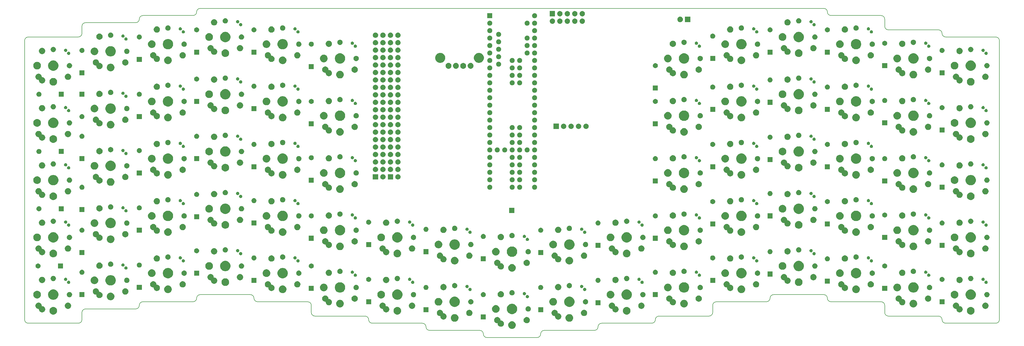
<source format=gbr>
%TF.GenerationSoftware,KiCad,Pcbnew,(5.0.1-3-g963ef8bb5)*%
%TF.CreationDate,2018-12-14T10:53:23-08:00*%
%TF.ProjectId,bb1,6262312E6B696361645F706362000000,rev?*%
%TF.SameCoordinates,Original*%
%TF.FileFunction,Soldermask,Bot*%
%TF.FilePolarity,Negative*%
%FSLAX46Y46*%
G04 Gerber Fmt 4.6, Leading zero omitted, Abs format (unit mm)*
G04 Created by KiCad (PCBNEW (5.0.1-3-g963ef8bb5)) date Friday, December 14, 2018 at 10:53:23 AM*
%MOMM*%
%LPD*%
G01*
G04 APERTURE LIST*
%ADD10C,0.150000*%
%ADD11C,0.100000*%
G04 APERTURE END LIST*
D10*
X266906250Y-31687500D02*
X88968750Y-31687500D01*
X283968750Y-31687500D02*
X266906250Y-31687500D01*
X303468750Y-34125000D02*
X286406250Y-34125000D01*
X304687500Y-35343750D02*
X304687500Y-37781250D01*
X343687500Y-137718750D02*
X343687500Y-42656250D01*
X325406250Y-138937500D02*
X342468750Y-138937500D01*
X305906250Y-136500000D02*
X322968750Y-136500000D01*
X304687500Y-132843750D02*
X304687500Y-135281250D01*
X286406250Y-131625000D02*
X303468750Y-131625000D01*
X266906250Y-129187500D02*
X283968750Y-129187500D01*
X247406250Y-131625000D02*
X264468750Y-131625000D01*
X246187500Y-132843750D02*
X246187500Y-135281250D01*
X227906250Y-136500000D02*
X244968750Y-136500000D01*
X208406250Y-138937500D02*
X225468750Y-138937500D01*
X188906250Y-141375000D02*
X205968750Y-141375000D01*
X169406250Y-143812500D02*
X186468750Y-143812500D01*
X149906250Y-141375000D02*
X166968750Y-141375000D01*
X130406250Y-138937500D02*
X147468750Y-138937500D01*
X127968750Y-136500000D02*
G75*
G02X129187500Y-137718750I0J-1218750D01*
G01*
X110906250Y-136500000D02*
X127968750Y-136500000D01*
X109687500Y-132843750D02*
X109687500Y-135281250D01*
X91406250Y-131625000D02*
X108468750Y-131625000D01*
X71906250Y-129187500D02*
X88968750Y-129187500D01*
X52406250Y-131625000D02*
X69468750Y-131625000D01*
X32906250Y-134062500D02*
X49968750Y-134062500D01*
X31687500Y-135281250D02*
X31687500Y-137718750D01*
X13406250Y-138937500D02*
X30468750Y-138937500D01*
X12187500Y-42656250D02*
X12187500Y-137718750D01*
X52406250Y-34125000D02*
X69468750Y-34125000D01*
X32906250Y-36562500D02*
X49968750Y-36562500D01*
X31687500Y-37781250D02*
X31687500Y-40218750D01*
X13406250Y-41437500D02*
X30468750Y-41437500D01*
X12187500Y-42656250D02*
G75*
G02X13406250Y-41437500I1218750J0D01*
G01*
X31687500Y-40218750D02*
G75*
G02X30468750Y-41437500I-1218750J0D01*
G01*
X31687500Y-37781250D02*
G75*
G02X32906250Y-36562500I1218750J0D01*
G01*
X51187500Y-35343750D02*
G75*
G02X49968750Y-36562500I-1218750J0D01*
G01*
X51187500Y-35343750D02*
G75*
G02X52406250Y-34125000I1218750J0D01*
G01*
X70687500Y-32906250D02*
G75*
G02X69468750Y-34125000I-1218750J0D01*
G01*
X70687500Y-32906250D02*
G75*
G02X71906250Y-31687500I1218750J0D01*
G01*
X88968750Y-31687500D02*
X71906250Y-31687500D01*
X343687500Y-137718750D02*
G75*
G02X342468750Y-138937500I-1218750J0D01*
G01*
X325406250Y-138937500D02*
G75*
G02X324187500Y-137718750I0J1218750D01*
G01*
X322968750Y-136500000D02*
G75*
G02X324187500Y-137718750I0J-1218750D01*
G01*
X305906250Y-136500000D02*
G75*
G02X304687500Y-135281250I0J1218750D01*
G01*
X303468750Y-131625000D02*
G75*
G02X304687500Y-132843750I0J-1218750D01*
G01*
X286406250Y-131625000D02*
G75*
G02X285187500Y-130406250I0J1218750D01*
G01*
X283968750Y-129187500D02*
G75*
G02X285187500Y-130406250I0J-1218750D01*
G01*
X265687500Y-130406250D02*
G75*
G02X266906250Y-129187500I1218750J0D01*
G01*
X265687500Y-130406250D02*
G75*
G02X264468750Y-131625000I-1218750J0D01*
G01*
X246187500Y-132843750D02*
G75*
G02X247406250Y-131625000I1218750J0D01*
G01*
X246187500Y-135281250D02*
G75*
G02X244968750Y-136500000I-1218750J0D01*
G01*
X226687500Y-137718750D02*
G75*
G02X227906250Y-136500000I1218750J0D01*
G01*
X226687500Y-137718750D02*
G75*
G02X225468750Y-138937500I-1218750J0D01*
G01*
X207187500Y-140156250D02*
G75*
G02X208406250Y-138937500I1218750J0D01*
G01*
X207187500Y-140156250D02*
G75*
G02X205968750Y-141375000I-1218750J0D01*
G01*
X187687500Y-142593750D02*
G75*
G02X188906250Y-141375000I1218750J0D01*
G01*
X187687500Y-142593750D02*
G75*
G02X186468750Y-143812500I-1218750J0D01*
G01*
X166968750Y-141375000D02*
G75*
G02X168187500Y-142593750I0J-1218750D01*
G01*
X147468750Y-138937500D02*
G75*
G02X148687500Y-140156250I0J-1218750D01*
G01*
X108468750Y-131625000D02*
G75*
G02X109687500Y-132843750I0J-1218750D01*
G01*
X88968750Y-129187500D02*
G75*
G02X90187500Y-130406250I0J-1218750D01*
G01*
X70687500Y-130406250D02*
G75*
G02X71906250Y-129187500I1218750J0D01*
G01*
X51187500Y-132843750D02*
G75*
G02X52406250Y-131625000I1218750J0D01*
G01*
X31687500Y-135281250D02*
G75*
G02X32906250Y-134062500I1218750J0D01*
G01*
X31687500Y-137718750D02*
G75*
G02X30468750Y-138937500I-1218750J0D01*
G01*
X70687500Y-130406250D02*
G75*
G02X69468750Y-131625000I-1218750J0D01*
G01*
X51187500Y-132843750D02*
G75*
G02X49968750Y-134062500I-1218750J0D01*
G01*
X91406250Y-131625000D02*
G75*
G02X90187500Y-130406250I0J1218750D01*
G01*
X110906250Y-136500000D02*
G75*
G02X109687500Y-135281250I0J1218750D01*
G01*
X13406250Y-138937500D02*
G75*
G02X12187500Y-137718750I0J1218750D01*
G01*
X130406250Y-138937500D02*
G75*
G02X129187500Y-137718750I0J1218750D01*
G01*
X149906250Y-141375000D02*
G75*
G02X148687500Y-140156250I0J1218750D01*
G01*
X169406250Y-143812500D02*
G75*
G02X168187500Y-142593750I0J1218750D01*
G01*
X286406250Y-34125000D02*
G75*
G02X285187500Y-32906250I0J1218750D01*
G01*
X305906250Y-39000000D02*
G75*
G02X304687500Y-37781250I0J1218750D01*
G01*
X283968750Y-31687500D02*
G75*
G02X285187500Y-32906250I0J-1218750D01*
G01*
X303468750Y-34125000D02*
G75*
G02X304687500Y-35343750I0J-1218750D01*
G01*
X325406250Y-41437500D02*
G75*
G02X324187500Y-40218750I0J1218750D01*
G01*
X322968750Y-39000000D02*
G75*
G02X324187500Y-40218750I0J-1218750D01*
G01*
X305906250Y-39000000D02*
X322968750Y-39000000D01*
X342468750Y-41437500D02*
G75*
G02X343687500Y-42656250I0J-1218750D01*
G01*
X325406250Y-41437500D02*
X342468750Y-41437500D01*
D11*
G36*
X178316985Y-138311496D02*
X178316987Y-138311497D01*
X178316988Y-138311497D01*
X178453191Y-138367914D01*
X178553755Y-138409569D01*
X178766842Y-138551949D01*
X178948051Y-138733158D01*
X179090431Y-138946245D01*
X179188504Y-139183015D01*
X179238500Y-139434361D01*
X179238500Y-139690639D01*
X179188504Y-139941985D01*
X179090431Y-140178755D01*
X178948051Y-140391842D01*
X178766842Y-140573051D01*
X178766839Y-140573053D01*
X178553755Y-140715431D01*
X178316988Y-140813503D01*
X178316987Y-140813503D01*
X178316985Y-140813504D01*
X178065639Y-140863500D01*
X177809361Y-140863500D01*
X177558015Y-140813504D01*
X177558013Y-140813503D01*
X177558012Y-140813503D01*
X177321245Y-140715431D01*
X177108161Y-140573053D01*
X177108158Y-140573051D01*
X176926949Y-140391842D01*
X176784569Y-140178755D01*
X176686496Y-139941985D01*
X176636500Y-139690639D01*
X176636500Y-139434361D01*
X176686496Y-139183015D01*
X176784569Y-138946245D01*
X176926949Y-138733158D01*
X177108158Y-138551949D01*
X177321245Y-138409569D01*
X177421809Y-138367914D01*
X177558012Y-138311497D01*
X177558013Y-138311497D01*
X177558015Y-138311496D01*
X177809361Y-138261500D01*
X178065639Y-138261500D01*
X178316985Y-138311496D01*
X178316985Y-138311496D01*
G37*
G36*
X173248731Y-136836503D02*
X173442915Y-136916937D01*
X173617676Y-137033709D01*
X173766291Y-137182324D01*
X173883063Y-137357085D01*
X173963497Y-137551269D01*
X174004500Y-137757408D01*
X174004500Y-137870500D01*
X174006902Y-137894886D01*
X174014015Y-137918335D01*
X174025566Y-137939946D01*
X174041112Y-137958888D01*
X174060054Y-137974434D01*
X174081665Y-137985985D01*
X174105114Y-137993098D01*
X174129500Y-137995500D01*
X174242592Y-137995500D01*
X174448731Y-138036503D01*
X174642915Y-138116937D01*
X174817676Y-138233709D01*
X174966291Y-138382324D01*
X175083063Y-138557085D01*
X175163497Y-138751269D01*
X175204500Y-138957408D01*
X175204500Y-139167592D01*
X175163497Y-139373731D01*
X175083063Y-139567915D01*
X174966291Y-139742676D01*
X174817676Y-139891291D01*
X174642915Y-140008063D01*
X174448731Y-140088497D01*
X174242592Y-140129500D01*
X174032408Y-140129500D01*
X173826269Y-140088497D01*
X173632085Y-140008063D01*
X173457324Y-139891291D01*
X173308709Y-139742676D01*
X173191937Y-139567915D01*
X173111503Y-139373731D01*
X173070500Y-139167592D01*
X173070500Y-139054500D01*
X173068098Y-139030114D01*
X173060985Y-139006665D01*
X173049434Y-138985054D01*
X173033888Y-138966112D01*
X173014946Y-138950566D01*
X172993335Y-138939015D01*
X172969886Y-138931902D01*
X172945500Y-138929500D01*
X172832408Y-138929500D01*
X172626269Y-138888497D01*
X172432085Y-138808063D01*
X172257324Y-138691291D01*
X172108709Y-138542676D01*
X171991937Y-138367915D01*
X171911503Y-138173731D01*
X171870500Y-137967592D01*
X171870500Y-137757408D01*
X171911503Y-137551269D01*
X171991937Y-137357085D01*
X172108709Y-137182324D01*
X172257324Y-137033709D01*
X172432085Y-136916937D01*
X172626269Y-136836503D01*
X172832408Y-136795500D01*
X173042592Y-136795500D01*
X173248731Y-136836503D01*
X173248731Y-136836503D01*
G37*
G36*
X183248731Y-136836503D02*
X183442915Y-136916937D01*
X183617676Y-137033709D01*
X183766291Y-137182324D01*
X183883063Y-137357085D01*
X183963497Y-137551269D01*
X184004500Y-137757408D01*
X184004500Y-137967592D01*
X183963497Y-138173731D01*
X183883063Y-138367915D01*
X183766291Y-138542676D01*
X183617676Y-138691291D01*
X183442915Y-138808063D01*
X183248731Y-138888497D01*
X183042592Y-138929500D01*
X182832408Y-138929500D01*
X182626269Y-138888497D01*
X182432085Y-138808063D01*
X182257324Y-138691291D01*
X182108709Y-138542676D01*
X181991937Y-138367915D01*
X181911503Y-138173731D01*
X181870500Y-137967592D01*
X181870500Y-137757408D01*
X181911503Y-137551269D01*
X181991937Y-137357085D01*
X182108709Y-137182324D01*
X182257324Y-137033709D01*
X182432085Y-136916937D01*
X182626269Y-136836503D01*
X182832408Y-136795500D01*
X183042592Y-136795500D01*
X183248731Y-136836503D01*
X183248731Y-136836503D01*
G37*
G36*
X197816985Y-135873996D02*
X197816987Y-135873997D01*
X197816988Y-135873997D01*
X197953191Y-135930414D01*
X198053755Y-135972069D01*
X198266842Y-136114449D01*
X198448051Y-136295658D01*
X198590431Y-136508745D01*
X198688504Y-136745515D01*
X198738500Y-136996861D01*
X198738500Y-137253139D01*
X198688504Y-137504485D01*
X198590431Y-137741255D01*
X198448051Y-137954342D01*
X198266842Y-138135551D01*
X198266839Y-138135553D01*
X198053755Y-138277931D01*
X197816988Y-138376003D01*
X197816987Y-138376003D01*
X197816985Y-138376004D01*
X197565639Y-138426000D01*
X197309361Y-138426000D01*
X197058015Y-138376004D01*
X197058013Y-138376003D01*
X197058012Y-138376003D01*
X196821245Y-138277931D01*
X196608161Y-138135553D01*
X196608158Y-138135551D01*
X196426949Y-137954342D01*
X196284569Y-137741255D01*
X196186496Y-137504485D01*
X196136500Y-137253139D01*
X196136500Y-136996861D01*
X196186496Y-136745515D01*
X196284569Y-136508745D01*
X196426949Y-136295658D01*
X196608158Y-136114449D01*
X196821245Y-135972069D01*
X196921809Y-135930414D01*
X197058012Y-135873997D01*
X197058013Y-135873997D01*
X197058015Y-135873996D01*
X197309361Y-135824000D01*
X197565639Y-135824000D01*
X197816985Y-135873996D01*
X197816985Y-135873996D01*
G37*
G36*
X158816985Y-135873996D02*
X158816987Y-135873997D01*
X158816988Y-135873997D01*
X158953191Y-135930414D01*
X159053755Y-135972069D01*
X159266842Y-136114449D01*
X159448051Y-136295658D01*
X159590431Y-136508745D01*
X159688504Y-136745515D01*
X159738500Y-136996861D01*
X159738500Y-137253139D01*
X159688504Y-137504485D01*
X159590431Y-137741255D01*
X159448051Y-137954342D01*
X159266842Y-138135551D01*
X159266839Y-138135553D01*
X159053755Y-138277931D01*
X158816988Y-138376003D01*
X158816987Y-138376003D01*
X158816985Y-138376004D01*
X158565639Y-138426000D01*
X158309361Y-138426000D01*
X158058015Y-138376004D01*
X158058013Y-138376003D01*
X158058012Y-138376003D01*
X157821245Y-138277931D01*
X157608161Y-138135553D01*
X157608158Y-138135551D01*
X157426949Y-137954342D01*
X157284569Y-137741255D01*
X157186496Y-137504485D01*
X157136500Y-137253139D01*
X157136500Y-136996861D01*
X157186496Y-136745515D01*
X157284569Y-136508745D01*
X157426949Y-136295658D01*
X157608158Y-136114449D01*
X157821245Y-135972069D01*
X157921809Y-135930414D01*
X158058012Y-135873997D01*
X158058013Y-135873997D01*
X158058015Y-135873996D01*
X158309361Y-135824000D01*
X158565639Y-135824000D01*
X158816985Y-135873996D01*
X158816985Y-135873996D01*
G37*
G36*
X153748731Y-134399003D02*
X153942915Y-134479437D01*
X154117676Y-134596209D01*
X154266291Y-134744824D01*
X154383063Y-134919585D01*
X154463497Y-135113769D01*
X154504500Y-135319908D01*
X154504500Y-135433000D01*
X154506902Y-135457386D01*
X154514015Y-135480835D01*
X154525566Y-135502446D01*
X154541112Y-135521388D01*
X154560054Y-135536934D01*
X154581665Y-135548485D01*
X154605114Y-135555598D01*
X154629500Y-135558000D01*
X154742592Y-135558000D01*
X154948731Y-135599003D01*
X155142915Y-135679437D01*
X155317676Y-135796209D01*
X155466291Y-135944824D01*
X155583063Y-136119585D01*
X155663497Y-136313769D01*
X155704500Y-136519908D01*
X155704500Y-136730092D01*
X155663497Y-136936231D01*
X155583063Y-137130415D01*
X155466291Y-137305176D01*
X155317676Y-137453791D01*
X155142915Y-137570563D01*
X154948731Y-137650997D01*
X154742592Y-137692000D01*
X154532408Y-137692000D01*
X154326269Y-137650997D01*
X154132085Y-137570563D01*
X153957324Y-137453791D01*
X153808709Y-137305176D01*
X153691937Y-137130415D01*
X153611503Y-136936231D01*
X153570500Y-136730092D01*
X153570500Y-136617000D01*
X153568098Y-136592614D01*
X153560985Y-136569165D01*
X153549434Y-136547554D01*
X153533888Y-136528612D01*
X153514946Y-136513066D01*
X153493335Y-136501515D01*
X153469886Y-136494402D01*
X153445500Y-136492000D01*
X153332408Y-136492000D01*
X153126269Y-136450997D01*
X152932085Y-136370563D01*
X152757324Y-136253791D01*
X152608709Y-136105176D01*
X152491937Y-135930415D01*
X152411503Y-135736231D01*
X152370500Y-135530092D01*
X152370500Y-135319908D01*
X152411503Y-135113769D01*
X152491937Y-134919585D01*
X152608709Y-134744824D01*
X152757324Y-134596209D01*
X152932085Y-134479437D01*
X153126269Y-134399003D01*
X153332408Y-134358000D01*
X153542592Y-134358000D01*
X153748731Y-134399003D01*
X153748731Y-134399003D01*
G37*
G36*
X192748731Y-134399003D02*
X192942915Y-134479437D01*
X193117676Y-134596209D01*
X193266291Y-134744824D01*
X193383063Y-134919585D01*
X193463497Y-135113769D01*
X193504500Y-135319908D01*
X193504500Y-135433000D01*
X193506902Y-135457386D01*
X193514015Y-135480835D01*
X193525566Y-135502446D01*
X193541112Y-135521388D01*
X193560054Y-135536934D01*
X193581665Y-135548485D01*
X193605114Y-135555598D01*
X193629500Y-135558000D01*
X193742592Y-135558000D01*
X193948731Y-135599003D01*
X194142915Y-135679437D01*
X194317676Y-135796209D01*
X194466291Y-135944824D01*
X194583063Y-136119585D01*
X194663497Y-136313769D01*
X194704500Y-136519908D01*
X194704500Y-136730092D01*
X194663497Y-136936231D01*
X194583063Y-137130415D01*
X194466291Y-137305176D01*
X194317676Y-137453791D01*
X194142915Y-137570563D01*
X193948731Y-137650997D01*
X193742592Y-137692000D01*
X193532408Y-137692000D01*
X193326269Y-137650997D01*
X193132085Y-137570563D01*
X192957324Y-137453791D01*
X192808709Y-137305176D01*
X192691937Y-137130415D01*
X192611503Y-136936231D01*
X192570500Y-136730092D01*
X192570500Y-136617000D01*
X192568098Y-136592614D01*
X192560985Y-136569165D01*
X192549434Y-136547554D01*
X192533888Y-136528612D01*
X192514946Y-136513066D01*
X192493335Y-136501515D01*
X192469886Y-136494402D01*
X192445500Y-136492000D01*
X192332408Y-136492000D01*
X192126269Y-136450997D01*
X191932085Y-136370563D01*
X191757324Y-136253791D01*
X191608709Y-136105176D01*
X191491937Y-135930415D01*
X191411503Y-135736231D01*
X191370500Y-135530092D01*
X191370500Y-135319908D01*
X191411503Y-135113769D01*
X191491937Y-134919585D01*
X191608709Y-134744824D01*
X191757324Y-134596209D01*
X191932085Y-134479437D01*
X192126269Y-134399003D01*
X192332408Y-134358000D01*
X192542592Y-134358000D01*
X192748731Y-134399003D01*
X192748731Y-134399003D01*
G37*
G36*
X169038500Y-137658500D02*
X167336500Y-137658500D01*
X167336500Y-135956500D01*
X169038500Y-135956500D01*
X169038500Y-137658500D01*
X169038500Y-137658500D01*
G37*
G36*
X202748731Y-134399003D02*
X202942915Y-134479437D01*
X203117676Y-134596209D01*
X203266291Y-134744824D01*
X203383063Y-134919585D01*
X203463497Y-135113769D01*
X203504500Y-135319908D01*
X203504500Y-135530092D01*
X203463497Y-135736231D01*
X203383063Y-135930415D01*
X203266291Y-136105176D01*
X203117676Y-136253791D01*
X202942915Y-136370563D01*
X202748731Y-136450997D01*
X202542592Y-136492000D01*
X202332408Y-136492000D01*
X202126269Y-136450997D01*
X201932085Y-136370563D01*
X201757324Y-136253791D01*
X201608709Y-136105176D01*
X201491937Y-135930415D01*
X201411503Y-135736231D01*
X201370500Y-135530092D01*
X201370500Y-135319908D01*
X201411503Y-135113769D01*
X201491937Y-134919585D01*
X201608709Y-134744824D01*
X201757324Y-134596209D01*
X201932085Y-134479437D01*
X202126269Y-134399003D01*
X202332408Y-134358000D01*
X202542592Y-134358000D01*
X202748731Y-134399003D01*
X202748731Y-134399003D01*
G37*
G36*
X163748731Y-134399003D02*
X163942915Y-134479437D01*
X164117676Y-134596209D01*
X164266291Y-134744824D01*
X164383063Y-134919585D01*
X164463497Y-135113769D01*
X164504500Y-135319908D01*
X164504500Y-135530092D01*
X164463497Y-135736231D01*
X164383063Y-135930415D01*
X164266291Y-136105176D01*
X164117676Y-136253791D01*
X163942915Y-136370563D01*
X163748731Y-136450997D01*
X163542592Y-136492000D01*
X163332408Y-136492000D01*
X163126269Y-136450997D01*
X162932085Y-136370563D01*
X162757324Y-136253791D01*
X162608709Y-136105176D01*
X162491937Y-135930415D01*
X162411503Y-135736231D01*
X162370500Y-135530092D01*
X162370500Y-135319908D01*
X162411503Y-135113769D01*
X162491937Y-134919585D01*
X162608709Y-134744824D01*
X162757324Y-134596209D01*
X162932085Y-134479437D01*
X163126269Y-134399003D01*
X163332408Y-134358000D01*
X163542592Y-134358000D01*
X163748731Y-134399003D01*
X163748731Y-134399003D01*
G37*
G36*
X334316985Y-133436496D02*
X334316987Y-133436497D01*
X334316988Y-133436497D01*
X334440287Y-133487569D01*
X334553755Y-133534569D01*
X334766842Y-133676949D01*
X334948051Y-133858158D01*
X334948053Y-133858161D01*
X335090431Y-134071245D01*
X335139886Y-134190639D01*
X335188504Y-134308015D01*
X335238500Y-134559361D01*
X335238500Y-134815639D01*
X335198588Y-135016291D01*
X335188503Y-135066988D01*
X335185991Y-135073053D01*
X335090431Y-135303755D01*
X334948051Y-135516842D01*
X334766842Y-135698051D01*
X334766839Y-135698053D01*
X334553755Y-135840431D01*
X334316988Y-135938503D01*
X334316987Y-135938503D01*
X334316985Y-135938504D01*
X334065639Y-135988500D01*
X333809361Y-135988500D01*
X333558015Y-135938504D01*
X333558013Y-135938503D01*
X333558012Y-135938503D01*
X333321245Y-135840431D01*
X333108161Y-135698053D01*
X333108158Y-135698051D01*
X332926949Y-135516842D01*
X332784569Y-135303755D01*
X332689009Y-135073053D01*
X332686497Y-135066988D01*
X332676413Y-135016291D01*
X332636500Y-134815639D01*
X332636500Y-134559361D01*
X332686496Y-134308015D01*
X332735115Y-134190639D01*
X332784569Y-134071245D01*
X332926947Y-133858161D01*
X332926949Y-133858158D01*
X333108158Y-133676949D01*
X333321245Y-133534569D01*
X333434713Y-133487569D01*
X333558012Y-133436497D01*
X333558013Y-133436497D01*
X333558015Y-133436496D01*
X333809361Y-133386500D01*
X334065639Y-133386500D01*
X334316985Y-133436496D01*
X334316985Y-133436496D01*
G37*
G36*
X217316985Y-133436496D02*
X217316987Y-133436497D01*
X217316988Y-133436497D01*
X217440287Y-133487569D01*
X217553755Y-133534569D01*
X217766842Y-133676949D01*
X217948051Y-133858158D01*
X217948053Y-133858161D01*
X218090431Y-134071245D01*
X218139886Y-134190639D01*
X218188504Y-134308015D01*
X218238500Y-134559361D01*
X218238500Y-134815639D01*
X218198588Y-135016291D01*
X218188503Y-135066988D01*
X218185991Y-135073053D01*
X218090431Y-135303755D01*
X217948051Y-135516842D01*
X217766842Y-135698051D01*
X217766839Y-135698053D01*
X217553755Y-135840431D01*
X217316988Y-135938503D01*
X217316987Y-135938503D01*
X217316985Y-135938504D01*
X217065639Y-135988500D01*
X216809361Y-135988500D01*
X216558015Y-135938504D01*
X216558013Y-135938503D01*
X216558012Y-135938503D01*
X216321245Y-135840431D01*
X216108161Y-135698053D01*
X216108158Y-135698051D01*
X215926949Y-135516842D01*
X215784569Y-135303755D01*
X215689009Y-135073053D01*
X215686497Y-135066988D01*
X215676413Y-135016291D01*
X215636500Y-134815639D01*
X215636500Y-134559361D01*
X215686496Y-134308015D01*
X215735115Y-134190639D01*
X215784569Y-134071245D01*
X215926947Y-133858161D01*
X215926949Y-133858158D01*
X216108158Y-133676949D01*
X216321245Y-133534569D01*
X216434713Y-133487569D01*
X216558012Y-133436497D01*
X216558013Y-133436497D01*
X216558015Y-133436496D01*
X216809361Y-133386500D01*
X217065639Y-133386500D01*
X217316985Y-133436496D01*
X217316985Y-133436496D01*
G37*
G36*
X139316985Y-133436496D02*
X139316987Y-133436497D01*
X139316988Y-133436497D01*
X139440287Y-133487569D01*
X139553755Y-133534569D01*
X139766842Y-133676949D01*
X139948051Y-133858158D01*
X139948053Y-133858161D01*
X140090431Y-134071245D01*
X140139886Y-134190639D01*
X140188504Y-134308015D01*
X140238500Y-134559361D01*
X140238500Y-134815639D01*
X140198588Y-135016291D01*
X140188503Y-135066988D01*
X140185991Y-135073053D01*
X140090431Y-135303755D01*
X139948051Y-135516842D01*
X139766842Y-135698051D01*
X139766839Y-135698053D01*
X139553755Y-135840431D01*
X139316988Y-135938503D01*
X139316987Y-135938503D01*
X139316985Y-135938504D01*
X139065639Y-135988500D01*
X138809361Y-135988500D01*
X138558015Y-135938504D01*
X138558013Y-135938503D01*
X138558012Y-135938503D01*
X138321245Y-135840431D01*
X138108161Y-135698053D01*
X138108158Y-135698051D01*
X137926949Y-135516842D01*
X137784569Y-135303755D01*
X137689009Y-135073053D01*
X137686497Y-135066988D01*
X137676413Y-135016291D01*
X137636500Y-134815639D01*
X137636500Y-134559361D01*
X137686496Y-134308015D01*
X137735115Y-134190639D01*
X137784569Y-134071245D01*
X137926947Y-133858161D01*
X137926949Y-133858158D01*
X138108158Y-133676949D01*
X138321245Y-133534569D01*
X138434713Y-133487569D01*
X138558012Y-133436497D01*
X138558013Y-133436497D01*
X138558015Y-133436496D01*
X138809361Y-133386500D01*
X139065639Y-133386500D01*
X139316985Y-133436496D01*
X139316985Y-133436496D01*
G37*
G36*
X22316985Y-133436496D02*
X22316987Y-133436497D01*
X22316988Y-133436497D01*
X22440287Y-133487569D01*
X22553755Y-133534569D01*
X22766842Y-133676949D01*
X22948051Y-133858158D01*
X22948053Y-133858161D01*
X23090431Y-134071245D01*
X23139886Y-134190639D01*
X23188504Y-134308015D01*
X23238500Y-134559361D01*
X23238500Y-134815639D01*
X23198588Y-135016291D01*
X23188503Y-135066988D01*
X23185991Y-135073053D01*
X23090431Y-135303755D01*
X22948051Y-135516842D01*
X22766842Y-135698051D01*
X22766839Y-135698053D01*
X22553755Y-135840431D01*
X22316988Y-135938503D01*
X22316987Y-135938503D01*
X22316985Y-135938504D01*
X22065639Y-135988500D01*
X21809361Y-135988500D01*
X21558015Y-135938504D01*
X21558013Y-135938503D01*
X21558012Y-135938503D01*
X21321245Y-135840431D01*
X21108161Y-135698053D01*
X21108158Y-135698051D01*
X20926949Y-135516842D01*
X20784569Y-135303755D01*
X20689009Y-135073053D01*
X20686497Y-135066988D01*
X20676413Y-135016291D01*
X20636500Y-134815639D01*
X20636500Y-134559361D01*
X20686496Y-134308015D01*
X20735115Y-134190639D01*
X20784569Y-134071245D01*
X20926947Y-133858161D01*
X20926949Y-133858158D01*
X21108158Y-133676949D01*
X21321245Y-133534569D01*
X21434713Y-133487569D01*
X21558012Y-133436497D01*
X21558013Y-133436497D01*
X21558015Y-133436496D01*
X21809361Y-133386500D01*
X22065639Y-133386500D01*
X22316985Y-133436496D01*
X22316985Y-133436496D01*
G37*
G36*
X178452476Y-132364847D02*
X178773776Y-132497934D01*
X178773778Y-132497935D01*
X179059094Y-132688577D01*
X179062943Y-132691149D01*
X179308851Y-132937057D01*
X179308853Y-132937060D01*
X179477572Y-133189565D01*
X179502066Y-133226224D01*
X179635153Y-133547524D01*
X179703000Y-133888612D01*
X179703000Y-134236388D01*
X179635153Y-134577476D01*
X179517401Y-134861753D01*
X179502065Y-134898778D01*
X179345521Y-135133063D01*
X179308851Y-135187943D01*
X179062943Y-135433851D01*
X179062940Y-135433853D01*
X178773778Y-135627065D01*
X178773777Y-135627066D01*
X178773776Y-135627066D01*
X178452476Y-135760153D01*
X178111388Y-135828000D01*
X177763612Y-135828000D01*
X177422524Y-135760153D01*
X177101224Y-135627066D01*
X177101223Y-135627066D01*
X177101222Y-135627065D01*
X176812060Y-135433853D01*
X176812057Y-135433851D01*
X176566149Y-135187943D01*
X176529479Y-135133063D01*
X176372935Y-134898778D01*
X176357599Y-134861753D01*
X176239847Y-134577476D01*
X176172000Y-134236388D01*
X176172000Y-133888612D01*
X176239847Y-133547524D01*
X176372934Y-133226224D01*
X176397429Y-133189565D01*
X176566147Y-132937060D01*
X176566149Y-132937057D01*
X176812057Y-132691149D01*
X176815906Y-132688577D01*
X177101222Y-132497935D01*
X177101224Y-132497934D01*
X177422524Y-132364847D01*
X177763612Y-132297000D01*
X178111388Y-132297000D01*
X178452476Y-132364847D01*
X178452476Y-132364847D01*
G37*
G36*
X172816985Y-132811496D02*
X172816987Y-132811497D01*
X172816988Y-132811497D01*
X172972719Y-132876003D01*
X173053755Y-132909569D01*
X173266842Y-133051949D01*
X173448051Y-133233158D01*
X173448053Y-133233161D01*
X173590431Y-133446245D01*
X173685992Y-133676949D01*
X173688504Y-133683015D01*
X173738500Y-133934361D01*
X173738500Y-134190639D01*
X173697054Y-134399003D01*
X173688503Y-134441988D01*
X173639885Y-134559363D01*
X173590431Y-134678755D01*
X173448051Y-134891842D01*
X173266842Y-135073051D01*
X173266839Y-135073053D01*
X173053755Y-135215431D01*
X172816988Y-135313503D01*
X172816987Y-135313503D01*
X172816985Y-135313504D01*
X172565639Y-135363500D01*
X172309361Y-135363500D01*
X172058015Y-135313504D01*
X172058013Y-135313503D01*
X172058012Y-135313503D01*
X171821245Y-135215431D01*
X171608161Y-135073053D01*
X171608158Y-135073051D01*
X171426949Y-134891842D01*
X171284569Y-134678755D01*
X171235115Y-134559363D01*
X171186497Y-134441988D01*
X171177947Y-134399003D01*
X171136500Y-134190639D01*
X171136500Y-133934361D01*
X171186496Y-133683015D01*
X171189009Y-133676949D01*
X171284569Y-133446245D01*
X171426947Y-133233161D01*
X171426949Y-133233158D01*
X171608158Y-133051949D01*
X171821245Y-132909569D01*
X171902281Y-132876003D01*
X172058012Y-132811497D01*
X172058013Y-132811497D01*
X172058015Y-132811496D01*
X172309361Y-132761500D01*
X172565639Y-132761500D01*
X172816985Y-132811496D01*
X172816985Y-132811496D01*
G37*
G36*
X134248731Y-131961503D02*
X134442915Y-132041937D01*
X134617676Y-132158709D01*
X134766291Y-132307324D01*
X134883063Y-132482085D01*
X134963497Y-132676269D01*
X135004500Y-132882408D01*
X135004500Y-132995500D01*
X135006902Y-133019886D01*
X135014015Y-133043335D01*
X135025566Y-133064946D01*
X135041112Y-133083888D01*
X135060054Y-133099434D01*
X135081665Y-133110985D01*
X135105114Y-133118098D01*
X135129500Y-133120500D01*
X135242592Y-133120500D01*
X135448731Y-133161503D01*
X135642915Y-133241937D01*
X135817676Y-133358709D01*
X135966291Y-133507324D01*
X136083063Y-133682085D01*
X136163497Y-133876269D01*
X136204500Y-134082408D01*
X136204500Y-134292592D01*
X136163497Y-134498731D01*
X136083063Y-134692915D01*
X135966291Y-134867676D01*
X135817676Y-135016291D01*
X135642915Y-135133063D01*
X135448731Y-135213497D01*
X135242592Y-135254500D01*
X135032408Y-135254500D01*
X134826269Y-135213497D01*
X134632085Y-135133063D01*
X134457324Y-135016291D01*
X134308709Y-134867676D01*
X134191937Y-134692915D01*
X134111503Y-134498731D01*
X134070500Y-134292592D01*
X134070500Y-134179500D01*
X134068098Y-134155114D01*
X134060985Y-134131665D01*
X134049434Y-134110054D01*
X134033888Y-134091112D01*
X134014946Y-134075566D01*
X133993335Y-134064015D01*
X133969886Y-134056902D01*
X133945500Y-134054500D01*
X133832408Y-134054500D01*
X133626269Y-134013497D01*
X133432085Y-133933063D01*
X133257324Y-133816291D01*
X133108709Y-133667676D01*
X132991937Y-133492915D01*
X132911503Y-133298731D01*
X132870500Y-133092592D01*
X132870500Y-132882408D01*
X132911503Y-132676269D01*
X132991937Y-132482085D01*
X133108709Y-132307324D01*
X133257324Y-132158709D01*
X133432085Y-132041937D01*
X133626269Y-131961503D01*
X133832408Y-131920500D01*
X134042592Y-131920500D01*
X134248731Y-131961503D01*
X134248731Y-131961503D01*
G37*
G36*
X17248731Y-131961503D02*
X17442915Y-132041937D01*
X17617676Y-132158709D01*
X17766291Y-132307324D01*
X17883063Y-132482085D01*
X17963497Y-132676269D01*
X18004500Y-132882408D01*
X18004500Y-132995500D01*
X18006902Y-133019886D01*
X18014015Y-133043335D01*
X18025566Y-133064946D01*
X18041112Y-133083888D01*
X18060054Y-133099434D01*
X18081665Y-133110985D01*
X18105114Y-133118098D01*
X18129500Y-133120500D01*
X18242592Y-133120500D01*
X18448731Y-133161503D01*
X18642915Y-133241937D01*
X18817676Y-133358709D01*
X18966291Y-133507324D01*
X19083063Y-133682085D01*
X19163497Y-133876269D01*
X19204500Y-134082408D01*
X19204500Y-134292592D01*
X19163497Y-134498731D01*
X19083063Y-134692915D01*
X18966291Y-134867676D01*
X18817676Y-135016291D01*
X18642915Y-135133063D01*
X18448731Y-135213497D01*
X18242592Y-135254500D01*
X18032408Y-135254500D01*
X17826269Y-135213497D01*
X17632085Y-135133063D01*
X17457324Y-135016291D01*
X17308709Y-134867676D01*
X17191937Y-134692915D01*
X17111503Y-134498731D01*
X17070500Y-134292592D01*
X17070500Y-134179500D01*
X17068098Y-134155114D01*
X17060985Y-134131665D01*
X17049434Y-134110054D01*
X17033888Y-134091112D01*
X17014946Y-134075566D01*
X16993335Y-134064015D01*
X16969886Y-134056902D01*
X16945500Y-134054500D01*
X16832408Y-134054500D01*
X16626269Y-134013497D01*
X16432085Y-133933063D01*
X16257324Y-133816291D01*
X16108709Y-133667676D01*
X15991937Y-133492915D01*
X15911503Y-133298731D01*
X15870500Y-133092592D01*
X15870500Y-132882408D01*
X15911503Y-132676269D01*
X15991937Y-132482085D01*
X16108709Y-132307324D01*
X16257324Y-132158709D01*
X16432085Y-132041937D01*
X16626269Y-131961503D01*
X16832408Y-131920500D01*
X17042592Y-131920500D01*
X17248731Y-131961503D01*
X17248731Y-131961503D01*
G37*
G36*
X212248731Y-131961503D02*
X212442915Y-132041937D01*
X212617676Y-132158709D01*
X212766291Y-132307324D01*
X212883063Y-132482085D01*
X212963497Y-132676269D01*
X213004500Y-132882408D01*
X213004500Y-132995500D01*
X213006902Y-133019886D01*
X213014015Y-133043335D01*
X213025566Y-133064946D01*
X213041112Y-133083888D01*
X213060054Y-133099434D01*
X213081665Y-133110985D01*
X213105114Y-133118098D01*
X213129500Y-133120500D01*
X213242592Y-133120500D01*
X213448731Y-133161503D01*
X213642915Y-133241937D01*
X213817676Y-133358709D01*
X213966291Y-133507324D01*
X214083063Y-133682085D01*
X214163497Y-133876269D01*
X214204500Y-134082408D01*
X214204500Y-134292592D01*
X214163497Y-134498731D01*
X214083063Y-134692915D01*
X213966291Y-134867676D01*
X213817676Y-135016291D01*
X213642915Y-135133063D01*
X213448731Y-135213497D01*
X213242592Y-135254500D01*
X213032408Y-135254500D01*
X212826269Y-135213497D01*
X212632085Y-135133063D01*
X212457324Y-135016291D01*
X212308709Y-134867676D01*
X212191937Y-134692915D01*
X212111503Y-134498731D01*
X212070500Y-134292592D01*
X212070500Y-134179500D01*
X212068098Y-134155114D01*
X212060985Y-134131665D01*
X212049434Y-134110054D01*
X212033888Y-134091112D01*
X212014946Y-134075566D01*
X211993335Y-134064015D01*
X211969886Y-134056902D01*
X211945500Y-134054500D01*
X211832408Y-134054500D01*
X211626269Y-134013497D01*
X211432085Y-133933063D01*
X211257324Y-133816291D01*
X211108709Y-133667676D01*
X210991937Y-133492915D01*
X210911503Y-133298731D01*
X210870500Y-133092592D01*
X210870500Y-132882408D01*
X210911503Y-132676269D01*
X210991937Y-132482085D01*
X211108709Y-132307324D01*
X211257324Y-132158709D01*
X211432085Y-132041937D01*
X211626269Y-131961503D01*
X211832408Y-131920500D01*
X212042592Y-131920500D01*
X212248731Y-131961503D01*
X212248731Y-131961503D01*
G37*
G36*
X329248731Y-131961503D02*
X329442915Y-132041937D01*
X329617676Y-132158709D01*
X329766291Y-132307324D01*
X329883063Y-132482085D01*
X329963497Y-132676269D01*
X330004500Y-132882408D01*
X330004500Y-132995500D01*
X330006902Y-133019886D01*
X330014015Y-133043335D01*
X330025566Y-133064946D01*
X330041112Y-133083888D01*
X330060054Y-133099434D01*
X330081665Y-133110985D01*
X330105114Y-133118098D01*
X330129500Y-133120500D01*
X330242592Y-133120500D01*
X330448731Y-133161503D01*
X330642915Y-133241937D01*
X330817676Y-133358709D01*
X330966291Y-133507324D01*
X331083063Y-133682085D01*
X331163497Y-133876269D01*
X331204500Y-134082408D01*
X331204500Y-134292592D01*
X331163497Y-134498731D01*
X331083063Y-134692915D01*
X330966291Y-134867676D01*
X330817676Y-135016291D01*
X330642915Y-135133063D01*
X330448731Y-135213497D01*
X330242592Y-135254500D01*
X330032408Y-135254500D01*
X329826269Y-135213497D01*
X329632085Y-135133063D01*
X329457324Y-135016291D01*
X329308709Y-134867676D01*
X329191937Y-134692915D01*
X329111503Y-134498731D01*
X329070500Y-134292592D01*
X329070500Y-134179500D01*
X329068098Y-134155114D01*
X329060985Y-134131665D01*
X329049434Y-134110054D01*
X329033888Y-134091112D01*
X329014946Y-134075566D01*
X328993335Y-134064015D01*
X328969886Y-134056902D01*
X328945500Y-134054500D01*
X328832408Y-134054500D01*
X328626269Y-134013497D01*
X328432085Y-133933063D01*
X328257324Y-133816291D01*
X328108709Y-133667676D01*
X327991937Y-133492915D01*
X327911503Y-133298731D01*
X327870500Y-133092592D01*
X327870500Y-132882408D01*
X327911503Y-132676269D01*
X327991937Y-132482085D01*
X328108709Y-132307324D01*
X328257324Y-132158709D01*
X328432085Y-132041937D01*
X328626269Y-131961503D01*
X328832408Y-131920500D01*
X329042592Y-131920500D01*
X329248731Y-131961503D01*
X329248731Y-131961503D01*
G37*
G36*
X149538500Y-135221000D02*
X147836500Y-135221000D01*
X147836500Y-133519000D01*
X149538500Y-133519000D01*
X149538500Y-135221000D01*
X149538500Y-135221000D01*
G37*
G36*
X188538500Y-135221000D02*
X186836500Y-135221000D01*
X186836500Y-133519000D01*
X188538500Y-133519000D01*
X188538500Y-135221000D01*
X188538500Y-135221000D01*
G37*
G36*
X183642493Y-133183706D02*
X183700575Y-133195259D01*
X183748649Y-133215172D01*
X183864710Y-133263246D01*
X184012431Y-133361950D01*
X184138050Y-133487569D01*
X184236754Y-133635290D01*
X184304741Y-133799426D01*
X184339400Y-133973669D01*
X184339400Y-134151331D01*
X184304741Y-134325574D01*
X184236754Y-134489710D01*
X184138050Y-134637431D01*
X184012431Y-134763050D01*
X183864710Y-134861754D01*
X183748649Y-134909828D01*
X183700575Y-134929741D01*
X183642493Y-134941294D01*
X183526331Y-134964400D01*
X183348669Y-134964400D01*
X183232507Y-134941294D01*
X183174425Y-134929741D01*
X183126351Y-134909828D01*
X183010290Y-134861754D01*
X182862569Y-134763050D01*
X182736950Y-134637431D01*
X182638246Y-134489710D01*
X182570259Y-134325574D01*
X182535600Y-134151331D01*
X182535600Y-133973669D01*
X182570259Y-133799426D01*
X182638246Y-133635290D01*
X182736950Y-133487569D01*
X182862569Y-133361950D01*
X183010290Y-133263246D01*
X183126351Y-133215172D01*
X183174425Y-133195259D01*
X183232507Y-133183706D01*
X183348669Y-133160600D01*
X183526331Y-133160600D01*
X183642493Y-133183706D01*
X183642493Y-133183706D01*
G37*
G36*
X27248731Y-131961503D02*
X27442915Y-132041937D01*
X27617676Y-132158709D01*
X27766291Y-132307324D01*
X27883063Y-132482085D01*
X27963497Y-132676269D01*
X28004500Y-132882408D01*
X28004500Y-133092592D01*
X27963497Y-133298731D01*
X27883063Y-133492915D01*
X27766291Y-133667676D01*
X27617676Y-133816291D01*
X27442915Y-133933063D01*
X27248731Y-134013497D01*
X27042592Y-134054500D01*
X26832408Y-134054500D01*
X26626269Y-134013497D01*
X26432085Y-133933063D01*
X26257324Y-133816291D01*
X26108709Y-133667676D01*
X25991937Y-133492915D01*
X25911503Y-133298731D01*
X25870500Y-133092592D01*
X25870500Y-132882408D01*
X25911503Y-132676269D01*
X25991937Y-132482085D01*
X26108709Y-132307324D01*
X26257324Y-132158709D01*
X26432085Y-132041937D01*
X26626269Y-131961503D01*
X26832408Y-131920500D01*
X27042592Y-131920500D01*
X27248731Y-131961503D01*
X27248731Y-131961503D01*
G37*
G36*
X339248731Y-131961503D02*
X339442915Y-132041937D01*
X339617676Y-132158709D01*
X339766291Y-132307324D01*
X339883063Y-132482085D01*
X339963497Y-132676269D01*
X340004500Y-132882408D01*
X340004500Y-133092592D01*
X339963497Y-133298731D01*
X339883063Y-133492915D01*
X339766291Y-133667676D01*
X339617676Y-133816291D01*
X339442915Y-133933063D01*
X339248731Y-134013497D01*
X339042592Y-134054500D01*
X338832408Y-134054500D01*
X338626269Y-134013497D01*
X338432085Y-133933063D01*
X338257324Y-133816291D01*
X338108709Y-133667676D01*
X337991937Y-133492915D01*
X337911503Y-133298731D01*
X337870500Y-133092592D01*
X337870500Y-132882408D01*
X337911503Y-132676269D01*
X337991937Y-132482085D01*
X338108709Y-132307324D01*
X338257324Y-132158709D01*
X338432085Y-132041937D01*
X338626269Y-131961503D01*
X338832408Y-131920500D01*
X339042592Y-131920500D01*
X339248731Y-131961503D01*
X339248731Y-131961503D01*
G37*
G36*
X222248731Y-131961503D02*
X222442915Y-132041937D01*
X222617676Y-132158709D01*
X222766291Y-132307324D01*
X222883063Y-132482085D01*
X222963497Y-132676269D01*
X223004500Y-132882408D01*
X223004500Y-133092592D01*
X222963497Y-133298731D01*
X222883063Y-133492915D01*
X222766291Y-133667676D01*
X222617676Y-133816291D01*
X222442915Y-133933063D01*
X222248731Y-134013497D01*
X222042592Y-134054500D01*
X221832408Y-134054500D01*
X221626269Y-134013497D01*
X221432085Y-133933063D01*
X221257324Y-133816291D01*
X221108709Y-133667676D01*
X220991937Y-133492915D01*
X220911503Y-133298731D01*
X220870500Y-133092592D01*
X220870500Y-132882408D01*
X220911503Y-132676269D01*
X220991937Y-132482085D01*
X221108709Y-132307324D01*
X221257324Y-132158709D01*
X221432085Y-132041937D01*
X221626269Y-131961503D01*
X221832408Y-131920500D01*
X222042592Y-131920500D01*
X222248731Y-131961503D01*
X222248731Y-131961503D01*
G37*
G36*
X144248731Y-131961503D02*
X144442915Y-132041937D01*
X144617676Y-132158709D01*
X144766291Y-132307324D01*
X144883063Y-132482085D01*
X144963497Y-132676269D01*
X145004500Y-132882408D01*
X145004500Y-133092592D01*
X144963497Y-133298731D01*
X144883063Y-133492915D01*
X144766291Y-133667676D01*
X144617676Y-133816291D01*
X144442915Y-133933063D01*
X144248731Y-134013497D01*
X144042592Y-134054500D01*
X143832408Y-134054500D01*
X143626269Y-134013497D01*
X143432085Y-133933063D01*
X143257324Y-133816291D01*
X143108709Y-133667676D01*
X142991937Y-133492915D01*
X142911503Y-133298731D01*
X142870500Y-133092592D01*
X142870500Y-132882408D01*
X142911503Y-132676269D01*
X142991937Y-132482085D01*
X143108709Y-132307324D01*
X143257324Y-132158709D01*
X143432085Y-132041937D01*
X143626269Y-131961503D01*
X143832408Y-131920500D01*
X144042592Y-131920500D01*
X144248731Y-131961503D01*
X144248731Y-131961503D01*
G37*
G36*
X236816985Y-130998996D02*
X236816987Y-130998997D01*
X236816988Y-130998997D01*
X236940287Y-131050069D01*
X237053755Y-131097069D01*
X237266842Y-131239449D01*
X237448051Y-131420658D01*
X237448053Y-131420661D01*
X237590431Y-131633745D01*
X237639886Y-131753139D01*
X237688504Y-131870515D01*
X237738500Y-132121861D01*
X237738500Y-132378139D01*
X237698588Y-132578791D01*
X237688503Y-132629488D01*
X237685991Y-132635553D01*
X237590431Y-132866255D01*
X237448051Y-133079342D01*
X237266842Y-133260551D01*
X237266839Y-133260553D01*
X237053755Y-133402931D01*
X236816988Y-133501003D01*
X236816987Y-133501003D01*
X236816985Y-133501004D01*
X236565639Y-133551000D01*
X236309361Y-133551000D01*
X236058015Y-133501004D01*
X236058013Y-133501003D01*
X236058012Y-133501003D01*
X235821245Y-133402931D01*
X235608161Y-133260553D01*
X235608158Y-133260551D01*
X235426949Y-133079342D01*
X235284569Y-132866255D01*
X235189009Y-132635553D01*
X235186497Y-132629488D01*
X235176413Y-132578791D01*
X235136500Y-132378139D01*
X235136500Y-132121861D01*
X235186496Y-131870515D01*
X235235115Y-131753139D01*
X235284569Y-131633745D01*
X235426947Y-131420661D01*
X235426949Y-131420658D01*
X235608158Y-131239449D01*
X235821245Y-131097069D01*
X235934713Y-131050069D01*
X236058012Y-130998997D01*
X236058013Y-130998997D01*
X236058015Y-130998996D01*
X236309361Y-130949000D01*
X236565639Y-130949000D01*
X236816985Y-130998996D01*
X236816985Y-130998996D01*
G37*
G36*
X314816985Y-130998996D02*
X314816987Y-130998997D01*
X314816988Y-130998997D01*
X314940287Y-131050069D01*
X315053755Y-131097069D01*
X315266842Y-131239449D01*
X315448051Y-131420658D01*
X315448053Y-131420661D01*
X315590431Y-131633745D01*
X315639886Y-131753139D01*
X315688504Y-131870515D01*
X315738500Y-132121861D01*
X315738500Y-132378139D01*
X315698588Y-132578791D01*
X315688503Y-132629488D01*
X315685991Y-132635553D01*
X315590431Y-132866255D01*
X315448051Y-133079342D01*
X315266842Y-133260551D01*
X315266839Y-133260553D01*
X315053755Y-133402931D01*
X314816988Y-133501003D01*
X314816987Y-133501003D01*
X314816985Y-133501004D01*
X314565639Y-133551000D01*
X314309361Y-133551000D01*
X314058015Y-133501004D01*
X314058013Y-133501003D01*
X314058012Y-133501003D01*
X313821245Y-133402931D01*
X313608161Y-133260553D01*
X313608158Y-133260551D01*
X313426949Y-133079342D01*
X313284569Y-132866255D01*
X313189009Y-132635553D01*
X313186497Y-132629488D01*
X313176413Y-132578791D01*
X313136500Y-132378139D01*
X313136500Y-132121861D01*
X313186496Y-131870515D01*
X313235115Y-131753139D01*
X313284569Y-131633745D01*
X313426947Y-131420661D01*
X313426949Y-131420658D01*
X313608158Y-131239449D01*
X313821245Y-131097069D01*
X313934713Y-131050069D01*
X314058012Y-130998997D01*
X314058013Y-130998997D01*
X314058015Y-130998996D01*
X314309361Y-130949000D01*
X314565639Y-130949000D01*
X314816985Y-130998996D01*
X314816985Y-130998996D01*
G37*
G36*
X119816985Y-130998996D02*
X119816987Y-130998997D01*
X119816988Y-130998997D01*
X119940287Y-131050069D01*
X120053755Y-131097069D01*
X120266842Y-131239449D01*
X120448051Y-131420658D01*
X120448053Y-131420661D01*
X120590431Y-131633745D01*
X120639886Y-131753139D01*
X120688504Y-131870515D01*
X120738500Y-132121861D01*
X120738500Y-132378139D01*
X120698588Y-132578791D01*
X120688503Y-132629488D01*
X120685991Y-132635553D01*
X120590431Y-132866255D01*
X120448051Y-133079342D01*
X120266842Y-133260551D01*
X120266839Y-133260553D01*
X120053755Y-133402931D01*
X119816988Y-133501003D01*
X119816987Y-133501003D01*
X119816985Y-133501004D01*
X119565639Y-133551000D01*
X119309361Y-133551000D01*
X119058015Y-133501004D01*
X119058013Y-133501003D01*
X119058012Y-133501003D01*
X118821245Y-133402931D01*
X118608161Y-133260553D01*
X118608158Y-133260551D01*
X118426949Y-133079342D01*
X118284569Y-132866255D01*
X118189009Y-132635553D01*
X118186497Y-132629488D01*
X118176413Y-132578791D01*
X118136500Y-132378139D01*
X118136500Y-132121861D01*
X118186496Y-131870515D01*
X118235115Y-131753139D01*
X118284569Y-131633745D01*
X118426947Y-131420661D01*
X118426949Y-131420658D01*
X118608158Y-131239449D01*
X118821245Y-131097069D01*
X118934713Y-131050069D01*
X119058012Y-130998997D01*
X119058013Y-130998997D01*
X119058015Y-130998996D01*
X119309361Y-130949000D01*
X119565639Y-130949000D01*
X119816985Y-130998996D01*
X119816985Y-130998996D01*
G37*
G36*
X158952476Y-129927347D02*
X159273776Y-130060434D01*
X159273778Y-130060435D01*
X159559094Y-130251077D01*
X159562943Y-130253649D01*
X159808851Y-130499557D01*
X159808853Y-130499560D01*
X159977572Y-130752065D01*
X160002066Y-130788724D01*
X160135153Y-131110024D01*
X160203000Y-131451112D01*
X160203000Y-131798888D01*
X160135153Y-132139976D01*
X160017401Y-132424253D01*
X160002065Y-132461278D01*
X159848471Y-132691147D01*
X159808851Y-132750443D01*
X159562943Y-132996351D01*
X159562940Y-132996353D01*
X159273778Y-133189565D01*
X159273777Y-133189566D01*
X159273776Y-133189566D01*
X158952476Y-133322653D01*
X158611388Y-133390500D01*
X158263612Y-133390500D01*
X157922524Y-133322653D01*
X157601224Y-133189566D01*
X157601223Y-133189566D01*
X157601222Y-133189565D01*
X157312060Y-132996353D01*
X157312057Y-132996351D01*
X157066149Y-132750443D01*
X157026529Y-132691147D01*
X156872935Y-132461278D01*
X156857599Y-132424253D01*
X156739847Y-132139976D01*
X156672000Y-131798888D01*
X156672000Y-131451112D01*
X156739847Y-131110024D01*
X156872934Y-130788724D01*
X156897429Y-130752065D01*
X157066147Y-130499560D01*
X157066149Y-130499557D01*
X157312057Y-130253649D01*
X157315906Y-130251077D01*
X157601222Y-130060435D01*
X157601224Y-130060434D01*
X157922524Y-129927347D01*
X158263612Y-129859500D01*
X158611388Y-129859500D01*
X158952476Y-129927347D01*
X158952476Y-129927347D01*
G37*
G36*
X197952476Y-129927347D02*
X198273776Y-130060434D01*
X198273778Y-130060435D01*
X198559094Y-130251077D01*
X198562943Y-130253649D01*
X198808851Y-130499557D01*
X198808853Y-130499560D01*
X198977572Y-130752065D01*
X199002066Y-130788724D01*
X199135153Y-131110024D01*
X199203000Y-131451112D01*
X199203000Y-131798888D01*
X199135153Y-132139976D01*
X199017401Y-132424253D01*
X199002065Y-132461278D01*
X198848471Y-132691147D01*
X198808851Y-132750443D01*
X198562943Y-132996351D01*
X198562940Y-132996353D01*
X198273778Y-133189565D01*
X198273777Y-133189566D01*
X198273776Y-133189566D01*
X197952476Y-133322653D01*
X197611388Y-133390500D01*
X197263612Y-133390500D01*
X196922524Y-133322653D01*
X196601224Y-133189566D01*
X196601223Y-133189566D01*
X196601222Y-133189565D01*
X196312060Y-132996353D01*
X196312057Y-132996351D01*
X196066149Y-132750443D01*
X196026529Y-132691147D01*
X195872935Y-132461278D01*
X195857599Y-132424253D01*
X195739847Y-132139976D01*
X195672000Y-131798888D01*
X195672000Y-131451112D01*
X195739847Y-131110024D01*
X195872934Y-130788724D01*
X195897429Y-130752065D01*
X196066147Y-130499560D01*
X196066149Y-130499557D01*
X196312057Y-130253649D01*
X196315906Y-130251077D01*
X196601222Y-130060435D01*
X196601224Y-130060434D01*
X196922524Y-129927347D01*
X197263612Y-129859500D01*
X197611388Y-129859500D01*
X197952476Y-129927347D01*
X197952476Y-129927347D01*
G37*
G36*
X192316985Y-130373996D02*
X192316987Y-130373997D01*
X192316988Y-130373997D01*
X192472719Y-130438503D01*
X192553755Y-130472069D01*
X192766842Y-130614449D01*
X192948051Y-130795658D01*
X192948053Y-130795661D01*
X193090431Y-131008745D01*
X193185992Y-131239449D01*
X193188504Y-131245515D01*
X193238500Y-131496861D01*
X193238500Y-131753139D01*
X193197054Y-131961503D01*
X193188503Y-132004488D01*
X193139885Y-132121863D01*
X193090431Y-132241255D01*
X192948051Y-132454342D01*
X192766842Y-132635551D01*
X192766839Y-132635553D01*
X192553755Y-132777931D01*
X192316988Y-132876003D01*
X192316987Y-132876003D01*
X192316985Y-132876004D01*
X192065639Y-132926000D01*
X191809361Y-132926000D01*
X191558015Y-132876004D01*
X191558013Y-132876003D01*
X191558012Y-132876003D01*
X191321245Y-132777931D01*
X191108161Y-132635553D01*
X191108158Y-132635551D01*
X190926949Y-132454342D01*
X190784569Y-132241255D01*
X190735115Y-132121863D01*
X190686497Y-132004488D01*
X190677947Y-131961503D01*
X190636500Y-131753139D01*
X190636500Y-131496861D01*
X190686496Y-131245515D01*
X190689009Y-131239449D01*
X190784569Y-131008745D01*
X190926947Y-130795661D01*
X190926949Y-130795658D01*
X191108158Y-130614449D01*
X191321245Y-130472069D01*
X191402281Y-130438503D01*
X191558012Y-130373997D01*
X191558013Y-130373997D01*
X191558015Y-130373996D01*
X191809361Y-130324000D01*
X192065639Y-130324000D01*
X192316985Y-130373996D01*
X192316985Y-130373996D01*
G37*
G36*
X153316985Y-130373996D02*
X153316987Y-130373997D01*
X153316988Y-130373997D01*
X153472719Y-130438503D01*
X153553755Y-130472069D01*
X153766842Y-130614449D01*
X153948051Y-130795658D01*
X153948053Y-130795661D01*
X154090431Y-131008745D01*
X154185992Y-131239449D01*
X154188504Y-131245515D01*
X154238500Y-131496861D01*
X154238500Y-131753139D01*
X154197054Y-131961503D01*
X154188503Y-132004488D01*
X154139885Y-132121863D01*
X154090431Y-132241255D01*
X153948051Y-132454342D01*
X153766842Y-132635551D01*
X153766839Y-132635553D01*
X153553755Y-132777931D01*
X153316988Y-132876003D01*
X153316987Y-132876003D01*
X153316985Y-132876004D01*
X153065639Y-132926000D01*
X152809361Y-132926000D01*
X152558015Y-132876004D01*
X152558013Y-132876003D01*
X152558012Y-132876003D01*
X152321245Y-132777931D01*
X152108161Y-132635553D01*
X152108158Y-132635551D01*
X151926949Y-132454342D01*
X151784569Y-132241255D01*
X151735115Y-132121863D01*
X151686497Y-132004488D01*
X151677947Y-131961503D01*
X151636500Y-131753139D01*
X151636500Y-131496861D01*
X151686496Y-131245515D01*
X151689009Y-131239449D01*
X151784569Y-131008745D01*
X151926947Y-130795661D01*
X151926949Y-130795658D01*
X152108158Y-130614449D01*
X152321245Y-130472069D01*
X152402281Y-130438503D01*
X152558012Y-130373997D01*
X152558013Y-130373997D01*
X152558015Y-130373996D01*
X152809361Y-130324000D01*
X153065639Y-130324000D01*
X153316985Y-130373996D01*
X153316985Y-130373996D01*
G37*
G36*
X114748731Y-129524003D02*
X114942915Y-129604437D01*
X115117676Y-129721209D01*
X115266291Y-129869824D01*
X115383063Y-130044585D01*
X115463497Y-130238769D01*
X115504500Y-130444908D01*
X115504500Y-130558000D01*
X115506902Y-130582386D01*
X115514015Y-130605835D01*
X115525566Y-130627446D01*
X115541112Y-130646388D01*
X115560054Y-130661934D01*
X115581665Y-130673485D01*
X115605114Y-130680598D01*
X115629500Y-130683000D01*
X115742592Y-130683000D01*
X115948731Y-130724003D01*
X116142915Y-130804437D01*
X116317676Y-130921209D01*
X116466291Y-131069824D01*
X116583063Y-131244585D01*
X116663497Y-131438769D01*
X116704500Y-131644908D01*
X116704500Y-131855092D01*
X116663497Y-132061231D01*
X116583063Y-132255415D01*
X116466291Y-132430176D01*
X116317676Y-132578791D01*
X116142915Y-132695563D01*
X115948731Y-132775997D01*
X115742592Y-132817000D01*
X115532408Y-132817000D01*
X115326269Y-132775997D01*
X115132085Y-132695563D01*
X114957324Y-132578791D01*
X114808709Y-132430176D01*
X114691937Y-132255415D01*
X114611503Y-132061231D01*
X114570500Y-131855092D01*
X114570500Y-131742000D01*
X114568098Y-131717614D01*
X114560985Y-131694165D01*
X114549434Y-131672554D01*
X114533888Y-131653612D01*
X114514946Y-131638066D01*
X114493335Y-131626515D01*
X114469886Y-131619402D01*
X114445500Y-131617000D01*
X114332408Y-131617000D01*
X114126269Y-131575997D01*
X113932085Y-131495563D01*
X113757324Y-131378791D01*
X113608709Y-131230176D01*
X113491937Y-131055415D01*
X113411503Y-130861231D01*
X113370500Y-130655092D01*
X113370500Y-130444908D01*
X113411503Y-130238769D01*
X113491937Y-130044585D01*
X113608709Y-129869824D01*
X113757324Y-129721209D01*
X113932085Y-129604437D01*
X114126269Y-129524003D01*
X114332408Y-129483000D01*
X114542592Y-129483000D01*
X114748731Y-129524003D01*
X114748731Y-129524003D01*
G37*
G36*
X309748731Y-129524003D02*
X309942915Y-129604437D01*
X310117676Y-129721209D01*
X310266291Y-129869824D01*
X310383063Y-130044585D01*
X310463497Y-130238769D01*
X310504500Y-130444908D01*
X310504500Y-130558000D01*
X310506902Y-130582386D01*
X310514015Y-130605835D01*
X310525566Y-130627446D01*
X310541112Y-130646388D01*
X310560054Y-130661934D01*
X310581665Y-130673485D01*
X310605114Y-130680598D01*
X310629500Y-130683000D01*
X310742592Y-130683000D01*
X310948731Y-130724003D01*
X311142915Y-130804437D01*
X311317676Y-130921209D01*
X311466291Y-131069824D01*
X311583063Y-131244585D01*
X311663497Y-131438769D01*
X311704500Y-131644908D01*
X311704500Y-131855092D01*
X311663497Y-132061231D01*
X311583063Y-132255415D01*
X311466291Y-132430176D01*
X311317676Y-132578791D01*
X311142915Y-132695563D01*
X310948731Y-132775997D01*
X310742592Y-132817000D01*
X310532408Y-132817000D01*
X310326269Y-132775997D01*
X310132085Y-132695563D01*
X309957324Y-132578791D01*
X309808709Y-132430176D01*
X309691937Y-132255415D01*
X309611503Y-132061231D01*
X309570500Y-131855092D01*
X309570500Y-131742000D01*
X309568098Y-131717614D01*
X309560985Y-131694165D01*
X309549434Y-131672554D01*
X309533888Y-131653612D01*
X309514946Y-131638066D01*
X309493335Y-131626515D01*
X309469886Y-131619402D01*
X309445500Y-131617000D01*
X309332408Y-131617000D01*
X309126269Y-131575997D01*
X308932085Y-131495563D01*
X308757324Y-131378791D01*
X308608709Y-131230176D01*
X308491937Y-131055415D01*
X308411503Y-130861231D01*
X308370500Y-130655092D01*
X308370500Y-130444908D01*
X308411503Y-130238769D01*
X308491937Y-130044585D01*
X308608709Y-129869824D01*
X308757324Y-129721209D01*
X308932085Y-129604437D01*
X309126269Y-129524003D01*
X309332408Y-129483000D01*
X309542592Y-129483000D01*
X309748731Y-129524003D01*
X309748731Y-129524003D01*
G37*
G36*
X231748731Y-129524003D02*
X231942915Y-129604437D01*
X232117676Y-129721209D01*
X232266291Y-129869824D01*
X232383063Y-130044585D01*
X232463497Y-130238769D01*
X232504500Y-130444908D01*
X232504500Y-130558000D01*
X232506902Y-130582386D01*
X232514015Y-130605835D01*
X232525566Y-130627446D01*
X232541112Y-130646388D01*
X232560054Y-130661934D01*
X232581665Y-130673485D01*
X232605114Y-130680598D01*
X232629500Y-130683000D01*
X232742592Y-130683000D01*
X232948731Y-130724003D01*
X233142915Y-130804437D01*
X233317676Y-130921209D01*
X233466291Y-131069824D01*
X233583063Y-131244585D01*
X233663497Y-131438769D01*
X233704500Y-131644908D01*
X233704500Y-131855092D01*
X233663497Y-132061231D01*
X233583063Y-132255415D01*
X233466291Y-132430176D01*
X233317676Y-132578791D01*
X233142915Y-132695563D01*
X232948731Y-132775997D01*
X232742592Y-132817000D01*
X232532408Y-132817000D01*
X232326269Y-132775997D01*
X232132085Y-132695563D01*
X231957324Y-132578791D01*
X231808709Y-132430176D01*
X231691937Y-132255415D01*
X231611503Y-132061231D01*
X231570500Y-131855092D01*
X231570500Y-131742000D01*
X231568098Y-131717614D01*
X231560985Y-131694165D01*
X231549434Y-131672554D01*
X231533888Y-131653612D01*
X231514946Y-131638066D01*
X231493335Y-131626515D01*
X231469886Y-131619402D01*
X231445500Y-131617000D01*
X231332408Y-131617000D01*
X231126269Y-131575997D01*
X230932085Y-131495563D01*
X230757324Y-131378791D01*
X230608709Y-131230176D01*
X230491937Y-131055415D01*
X230411503Y-130861231D01*
X230370500Y-130655092D01*
X230370500Y-130444908D01*
X230411503Y-130238769D01*
X230491937Y-130044585D01*
X230608709Y-129869824D01*
X230757324Y-129721209D01*
X230932085Y-129604437D01*
X231126269Y-129524003D01*
X231332408Y-129483000D01*
X231542592Y-129483000D01*
X231748731Y-129524003D01*
X231748731Y-129524003D01*
G37*
G36*
X208038500Y-132783500D02*
X206336500Y-132783500D01*
X206336500Y-131081500D01*
X208038500Y-131081500D01*
X208038500Y-132783500D01*
X208038500Y-132783500D01*
G37*
G36*
X203142493Y-130746206D02*
X203200575Y-130757759D01*
X203248649Y-130777672D01*
X203364710Y-130825746D01*
X203512431Y-130924450D01*
X203638050Y-131050069D01*
X203736754Y-131197790D01*
X203804741Y-131361926D01*
X203839400Y-131536169D01*
X203839400Y-131713831D01*
X203804741Y-131888074D01*
X203736754Y-132052210D01*
X203638050Y-132199931D01*
X203512431Y-132325550D01*
X203364710Y-132424254D01*
X203248649Y-132472328D01*
X203200575Y-132492241D01*
X203142493Y-132503794D01*
X203026331Y-132526900D01*
X202848669Y-132526900D01*
X202732507Y-132503794D01*
X202674425Y-132492241D01*
X202626351Y-132472328D01*
X202510290Y-132424254D01*
X202362569Y-132325550D01*
X202236950Y-132199931D01*
X202138246Y-132052210D01*
X202070259Y-131888074D01*
X202035600Y-131713831D01*
X202035600Y-131536169D01*
X202070259Y-131361926D01*
X202138246Y-131197790D01*
X202236950Y-131050069D01*
X202362569Y-130924450D01*
X202510290Y-130825746D01*
X202626351Y-130777672D01*
X202674425Y-130757759D01*
X202732507Y-130746206D01*
X202848669Y-130723100D01*
X203026331Y-130723100D01*
X203142493Y-130746206D01*
X203142493Y-130746206D01*
G37*
G36*
X164142493Y-130746206D02*
X164200575Y-130757759D01*
X164248649Y-130777672D01*
X164364710Y-130825746D01*
X164512431Y-130924450D01*
X164638050Y-131050069D01*
X164736754Y-131197790D01*
X164804741Y-131361926D01*
X164839400Y-131536169D01*
X164839400Y-131713831D01*
X164804741Y-131888074D01*
X164736754Y-132052210D01*
X164638050Y-132199931D01*
X164512431Y-132325550D01*
X164364710Y-132424254D01*
X164248649Y-132472328D01*
X164200575Y-132492241D01*
X164142493Y-132503794D01*
X164026331Y-132526900D01*
X163848669Y-132526900D01*
X163732507Y-132503794D01*
X163674425Y-132492241D01*
X163626351Y-132472328D01*
X163510290Y-132424254D01*
X163362569Y-132325550D01*
X163236950Y-132199931D01*
X163138246Y-132052210D01*
X163070259Y-131888074D01*
X163035600Y-131713831D01*
X163035600Y-131536169D01*
X163070259Y-131361926D01*
X163138246Y-131197790D01*
X163236950Y-131050069D01*
X163362569Y-130924450D01*
X163510290Y-130825746D01*
X163626351Y-130777672D01*
X163674425Y-130757759D01*
X163732507Y-130746206D01*
X163848669Y-130723100D01*
X164026331Y-130723100D01*
X164142493Y-130746206D01*
X164142493Y-130746206D01*
G37*
G36*
X325038500Y-132476000D02*
X323336500Y-132476000D01*
X323336500Y-130774000D01*
X325038500Y-130774000D01*
X325038500Y-132476000D01*
X325038500Y-132476000D01*
G37*
G36*
X130038500Y-132476000D02*
X128336500Y-132476000D01*
X128336500Y-130774000D01*
X130038500Y-130774000D01*
X130038500Y-132476000D01*
X130038500Y-132476000D01*
G37*
G36*
X124748731Y-129524003D02*
X124942915Y-129604437D01*
X125117676Y-129721209D01*
X125266291Y-129869824D01*
X125383063Y-130044585D01*
X125463497Y-130238769D01*
X125504500Y-130444908D01*
X125504500Y-130655092D01*
X125463497Y-130861231D01*
X125383063Y-131055415D01*
X125266291Y-131230176D01*
X125117676Y-131378791D01*
X124942915Y-131495563D01*
X124748731Y-131575997D01*
X124542592Y-131617000D01*
X124332408Y-131617000D01*
X124126269Y-131575997D01*
X123932085Y-131495563D01*
X123757324Y-131378791D01*
X123608709Y-131230176D01*
X123491937Y-131055415D01*
X123411503Y-130861231D01*
X123370500Y-130655092D01*
X123370500Y-130444908D01*
X123411503Y-130238769D01*
X123491937Y-130044585D01*
X123608709Y-129869824D01*
X123757324Y-129721209D01*
X123932085Y-129604437D01*
X124126269Y-129524003D01*
X124332408Y-129483000D01*
X124542592Y-129483000D01*
X124748731Y-129524003D01*
X124748731Y-129524003D01*
G37*
G36*
X319748731Y-129524003D02*
X319942915Y-129604437D01*
X320117676Y-129721209D01*
X320266291Y-129869824D01*
X320383063Y-130044585D01*
X320463497Y-130238769D01*
X320504500Y-130444908D01*
X320504500Y-130655092D01*
X320463497Y-130861231D01*
X320383063Y-131055415D01*
X320266291Y-131230176D01*
X320117676Y-131378791D01*
X319942915Y-131495563D01*
X319748731Y-131575997D01*
X319542592Y-131617000D01*
X319332408Y-131617000D01*
X319126269Y-131575997D01*
X318932085Y-131495563D01*
X318757324Y-131378791D01*
X318608709Y-131230176D01*
X318491937Y-131055415D01*
X318411503Y-130861231D01*
X318370500Y-130655092D01*
X318370500Y-130444908D01*
X318411503Y-130238769D01*
X318491937Y-130044585D01*
X318608709Y-129869824D01*
X318757324Y-129721209D01*
X318932085Y-129604437D01*
X319126269Y-129524003D01*
X319332408Y-129483000D01*
X319542592Y-129483000D01*
X319748731Y-129524003D01*
X319748731Y-129524003D01*
G37*
G36*
X241748731Y-129524003D02*
X241942915Y-129604437D01*
X242117676Y-129721209D01*
X242266291Y-129869824D01*
X242383063Y-130044585D01*
X242463497Y-130238769D01*
X242504500Y-130444908D01*
X242504500Y-130655092D01*
X242463497Y-130861231D01*
X242383063Y-131055415D01*
X242266291Y-131230176D01*
X242117676Y-131378791D01*
X241942915Y-131495563D01*
X241748731Y-131575997D01*
X241542592Y-131617000D01*
X241332408Y-131617000D01*
X241126269Y-131575997D01*
X240932085Y-131495563D01*
X240757324Y-131378791D01*
X240608709Y-131230176D01*
X240491937Y-131055415D01*
X240411503Y-130861231D01*
X240370500Y-130655092D01*
X240370500Y-130444908D01*
X240411503Y-130238769D01*
X240491937Y-130044585D01*
X240608709Y-129869824D01*
X240757324Y-129721209D01*
X240932085Y-129604437D01*
X241126269Y-129524003D01*
X241332408Y-129483000D01*
X241542592Y-129483000D01*
X241748731Y-129524003D01*
X241748731Y-129524003D01*
G37*
G36*
X41816985Y-128561496D02*
X41816987Y-128561497D01*
X41816988Y-128561497D01*
X41868517Y-128582841D01*
X42053755Y-128659569D01*
X42266842Y-128801949D01*
X42448051Y-128983158D01*
X42448053Y-128983161D01*
X42590431Y-129196245D01*
X42665872Y-129378375D01*
X42688504Y-129433015D01*
X42738500Y-129684361D01*
X42738500Y-129940639D01*
X42698588Y-130141291D01*
X42688503Y-130191988D01*
X42685991Y-130198053D01*
X42590431Y-130428755D01*
X42448051Y-130641842D01*
X42266842Y-130823051D01*
X42266839Y-130823053D01*
X42053755Y-130965431D01*
X41816988Y-131063503D01*
X41816987Y-131063503D01*
X41816985Y-131063504D01*
X41565639Y-131113500D01*
X41309361Y-131113500D01*
X41058015Y-131063504D01*
X41058013Y-131063503D01*
X41058012Y-131063503D01*
X40821245Y-130965431D01*
X40608161Y-130823053D01*
X40608158Y-130823051D01*
X40426949Y-130641842D01*
X40284569Y-130428755D01*
X40189009Y-130198053D01*
X40186497Y-130191988D01*
X40176413Y-130141291D01*
X40136500Y-129940639D01*
X40136500Y-129684361D01*
X40186496Y-129433015D01*
X40209129Y-129378375D01*
X40284569Y-129196245D01*
X40426947Y-128983161D01*
X40426949Y-128983158D01*
X40608158Y-128801949D01*
X40821245Y-128659569D01*
X41006483Y-128582841D01*
X41058012Y-128561497D01*
X41058013Y-128561497D01*
X41058015Y-128561496D01*
X41309361Y-128511500D01*
X41565639Y-128511500D01*
X41816985Y-128561496D01*
X41816985Y-128561496D01*
G37*
G36*
X22452476Y-127489847D02*
X22773776Y-127622934D01*
X22773778Y-127622935D01*
X23059094Y-127813577D01*
X23062943Y-127816149D01*
X23308851Y-128062057D01*
X23308853Y-128062060D01*
X23477572Y-128314565D01*
X23502066Y-128351224D01*
X23635153Y-128672524D01*
X23703000Y-129013612D01*
X23703000Y-129361388D01*
X23635153Y-129702476D01*
X23504939Y-130016839D01*
X23502065Y-130023778D01*
X23348471Y-130253647D01*
X23308851Y-130312943D01*
X23062943Y-130558851D01*
X23062940Y-130558853D01*
X22773778Y-130752065D01*
X22773777Y-130752066D01*
X22773776Y-130752066D01*
X22452476Y-130885153D01*
X22111388Y-130953000D01*
X21763612Y-130953000D01*
X21422524Y-130885153D01*
X21101224Y-130752066D01*
X21101223Y-130752066D01*
X21101222Y-130752065D01*
X20812060Y-130558853D01*
X20812057Y-130558851D01*
X20566149Y-130312943D01*
X20526529Y-130253647D01*
X20372935Y-130023778D01*
X20370061Y-130016839D01*
X20239847Y-129702476D01*
X20172000Y-129361388D01*
X20172000Y-129013612D01*
X20239847Y-128672524D01*
X20372934Y-128351224D01*
X20397429Y-128314565D01*
X20566147Y-128062060D01*
X20566149Y-128062057D01*
X20812057Y-127816149D01*
X20815906Y-127813577D01*
X21101222Y-127622935D01*
X21101224Y-127622934D01*
X21422524Y-127489847D01*
X21763612Y-127422000D01*
X22111388Y-127422000D01*
X22452476Y-127489847D01*
X22452476Y-127489847D01*
G37*
G36*
X217452476Y-127489847D02*
X217773776Y-127622934D01*
X217773778Y-127622935D01*
X218059094Y-127813577D01*
X218062943Y-127816149D01*
X218308851Y-128062057D01*
X218308853Y-128062060D01*
X218477572Y-128314565D01*
X218502066Y-128351224D01*
X218635153Y-128672524D01*
X218703000Y-129013612D01*
X218703000Y-129361388D01*
X218635153Y-129702476D01*
X218504939Y-130016839D01*
X218502065Y-130023778D01*
X218348471Y-130253647D01*
X218308851Y-130312943D01*
X218062943Y-130558851D01*
X218062940Y-130558853D01*
X217773778Y-130752065D01*
X217773777Y-130752066D01*
X217773776Y-130752066D01*
X217452476Y-130885153D01*
X217111388Y-130953000D01*
X216763612Y-130953000D01*
X216422524Y-130885153D01*
X216101224Y-130752066D01*
X216101223Y-130752066D01*
X216101222Y-130752065D01*
X215812060Y-130558853D01*
X215812057Y-130558851D01*
X215566149Y-130312943D01*
X215526529Y-130253647D01*
X215372935Y-130023778D01*
X215370061Y-130016839D01*
X215239847Y-129702476D01*
X215172000Y-129361388D01*
X215172000Y-129013612D01*
X215239847Y-128672524D01*
X215372934Y-128351224D01*
X215397429Y-128314565D01*
X215566147Y-128062060D01*
X215566149Y-128062057D01*
X215812057Y-127816149D01*
X215815906Y-127813577D01*
X216101222Y-127622935D01*
X216101224Y-127622934D01*
X216422524Y-127489847D01*
X216763612Y-127422000D01*
X217111388Y-127422000D01*
X217452476Y-127489847D01*
X217452476Y-127489847D01*
G37*
G36*
X139452476Y-127489847D02*
X139773776Y-127622934D01*
X139773778Y-127622935D01*
X140059094Y-127813577D01*
X140062943Y-127816149D01*
X140308851Y-128062057D01*
X140308853Y-128062060D01*
X140477572Y-128314565D01*
X140502066Y-128351224D01*
X140635153Y-128672524D01*
X140703000Y-129013612D01*
X140703000Y-129361388D01*
X140635153Y-129702476D01*
X140504939Y-130016839D01*
X140502065Y-130023778D01*
X140348471Y-130253647D01*
X140308851Y-130312943D01*
X140062943Y-130558851D01*
X140062940Y-130558853D01*
X139773778Y-130752065D01*
X139773777Y-130752066D01*
X139773776Y-130752066D01*
X139452476Y-130885153D01*
X139111388Y-130953000D01*
X138763612Y-130953000D01*
X138422524Y-130885153D01*
X138101224Y-130752066D01*
X138101223Y-130752066D01*
X138101222Y-130752065D01*
X137812060Y-130558853D01*
X137812057Y-130558851D01*
X137566149Y-130312943D01*
X137526529Y-130253647D01*
X137372935Y-130023778D01*
X137370061Y-130016839D01*
X137239847Y-129702476D01*
X137172000Y-129361388D01*
X137172000Y-129013612D01*
X137239847Y-128672524D01*
X137372934Y-128351224D01*
X137397429Y-128314565D01*
X137566147Y-128062060D01*
X137566149Y-128062057D01*
X137812057Y-127816149D01*
X137815906Y-127813577D01*
X138101222Y-127622935D01*
X138101224Y-127622934D01*
X138422524Y-127489847D01*
X138763612Y-127422000D01*
X139111388Y-127422000D01*
X139452476Y-127489847D01*
X139452476Y-127489847D01*
G37*
G36*
X334452476Y-127489847D02*
X334773776Y-127622934D01*
X334773778Y-127622935D01*
X335059094Y-127813577D01*
X335062943Y-127816149D01*
X335308851Y-128062057D01*
X335308853Y-128062060D01*
X335477572Y-128314565D01*
X335502066Y-128351224D01*
X335635153Y-128672524D01*
X335703000Y-129013612D01*
X335703000Y-129361388D01*
X335635153Y-129702476D01*
X335504939Y-130016839D01*
X335502065Y-130023778D01*
X335348471Y-130253647D01*
X335308851Y-130312943D01*
X335062943Y-130558851D01*
X335062940Y-130558853D01*
X334773778Y-130752065D01*
X334773777Y-130752066D01*
X334773776Y-130752066D01*
X334452476Y-130885153D01*
X334111388Y-130953000D01*
X333763612Y-130953000D01*
X333422524Y-130885153D01*
X333101224Y-130752066D01*
X333101223Y-130752066D01*
X333101222Y-130752065D01*
X332812060Y-130558853D01*
X332812057Y-130558851D01*
X332566149Y-130312943D01*
X332526529Y-130253647D01*
X332372935Y-130023778D01*
X332370061Y-130016839D01*
X332239847Y-129702476D01*
X332172000Y-129361388D01*
X332172000Y-129013612D01*
X332239847Y-128672524D01*
X332372934Y-128351224D01*
X332397429Y-128314565D01*
X332566147Y-128062060D01*
X332566149Y-128062057D01*
X332812057Y-127816149D01*
X332815906Y-127813577D01*
X333101222Y-127622935D01*
X333101224Y-127622934D01*
X333422524Y-127489847D01*
X333763612Y-127422000D01*
X334111388Y-127422000D01*
X334452476Y-127489847D01*
X334452476Y-127489847D01*
G37*
G36*
X16816985Y-127936496D02*
X16816987Y-127936497D01*
X16816988Y-127936497D01*
X16959434Y-127995500D01*
X17053755Y-128034569D01*
X17266842Y-128176949D01*
X17448051Y-128358158D01*
X17448053Y-128358161D01*
X17590431Y-128571245D01*
X17685992Y-128801949D01*
X17688504Y-128808015D01*
X17738500Y-129059361D01*
X17738500Y-129315639D01*
X17697054Y-129524003D01*
X17688503Y-129566988D01*
X17639885Y-129684363D01*
X17590431Y-129803755D01*
X17448051Y-130016842D01*
X17266842Y-130198051D01*
X17266839Y-130198053D01*
X17053755Y-130340431D01*
X16816988Y-130438503D01*
X16816987Y-130438503D01*
X16816985Y-130438504D01*
X16565639Y-130488500D01*
X16309361Y-130488500D01*
X16058015Y-130438504D01*
X16058013Y-130438503D01*
X16058012Y-130438503D01*
X15821245Y-130340431D01*
X15608161Y-130198053D01*
X15608158Y-130198051D01*
X15426949Y-130016842D01*
X15284569Y-129803755D01*
X15235115Y-129684363D01*
X15186497Y-129566988D01*
X15177947Y-129524003D01*
X15136500Y-129315639D01*
X15136500Y-129059361D01*
X15186496Y-128808015D01*
X15189009Y-128801949D01*
X15284569Y-128571245D01*
X15426947Y-128358161D01*
X15426949Y-128358158D01*
X15608158Y-128176949D01*
X15821245Y-128034569D01*
X15915566Y-127995500D01*
X16058012Y-127936497D01*
X16058013Y-127936497D01*
X16058015Y-127936496D01*
X16309361Y-127886500D01*
X16565639Y-127886500D01*
X16816985Y-127936496D01*
X16816985Y-127936496D01*
G37*
G36*
X133816985Y-127936496D02*
X133816987Y-127936497D01*
X133816988Y-127936497D01*
X133959434Y-127995500D01*
X134053755Y-128034569D01*
X134266842Y-128176949D01*
X134448051Y-128358158D01*
X134448053Y-128358161D01*
X134590431Y-128571245D01*
X134685992Y-128801949D01*
X134688504Y-128808015D01*
X134738500Y-129059361D01*
X134738500Y-129315639D01*
X134697054Y-129524003D01*
X134688503Y-129566988D01*
X134639885Y-129684363D01*
X134590431Y-129803755D01*
X134448051Y-130016842D01*
X134266842Y-130198051D01*
X134266839Y-130198053D01*
X134053755Y-130340431D01*
X133816988Y-130438503D01*
X133816987Y-130438503D01*
X133816985Y-130438504D01*
X133565639Y-130488500D01*
X133309361Y-130488500D01*
X133058015Y-130438504D01*
X133058013Y-130438503D01*
X133058012Y-130438503D01*
X132821245Y-130340431D01*
X132608161Y-130198053D01*
X132608158Y-130198051D01*
X132426949Y-130016842D01*
X132284569Y-129803755D01*
X132235115Y-129684363D01*
X132186497Y-129566988D01*
X132177947Y-129524003D01*
X132136500Y-129315639D01*
X132136500Y-129059361D01*
X132186496Y-128808015D01*
X132189009Y-128801949D01*
X132284569Y-128571245D01*
X132426947Y-128358161D01*
X132426949Y-128358158D01*
X132608158Y-128176949D01*
X132821245Y-128034569D01*
X132915566Y-127995500D01*
X133058012Y-127936497D01*
X133058013Y-127936497D01*
X133058015Y-127936496D01*
X133309361Y-127886500D01*
X133565639Y-127886500D01*
X133816985Y-127936496D01*
X133816985Y-127936496D01*
G37*
G36*
X328816985Y-127936496D02*
X328816987Y-127936497D01*
X328816988Y-127936497D01*
X328959434Y-127995500D01*
X329053755Y-128034569D01*
X329266842Y-128176949D01*
X329448051Y-128358158D01*
X329448053Y-128358161D01*
X329590431Y-128571245D01*
X329685992Y-128801949D01*
X329688504Y-128808015D01*
X329738500Y-129059361D01*
X329738500Y-129315639D01*
X329697054Y-129524003D01*
X329688503Y-129566988D01*
X329639885Y-129684363D01*
X329590431Y-129803755D01*
X329448051Y-130016842D01*
X329266842Y-130198051D01*
X329266839Y-130198053D01*
X329053755Y-130340431D01*
X328816988Y-130438503D01*
X328816987Y-130438503D01*
X328816985Y-130438504D01*
X328565639Y-130488500D01*
X328309361Y-130488500D01*
X328058015Y-130438504D01*
X328058013Y-130438503D01*
X328058012Y-130438503D01*
X327821245Y-130340431D01*
X327608161Y-130198053D01*
X327608158Y-130198051D01*
X327426949Y-130016842D01*
X327284569Y-129803755D01*
X327235115Y-129684363D01*
X327186497Y-129566988D01*
X327177947Y-129524003D01*
X327136500Y-129315639D01*
X327136500Y-129059361D01*
X327186496Y-128808015D01*
X327189009Y-128801949D01*
X327284569Y-128571245D01*
X327426947Y-128358161D01*
X327426949Y-128358158D01*
X327608158Y-128176949D01*
X327821245Y-128034569D01*
X327915566Y-127995500D01*
X328058012Y-127936497D01*
X328058013Y-127936497D01*
X328058015Y-127936496D01*
X328309361Y-127886500D01*
X328565639Y-127886500D01*
X328816985Y-127936496D01*
X328816985Y-127936496D01*
G37*
G36*
X211816985Y-127936496D02*
X211816987Y-127936497D01*
X211816988Y-127936497D01*
X211959434Y-127995500D01*
X212053755Y-128034569D01*
X212266842Y-128176949D01*
X212448051Y-128358158D01*
X212448053Y-128358161D01*
X212590431Y-128571245D01*
X212685992Y-128801949D01*
X212688504Y-128808015D01*
X212738500Y-129059361D01*
X212738500Y-129315639D01*
X212697054Y-129524003D01*
X212688503Y-129566988D01*
X212639885Y-129684363D01*
X212590431Y-129803755D01*
X212448051Y-130016842D01*
X212266842Y-130198051D01*
X212266839Y-130198053D01*
X212053755Y-130340431D01*
X211816988Y-130438503D01*
X211816987Y-130438503D01*
X211816985Y-130438504D01*
X211565639Y-130488500D01*
X211309361Y-130488500D01*
X211058015Y-130438504D01*
X211058013Y-130438503D01*
X211058012Y-130438503D01*
X210821245Y-130340431D01*
X210608161Y-130198053D01*
X210608158Y-130198051D01*
X210426949Y-130016842D01*
X210284569Y-129803755D01*
X210235115Y-129684363D01*
X210186497Y-129566988D01*
X210177947Y-129524003D01*
X210136500Y-129315639D01*
X210136500Y-129059361D01*
X210186496Y-128808015D01*
X210189009Y-128801949D01*
X210284569Y-128571245D01*
X210426947Y-128358161D01*
X210426949Y-128358158D01*
X210608158Y-128176949D01*
X210821245Y-128034569D01*
X210915566Y-127995500D01*
X211058012Y-127936497D01*
X211058013Y-127936497D01*
X211058015Y-127936496D01*
X211309361Y-127886500D01*
X211565639Y-127886500D01*
X211816985Y-127936496D01*
X211816985Y-127936496D01*
G37*
G36*
X183316850Y-129337194D02*
X183416270Y-129378375D01*
X183505749Y-129438163D01*
X183581837Y-129514251D01*
X183641625Y-129603730D01*
X183682806Y-129703150D01*
X183703800Y-129808694D01*
X183703800Y-129916306D01*
X183682806Y-130021850D01*
X183641625Y-130121270D01*
X183581837Y-130210749D01*
X183505749Y-130286837D01*
X183416270Y-130346625D01*
X183316850Y-130387806D01*
X183211306Y-130408800D01*
X183103694Y-130408800D01*
X182998150Y-130387806D01*
X182898730Y-130346625D01*
X182809251Y-130286837D01*
X182733163Y-130210749D01*
X182673375Y-130121270D01*
X182632194Y-130021850D01*
X182611200Y-129916306D01*
X182611200Y-129808694D01*
X182632194Y-129703150D01*
X182673375Y-129603730D01*
X182733163Y-129514251D01*
X182809251Y-129438163D01*
X182898730Y-129378375D01*
X182998150Y-129337194D01*
X183103694Y-129316200D01*
X183211306Y-129316200D01*
X183316850Y-129337194D01*
X183316850Y-129337194D01*
G37*
G36*
X36748731Y-127086503D02*
X36942915Y-127166937D01*
X37117676Y-127283709D01*
X37266291Y-127432324D01*
X37383063Y-127607085D01*
X37463497Y-127801269D01*
X37504500Y-128007408D01*
X37504500Y-128120500D01*
X37506902Y-128144886D01*
X37514015Y-128168335D01*
X37525566Y-128189946D01*
X37541112Y-128208888D01*
X37560054Y-128224434D01*
X37581665Y-128235985D01*
X37605114Y-128243098D01*
X37629500Y-128245500D01*
X37742592Y-128245500D01*
X37948731Y-128286503D01*
X38142915Y-128366937D01*
X38317676Y-128483709D01*
X38466291Y-128632324D01*
X38583063Y-128807085D01*
X38663497Y-129001269D01*
X38704500Y-129207408D01*
X38704500Y-129417592D01*
X38663497Y-129623731D01*
X38583063Y-129817915D01*
X38466291Y-129992676D01*
X38317676Y-130141291D01*
X38142915Y-130258063D01*
X37948731Y-130338497D01*
X37742592Y-130379500D01*
X37532408Y-130379500D01*
X37326269Y-130338497D01*
X37132085Y-130258063D01*
X36957324Y-130141291D01*
X36808709Y-129992676D01*
X36691937Y-129817915D01*
X36611503Y-129623731D01*
X36570500Y-129417592D01*
X36570500Y-129304500D01*
X36568098Y-129280114D01*
X36560985Y-129256665D01*
X36549434Y-129235054D01*
X36533888Y-129216112D01*
X36514946Y-129200566D01*
X36493335Y-129189015D01*
X36469886Y-129181902D01*
X36445500Y-129179500D01*
X36332408Y-129179500D01*
X36126269Y-129138497D01*
X35932085Y-129058063D01*
X35757324Y-128941291D01*
X35608709Y-128792676D01*
X35491937Y-128617915D01*
X35411503Y-128423731D01*
X35370500Y-128217592D01*
X35370500Y-128007408D01*
X35411503Y-127801269D01*
X35491937Y-127607085D01*
X35608709Y-127432324D01*
X35757324Y-127283709D01*
X35932085Y-127166937D01*
X36126269Y-127086503D01*
X36332408Y-127045500D01*
X36542592Y-127045500D01*
X36748731Y-127086503D01*
X36748731Y-127086503D01*
G37*
G36*
X174448731Y-128036503D02*
X174642915Y-128116937D01*
X174817676Y-128233709D01*
X174966291Y-128382324D01*
X175083063Y-128557085D01*
X175163497Y-128751269D01*
X175204500Y-128957408D01*
X175204500Y-129167592D01*
X175163497Y-129373731D01*
X175083063Y-129567915D01*
X174966291Y-129742676D01*
X174817676Y-129891291D01*
X174642915Y-130008063D01*
X174448731Y-130088497D01*
X174242592Y-130129500D01*
X174032408Y-130129500D01*
X173826269Y-130088497D01*
X173632085Y-130008063D01*
X173457324Y-129891291D01*
X173308709Y-129742676D01*
X173191937Y-129567915D01*
X173111503Y-129373731D01*
X173070500Y-129167592D01*
X173070500Y-128957408D01*
X173111503Y-128751269D01*
X173191937Y-128557085D01*
X173308709Y-128382324D01*
X173457324Y-128233709D01*
X173632085Y-128116937D01*
X173826269Y-128036503D01*
X174032408Y-127995500D01*
X174242592Y-127995500D01*
X174448731Y-128036503D01*
X174448731Y-128036503D01*
G37*
G36*
X339642493Y-128308706D02*
X339700575Y-128320259D01*
X339748649Y-128340172D01*
X339864710Y-128388246D01*
X340012431Y-128486950D01*
X340138050Y-128612569D01*
X340236754Y-128760290D01*
X340278161Y-128860256D01*
X340293094Y-128896306D01*
X340304741Y-128924426D01*
X340339400Y-129098669D01*
X340339400Y-129276331D01*
X340304741Y-129450574D01*
X340236754Y-129614710D01*
X340138050Y-129762431D01*
X340012431Y-129888050D01*
X339864710Y-129986754D01*
X339748649Y-130034828D01*
X339700575Y-130054741D01*
X339642493Y-130066294D01*
X339526331Y-130089400D01*
X339348669Y-130089400D01*
X339232507Y-130066294D01*
X339174425Y-130054741D01*
X339126351Y-130034828D01*
X339010290Y-129986754D01*
X338862569Y-129888050D01*
X338736950Y-129762431D01*
X338638246Y-129614710D01*
X338570259Y-129450574D01*
X338535600Y-129276331D01*
X338535600Y-129098669D01*
X338570259Y-128924426D01*
X338581907Y-128896306D01*
X338596839Y-128860256D01*
X338638246Y-128760290D01*
X338736950Y-128612569D01*
X338862569Y-128486950D01*
X339010290Y-128388246D01*
X339126351Y-128340172D01*
X339174425Y-128320259D01*
X339232507Y-128308706D01*
X339348669Y-128285600D01*
X339526331Y-128285600D01*
X339642493Y-128308706D01*
X339642493Y-128308706D01*
G37*
G36*
X144642493Y-128308706D02*
X144700575Y-128320259D01*
X144748649Y-128340172D01*
X144864710Y-128388246D01*
X145012431Y-128486950D01*
X145138050Y-128612569D01*
X145236754Y-128760290D01*
X145278161Y-128860256D01*
X145293094Y-128896306D01*
X145304741Y-128924426D01*
X145339400Y-129098669D01*
X145339400Y-129276331D01*
X145304741Y-129450574D01*
X145236754Y-129614710D01*
X145138050Y-129762431D01*
X145012431Y-129888050D01*
X144864710Y-129986754D01*
X144748649Y-130034828D01*
X144700575Y-130054741D01*
X144642493Y-130066294D01*
X144526331Y-130089400D01*
X144348669Y-130089400D01*
X144232507Y-130066294D01*
X144174425Y-130054741D01*
X144126351Y-130034828D01*
X144010290Y-129986754D01*
X143862569Y-129888050D01*
X143736950Y-129762431D01*
X143638246Y-129614710D01*
X143570259Y-129450574D01*
X143535600Y-129276331D01*
X143535600Y-129098669D01*
X143570259Y-128924426D01*
X143581907Y-128896306D01*
X143596839Y-128860256D01*
X143638246Y-128760290D01*
X143736950Y-128612569D01*
X143862569Y-128486950D01*
X144010290Y-128388246D01*
X144126351Y-128340172D01*
X144174425Y-128320259D01*
X144232507Y-128308706D01*
X144348669Y-128285600D01*
X144526331Y-128285600D01*
X144642493Y-128308706D01*
X144642493Y-128308706D01*
G37*
G36*
X222642493Y-128308706D02*
X222700575Y-128320259D01*
X222748649Y-128340172D01*
X222864710Y-128388246D01*
X223012431Y-128486950D01*
X223138050Y-128612569D01*
X223236754Y-128760290D01*
X223278161Y-128860256D01*
X223293094Y-128896306D01*
X223304741Y-128924426D01*
X223339400Y-129098669D01*
X223339400Y-129276331D01*
X223304741Y-129450574D01*
X223236754Y-129614710D01*
X223138050Y-129762431D01*
X223012431Y-129888050D01*
X222864710Y-129986754D01*
X222748649Y-130034828D01*
X222700575Y-130054741D01*
X222642493Y-130066294D01*
X222526331Y-130089400D01*
X222348669Y-130089400D01*
X222232507Y-130066294D01*
X222174425Y-130054741D01*
X222126351Y-130034828D01*
X222010290Y-129986754D01*
X221862569Y-129888050D01*
X221736950Y-129762431D01*
X221638246Y-129614710D01*
X221570259Y-129450574D01*
X221535600Y-129276331D01*
X221535600Y-129098669D01*
X221570259Y-128924426D01*
X221581907Y-128896306D01*
X221596839Y-128860256D01*
X221638246Y-128760290D01*
X221736950Y-128612569D01*
X221862569Y-128486950D01*
X222010290Y-128388246D01*
X222126351Y-128340172D01*
X222174425Y-128320259D01*
X222232507Y-128308706D01*
X222348669Y-128285600D01*
X222526331Y-128285600D01*
X222642493Y-128308706D01*
X222642493Y-128308706D01*
G37*
G36*
X27642493Y-128308706D02*
X27700575Y-128320259D01*
X27748649Y-128340172D01*
X27864710Y-128388246D01*
X28012431Y-128486950D01*
X28138050Y-128612569D01*
X28236754Y-128760290D01*
X28278161Y-128860256D01*
X28293094Y-128896306D01*
X28304741Y-128924426D01*
X28339400Y-129098669D01*
X28339400Y-129276331D01*
X28304741Y-129450574D01*
X28236754Y-129614710D01*
X28138050Y-129762431D01*
X28012431Y-129888050D01*
X27864710Y-129986754D01*
X27748649Y-130034828D01*
X27700575Y-130054741D01*
X27642493Y-130066294D01*
X27526331Y-130089400D01*
X27348669Y-130089400D01*
X27232507Y-130066294D01*
X27174425Y-130054741D01*
X27126351Y-130034828D01*
X27010290Y-129986754D01*
X26862569Y-129888050D01*
X26736950Y-129762431D01*
X26638246Y-129614710D01*
X26570259Y-129450574D01*
X26535600Y-129276331D01*
X26535600Y-129098669D01*
X26570259Y-128924426D01*
X26581907Y-128896306D01*
X26596839Y-128860256D01*
X26638246Y-128760290D01*
X26736950Y-128612569D01*
X26862569Y-128486950D01*
X27010290Y-128388246D01*
X27126351Y-128340172D01*
X27174425Y-128320259D01*
X27232507Y-128308706D01*
X27348669Y-128285600D01*
X27526331Y-128285600D01*
X27642493Y-128308706D01*
X27642493Y-128308706D01*
G37*
G36*
X227538500Y-130038500D02*
X225836500Y-130038500D01*
X225836500Y-128336500D01*
X227538500Y-128336500D01*
X227538500Y-130038500D01*
X227538500Y-130038500D01*
G37*
G36*
X32538500Y-130038500D02*
X30836500Y-130038500D01*
X30836500Y-128336500D01*
X32538500Y-128336500D01*
X32538500Y-130038500D01*
X32538500Y-130038500D01*
G37*
G36*
X168354321Y-128348813D02*
X168354324Y-128348814D01*
X168354325Y-128348814D01*
X168514739Y-128397475D01*
X168514741Y-128397476D01*
X168514744Y-128397477D01*
X168662578Y-128476495D01*
X168792159Y-128582841D01*
X168898505Y-128712422D01*
X168977523Y-128860256D01*
X168977524Y-128860259D01*
X168977525Y-128860261D01*
X169024043Y-129013612D01*
X169026187Y-129020679D01*
X169042617Y-129187500D01*
X169026187Y-129354321D01*
X169026186Y-129354324D01*
X169026186Y-129354325D01*
X168987153Y-129483000D01*
X168977523Y-129514744D01*
X168898505Y-129662578D01*
X168792159Y-129792159D01*
X168662578Y-129898505D01*
X168514744Y-129977523D01*
X168514741Y-129977524D01*
X168514739Y-129977525D01*
X168354325Y-130026186D01*
X168354324Y-130026186D01*
X168354321Y-130026187D01*
X168229304Y-130038500D01*
X168145696Y-130038500D01*
X168020679Y-130026187D01*
X168020676Y-130026186D01*
X168020675Y-130026186D01*
X167860261Y-129977525D01*
X167860259Y-129977524D01*
X167860256Y-129977523D01*
X167712422Y-129898505D01*
X167582841Y-129792159D01*
X167476495Y-129662578D01*
X167397477Y-129514744D01*
X167387848Y-129483000D01*
X167348814Y-129354325D01*
X167348814Y-129354324D01*
X167348813Y-129354321D01*
X167332383Y-129187500D01*
X167348813Y-129020679D01*
X167350957Y-129013612D01*
X167397475Y-128860261D01*
X167397476Y-128860259D01*
X167397477Y-128860256D01*
X167476495Y-128712422D01*
X167582841Y-128582841D01*
X167712422Y-128476495D01*
X167860256Y-128397477D01*
X167860259Y-128397476D01*
X167860261Y-128397475D01*
X168020675Y-128348814D01*
X168020676Y-128348814D01*
X168020679Y-128348813D01*
X168145696Y-128336500D01*
X168229304Y-128336500D01*
X168354321Y-128348813D01*
X168354321Y-128348813D01*
G37*
G36*
X178142493Y-127683706D02*
X178200575Y-127695259D01*
X178248649Y-127715172D01*
X178364710Y-127763246D01*
X178512431Y-127861950D01*
X178638050Y-127987569D01*
X178736754Y-128135290D01*
X178770844Y-128217592D01*
X178804741Y-128299425D01*
X178814565Y-128348813D01*
X178839400Y-128473669D01*
X178839400Y-128651331D01*
X178835184Y-128672524D01*
X178808419Y-128807086D01*
X178804741Y-128825574D01*
X178736754Y-128989710D01*
X178638050Y-129137431D01*
X178512431Y-129263050D01*
X178364710Y-129361754D01*
X178248649Y-129409828D01*
X178200575Y-129429741D01*
X178158244Y-129438161D01*
X178026331Y-129464400D01*
X177848669Y-129464400D01*
X177716756Y-129438161D01*
X177674425Y-129429741D01*
X177626351Y-129409828D01*
X177510290Y-129361754D01*
X177362569Y-129263050D01*
X177236950Y-129137431D01*
X177138246Y-128989710D01*
X177070259Y-128825574D01*
X177066582Y-128807086D01*
X177039816Y-128672524D01*
X177035600Y-128651331D01*
X177035600Y-128473669D01*
X177060435Y-128348813D01*
X177070259Y-128299425D01*
X177104156Y-128217592D01*
X177138246Y-128135290D01*
X177236950Y-127987569D01*
X177362569Y-127861950D01*
X177510290Y-127763246D01*
X177626351Y-127715172D01*
X177674425Y-127695259D01*
X177732507Y-127683706D01*
X177848669Y-127660600D01*
X178026331Y-127660600D01*
X178142493Y-127683706D01*
X178142493Y-127683706D01*
G37*
G36*
X182296850Y-128317194D02*
X182396270Y-128358375D01*
X182485749Y-128418163D01*
X182561837Y-128494251D01*
X182621625Y-128583730D01*
X182662806Y-128683150D01*
X182683800Y-128788694D01*
X182683800Y-128896306D01*
X182662806Y-129001850D01*
X182621625Y-129101270D01*
X182561837Y-129190749D01*
X182485749Y-129266837D01*
X182485746Y-129266839D01*
X182396270Y-129326625D01*
X182296850Y-129367806D01*
X182191306Y-129388800D01*
X182083694Y-129388800D01*
X181978150Y-129367806D01*
X181878730Y-129326625D01*
X181789254Y-129266839D01*
X181789251Y-129266837D01*
X181713163Y-129190749D01*
X181653375Y-129101270D01*
X181612194Y-129001850D01*
X181591200Y-128896306D01*
X181591200Y-128788694D01*
X181612194Y-128683150D01*
X181653375Y-128583730D01*
X181713163Y-128494251D01*
X181789251Y-128418163D01*
X181878730Y-128358375D01*
X181978150Y-128317194D01*
X182083694Y-128296200D01*
X182191306Y-128296200D01*
X182296850Y-128317194D01*
X182296850Y-128317194D01*
G37*
G36*
X46748731Y-127086503D02*
X46942915Y-127166937D01*
X47117676Y-127283709D01*
X47266291Y-127432324D01*
X47383063Y-127607085D01*
X47463497Y-127801269D01*
X47504500Y-128007408D01*
X47504500Y-128217592D01*
X47463497Y-128423731D01*
X47383063Y-128617915D01*
X47266291Y-128792676D01*
X47117676Y-128941291D01*
X46942915Y-129058063D01*
X46748731Y-129138497D01*
X46542592Y-129179500D01*
X46332408Y-129179500D01*
X46126269Y-129138497D01*
X45932085Y-129058063D01*
X45757324Y-128941291D01*
X45608709Y-128792676D01*
X45491937Y-128617915D01*
X45411503Y-128423731D01*
X45370500Y-128217592D01*
X45370500Y-128007408D01*
X45411503Y-127801269D01*
X45491937Y-127607085D01*
X45608709Y-127432324D01*
X45757324Y-127283709D01*
X45932085Y-127166937D01*
X46126269Y-127086503D01*
X46332408Y-127045500D01*
X46542592Y-127045500D01*
X46748731Y-127086503D01*
X46748731Y-127086503D01*
G37*
G36*
X256316985Y-126123996D02*
X256316987Y-126123997D01*
X256316988Y-126123997D01*
X256368517Y-126145341D01*
X256553755Y-126222069D01*
X256766842Y-126364449D01*
X256948051Y-126545658D01*
X256948053Y-126545661D01*
X257090431Y-126758745D01*
X257165872Y-126940875D01*
X257188504Y-126995515D01*
X257238500Y-127246861D01*
X257238500Y-127503139D01*
X257198588Y-127703791D01*
X257188503Y-127754488D01*
X257185991Y-127760553D01*
X257090431Y-127991255D01*
X256948051Y-128204342D01*
X256766842Y-128385551D01*
X256766839Y-128385553D01*
X256553755Y-128527931D01*
X256316988Y-128626003D01*
X256316987Y-128626003D01*
X256316985Y-128626004D01*
X256065639Y-128676000D01*
X255809361Y-128676000D01*
X255558015Y-128626004D01*
X255558013Y-128626003D01*
X255558012Y-128626003D01*
X255321245Y-128527931D01*
X255108161Y-128385553D01*
X255108158Y-128385551D01*
X254926949Y-128204342D01*
X254784569Y-127991255D01*
X254689009Y-127760553D01*
X254686497Y-127754488D01*
X254676413Y-127703791D01*
X254636500Y-127503139D01*
X254636500Y-127246861D01*
X254686496Y-126995515D01*
X254709129Y-126940875D01*
X254784569Y-126758745D01*
X254926947Y-126545661D01*
X254926949Y-126545658D01*
X255108158Y-126364449D01*
X255321245Y-126222069D01*
X255506483Y-126145341D01*
X255558012Y-126123997D01*
X255558013Y-126123997D01*
X255558015Y-126123996D01*
X255809361Y-126074000D01*
X256065639Y-126074000D01*
X256316985Y-126123996D01*
X256316985Y-126123996D01*
G37*
G36*
X295316985Y-126123996D02*
X295316987Y-126123997D01*
X295316988Y-126123997D01*
X295368517Y-126145341D01*
X295553755Y-126222069D01*
X295766842Y-126364449D01*
X295948051Y-126545658D01*
X295948053Y-126545661D01*
X296090431Y-126758745D01*
X296165872Y-126940875D01*
X296188504Y-126995515D01*
X296238500Y-127246861D01*
X296238500Y-127503139D01*
X296198588Y-127703791D01*
X296188503Y-127754488D01*
X296185991Y-127760553D01*
X296090431Y-127991255D01*
X295948051Y-128204342D01*
X295766842Y-128385551D01*
X295766839Y-128385553D01*
X295553755Y-128527931D01*
X295316988Y-128626003D01*
X295316987Y-128626003D01*
X295316985Y-128626004D01*
X295065639Y-128676000D01*
X294809361Y-128676000D01*
X294558015Y-128626004D01*
X294558013Y-128626003D01*
X294558012Y-128626003D01*
X294321245Y-128527931D01*
X294108161Y-128385553D01*
X294108158Y-128385551D01*
X293926949Y-128204342D01*
X293784569Y-127991255D01*
X293689009Y-127760553D01*
X293686497Y-127754488D01*
X293676413Y-127703791D01*
X293636500Y-127503139D01*
X293636500Y-127246861D01*
X293686496Y-126995515D01*
X293709129Y-126940875D01*
X293784569Y-126758745D01*
X293926947Y-126545661D01*
X293926949Y-126545658D01*
X294108158Y-126364449D01*
X294321245Y-126222069D01*
X294506483Y-126145341D01*
X294558012Y-126123997D01*
X294558013Y-126123997D01*
X294558015Y-126123996D01*
X294809361Y-126074000D01*
X295065639Y-126074000D01*
X295316985Y-126123996D01*
X295316985Y-126123996D01*
G37*
G36*
X61316985Y-126123996D02*
X61316987Y-126123997D01*
X61316988Y-126123997D01*
X61368517Y-126145341D01*
X61553755Y-126222069D01*
X61766842Y-126364449D01*
X61948051Y-126545658D01*
X61948053Y-126545661D01*
X62090431Y-126758745D01*
X62165872Y-126940875D01*
X62188504Y-126995515D01*
X62238500Y-127246861D01*
X62238500Y-127503139D01*
X62198588Y-127703791D01*
X62188503Y-127754488D01*
X62185991Y-127760553D01*
X62090431Y-127991255D01*
X61948051Y-128204342D01*
X61766842Y-128385551D01*
X61766839Y-128385553D01*
X61553755Y-128527931D01*
X61316988Y-128626003D01*
X61316987Y-128626003D01*
X61316985Y-128626004D01*
X61065639Y-128676000D01*
X60809361Y-128676000D01*
X60558015Y-128626004D01*
X60558013Y-128626003D01*
X60558012Y-128626003D01*
X60321245Y-128527931D01*
X60108161Y-128385553D01*
X60108158Y-128385551D01*
X59926949Y-128204342D01*
X59784569Y-127991255D01*
X59689009Y-127760553D01*
X59686497Y-127754488D01*
X59676413Y-127703791D01*
X59636500Y-127503139D01*
X59636500Y-127246861D01*
X59686496Y-126995515D01*
X59709129Y-126940875D01*
X59784569Y-126758745D01*
X59926947Y-126545661D01*
X59926949Y-126545658D01*
X60108158Y-126364449D01*
X60321245Y-126222069D01*
X60506483Y-126145341D01*
X60558012Y-126123997D01*
X60558013Y-126123997D01*
X60558015Y-126123996D01*
X60809361Y-126074000D01*
X61065639Y-126074000D01*
X61316985Y-126123996D01*
X61316985Y-126123996D01*
G37*
G36*
X100316985Y-126123996D02*
X100316987Y-126123997D01*
X100316988Y-126123997D01*
X100368517Y-126145341D01*
X100553755Y-126222069D01*
X100766842Y-126364449D01*
X100948051Y-126545658D01*
X100948053Y-126545661D01*
X101090431Y-126758745D01*
X101165872Y-126940875D01*
X101188504Y-126995515D01*
X101238500Y-127246861D01*
X101238500Y-127503139D01*
X101198588Y-127703791D01*
X101188503Y-127754488D01*
X101185991Y-127760553D01*
X101090431Y-127991255D01*
X100948051Y-128204342D01*
X100766842Y-128385551D01*
X100766839Y-128385553D01*
X100553755Y-128527931D01*
X100316988Y-128626003D01*
X100316987Y-128626003D01*
X100316985Y-128626004D01*
X100065639Y-128676000D01*
X99809361Y-128676000D01*
X99558015Y-128626004D01*
X99558013Y-128626003D01*
X99558012Y-128626003D01*
X99321245Y-128527931D01*
X99108161Y-128385553D01*
X99108158Y-128385551D01*
X98926949Y-128204342D01*
X98784569Y-127991255D01*
X98689009Y-127760553D01*
X98686497Y-127754488D01*
X98676413Y-127703791D01*
X98636500Y-127503139D01*
X98636500Y-127246861D01*
X98686496Y-126995515D01*
X98709129Y-126940875D01*
X98784569Y-126758745D01*
X98926947Y-126545661D01*
X98926949Y-126545658D01*
X99108158Y-126364449D01*
X99321245Y-126222069D01*
X99506483Y-126145341D01*
X99558012Y-126123997D01*
X99558013Y-126123997D01*
X99558015Y-126123996D01*
X99809361Y-126074000D01*
X100065639Y-126074000D01*
X100316985Y-126123996D01*
X100316985Y-126123996D01*
G37*
G36*
X314952476Y-125052347D02*
X315273776Y-125185434D01*
X315273778Y-125185435D01*
X315559094Y-125376077D01*
X315562943Y-125378649D01*
X315808851Y-125624557D01*
X315808853Y-125624560D01*
X315977572Y-125877065D01*
X316002066Y-125913724D01*
X316135153Y-126235024D01*
X316203000Y-126576112D01*
X316203000Y-126923888D01*
X316135153Y-127264976D01*
X316004939Y-127579339D01*
X316002065Y-127586278D01*
X315848471Y-127816147D01*
X315808851Y-127875443D01*
X315562943Y-128121351D01*
X315562940Y-128121353D01*
X315273778Y-128314565D01*
X315273777Y-128314566D01*
X315273776Y-128314566D01*
X314952476Y-128447653D01*
X314611388Y-128515500D01*
X314263612Y-128515500D01*
X313922524Y-128447653D01*
X313601224Y-128314566D01*
X313601223Y-128314566D01*
X313601222Y-128314565D01*
X313312060Y-128121353D01*
X313312057Y-128121351D01*
X313066149Y-127875443D01*
X313026529Y-127816147D01*
X312872935Y-127586278D01*
X312870061Y-127579339D01*
X312739847Y-127264976D01*
X312672000Y-126923888D01*
X312672000Y-126576112D01*
X312739847Y-126235024D01*
X312872934Y-125913724D01*
X312897429Y-125877065D01*
X313066147Y-125624560D01*
X313066149Y-125624557D01*
X313312057Y-125378649D01*
X313315906Y-125376077D01*
X313601222Y-125185435D01*
X313601224Y-125185434D01*
X313922524Y-125052347D01*
X314263612Y-124984500D01*
X314611388Y-124984500D01*
X314952476Y-125052347D01*
X314952476Y-125052347D01*
G37*
G36*
X236952476Y-125052347D02*
X237273776Y-125185434D01*
X237273778Y-125185435D01*
X237559094Y-125376077D01*
X237562943Y-125378649D01*
X237808851Y-125624557D01*
X237808853Y-125624560D01*
X237977572Y-125877065D01*
X238002066Y-125913724D01*
X238135153Y-126235024D01*
X238203000Y-126576112D01*
X238203000Y-126923888D01*
X238135153Y-127264976D01*
X238004939Y-127579339D01*
X238002065Y-127586278D01*
X237848471Y-127816147D01*
X237808851Y-127875443D01*
X237562943Y-128121351D01*
X237562940Y-128121353D01*
X237273778Y-128314565D01*
X237273777Y-128314566D01*
X237273776Y-128314566D01*
X236952476Y-128447653D01*
X236611388Y-128515500D01*
X236263612Y-128515500D01*
X235922524Y-128447653D01*
X235601224Y-128314566D01*
X235601223Y-128314566D01*
X235601222Y-128314565D01*
X235312060Y-128121353D01*
X235312057Y-128121351D01*
X235066149Y-127875443D01*
X235026529Y-127816147D01*
X234872935Y-127586278D01*
X234870061Y-127579339D01*
X234739847Y-127264976D01*
X234672000Y-126923888D01*
X234672000Y-126576112D01*
X234739847Y-126235024D01*
X234872934Y-125913724D01*
X234897429Y-125877065D01*
X235066147Y-125624560D01*
X235066149Y-125624557D01*
X235312057Y-125378649D01*
X235315906Y-125376077D01*
X235601222Y-125185435D01*
X235601224Y-125185434D01*
X235922524Y-125052347D01*
X236263612Y-124984500D01*
X236611388Y-124984500D01*
X236952476Y-125052347D01*
X236952476Y-125052347D01*
G37*
G36*
X119952476Y-125052347D02*
X120273776Y-125185434D01*
X120273778Y-125185435D01*
X120559094Y-125376077D01*
X120562943Y-125378649D01*
X120808851Y-125624557D01*
X120808853Y-125624560D01*
X120977572Y-125877065D01*
X121002066Y-125913724D01*
X121135153Y-126235024D01*
X121203000Y-126576112D01*
X121203000Y-126923888D01*
X121135153Y-127264976D01*
X121004939Y-127579339D01*
X121002065Y-127586278D01*
X120848471Y-127816147D01*
X120808851Y-127875443D01*
X120562943Y-128121351D01*
X120562940Y-128121353D01*
X120273778Y-128314565D01*
X120273777Y-128314566D01*
X120273776Y-128314566D01*
X119952476Y-128447653D01*
X119611388Y-128515500D01*
X119263612Y-128515500D01*
X118922524Y-128447653D01*
X118601224Y-128314566D01*
X118601223Y-128314566D01*
X118601222Y-128314565D01*
X118312060Y-128121353D01*
X118312057Y-128121351D01*
X118066149Y-127875443D01*
X118026529Y-127816147D01*
X117872935Y-127586278D01*
X117870061Y-127579339D01*
X117739847Y-127264976D01*
X117672000Y-126923888D01*
X117672000Y-126576112D01*
X117739847Y-126235024D01*
X117872934Y-125913724D01*
X117897429Y-125877065D01*
X118066147Y-125624560D01*
X118066149Y-125624557D01*
X118312057Y-125378649D01*
X118315906Y-125376077D01*
X118601222Y-125185435D01*
X118601224Y-125185434D01*
X118922524Y-125052347D01*
X119263612Y-124984500D01*
X119611388Y-124984500D01*
X119952476Y-125052347D01*
X119952476Y-125052347D01*
G37*
G36*
X114316985Y-125498996D02*
X114316987Y-125498997D01*
X114316988Y-125498997D01*
X114459434Y-125558000D01*
X114553755Y-125597069D01*
X114766842Y-125739449D01*
X114948051Y-125920658D01*
X114948053Y-125920661D01*
X115090431Y-126133745D01*
X115185992Y-126364449D01*
X115188504Y-126370515D01*
X115238500Y-126621861D01*
X115238500Y-126878139D01*
X115197054Y-127086503D01*
X115188503Y-127129488D01*
X115139885Y-127246863D01*
X115090431Y-127366255D01*
X114948051Y-127579342D01*
X114766842Y-127760551D01*
X114766839Y-127760553D01*
X114553755Y-127902931D01*
X114316988Y-128001003D01*
X114316987Y-128001003D01*
X114316985Y-128001004D01*
X114065639Y-128051000D01*
X113809361Y-128051000D01*
X113558015Y-128001004D01*
X113558013Y-128001003D01*
X113558012Y-128001003D01*
X113321245Y-127902931D01*
X113108161Y-127760553D01*
X113108158Y-127760551D01*
X112926949Y-127579342D01*
X112784569Y-127366255D01*
X112735115Y-127246863D01*
X112686497Y-127129488D01*
X112677947Y-127086503D01*
X112636500Y-126878139D01*
X112636500Y-126621861D01*
X112686496Y-126370515D01*
X112689009Y-126364449D01*
X112784569Y-126133745D01*
X112926947Y-125920661D01*
X112926949Y-125920658D01*
X113108158Y-125739449D01*
X113321245Y-125597069D01*
X113415566Y-125558000D01*
X113558012Y-125498997D01*
X113558013Y-125498997D01*
X113558015Y-125498996D01*
X113809361Y-125449000D01*
X114065639Y-125449000D01*
X114316985Y-125498996D01*
X114316985Y-125498996D01*
G37*
G36*
X231316985Y-125498996D02*
X231316987Y-125498997D01*
X231316988Y-125498997D01*
X231459434Y-125558000D01*
X231553755Y-125597069D01*
X231766842Y-125739449D01*
X231948051Y-125920658D01*
X231948053Y-125920661D01*
X232090431Y-126133745D01*
X232185992Y-126364449D01*
X232188504Y-126370515D01*
X232238500Y-126621861D01*
X232238500Y-126878139D01*
X232197054Y-127086503D01*
X232188503Y-127129488D01*
X232139885Y-127246863D01*
X232090431Y-127366255D01*
X231948051Y-127579342D01*
X231766842Y-127760551D01*
X231766839Y-127760553D01*
X231553755Y-127902931D01*
X231316988Y-128001003D01*
X231316987Y-128001003D01*
X231316985Y-128001004D01*
X231065639Y-128051000D01*
X230809361Y-128051000D01*
X230558015Y-128001004D01*
X230558013Y-128001003D01*
X230558012Y-128001003D01*
X230321245Y-127902931D01*
X230108161Y-127760553D01*
X230108158Y-127760551D01*
X229926949Y-127579342D01*
X229784569Y-127366255D01*
X229735115Y-127246863D01*
X229686497Y-127129488D01*
X229677947Y-127086503D01*
X229636500Y-126878139D01*
X229636500Y-126621861D01*
X229686496Y-126370515D01*
X229689009Y-126364449D01*
X229784569Y-126133745D01*
X229926947Y-125920661D01*
X229926949Y-125920658D01*
X230108158Y-125739449D01*
X230321245Y-125597069D01*
X230415566Y-125558000D01*
X230558012Y-125498997D01*
X230558013Y-125498997D01*
X230558015Y-125498996D01*
X230809361Y-125449000D01*
X231065639Y-125449000D01*
X231316985Y-125498996D01*
X231316985Y-125498996D01*
G37*
G36*
X309316985Y-125498996D02*
X309316987Y-125498997D01*
X309316988Y-125498997D01*
X309459434Y-125558000D01*
X309553755Y-125597069D01*
X309766842Y-125739449D01*
X309948051Y-125920658D01*
X309948053Y-125920661D01*
X310090431Y-126133745D01*
X310185992Y-126364449D01*
X310188504Y-126370515D01*
X310238500Y-126621861D01*
X310238500Y-126878139D01*
X310197054Y-127086503D01*
X310188503Y-127129488D01*
X310139885Y-127246863D01*
X310090431Y-127366255D01*
X309948051Y-127579342D01*
X309766842Y-127760551D01*
X309766839Y-127760553D01*
X309553755Y-127902931D01*
X309316988Y-128001003D01*
X309316987Y-128001003D01*
X309316985Y-128001004D01*
X309065639Y-128051000D01*
X308809361Y-128051000D01*
X308558015Y-128001004D01*
X308558013Y-128001003D01*
X308558012Y-128001003D01*
X308321245Y-127902931D01*
X308108161Y-127760553D01*
X308108158Y-127760551D01*
X307926949Y-127579342D01*
X307784569Y-127366255D01*
X307735115Y-127246863D01*
X307686497Y-127129488D01*
X307677947Y-127086503D01*
X307636500Y-126878139D01*
X307636500Y-126621861D01*
X307686496Y-126370515D01*
X307689009Y-126364449D01*
X307784569Y-126133745D01*
X307926947Y-125920661D01*
X307926949Y-125920658D01*
X308108158Y-125739449D01*
X308321245Y-125597069D01*
X308415566Y-125558000D01*
X308558012Y-125498997D01*
X308558013Y-125498997D01*
X308558015Y-125498996D01*
X308809361Y-125449000D01*
X309065639Y-125449000D01*
X309316985Y-125498996D01*
X309316985Y-125498996D01*
G37*
G36*
X163816850Y-126899694D02*
X163916270Y-126940875D01*
X164005749Y-127000663D01*
X164081837Y-127076751D01*
X164141625Y-127166230D01*
X164182806Y-127265650D01*
X164203800Y-127371194D01*
X164203800Y-127478806D01*
X164182806Y-127584350D01*
X164141625Y-127683770D01*
X164081837Y-127773249D01*
X164005749Y-127849337D01*
X164005746Y-127849339D01*
X163916270Y-127909125D01*
X163816850Y-127950306D01*
X163711306Y-127971300D01*
X163603694Y-127971300D01*
X163498150Y-127950306D01*
X163398730Y-127909125D01*
X163309254Y-127849339D01*
X163309251Y-127849337D01*
X163233163Y-127773249D01*
X163173375Y-127683770D01*
X163132194Y-127584350D01*
X163111200Y-127478806D01*
X163111200Y-127371194D01*
X163132194Y-127265650D01*
X163173375Y-127166230D01*
X163233163Y-127076751D01*
X163309251Y-127000663D01*
X163398730Y-126940875D01*
X163498150Y-126899694D01*
X163603694Y-126878700D01*
X163711306Y-126878700D01*
X163816850Y-126899694D01*
X163816850Y-126899694D01*
G37*
G36*
X202816850Y-126899694D02*
X202916270Y-126940875D01*
X203005749Y-127000663D01*
X203081837Y-127076751D01*
X203141625Y-127166230D01*
X203182806Y-127265650D01*
X203203800Y-127371194D01*
X203203800Y-127478806D01*
X203182806Y-127584350D01*
X203141625Y-127683770D01*
X203081837Y-127773249D01*
X203005749Y-127849337D01*
X203005746Y-127849339D01*
X202916270Y-127909125D01*
X202816850Y-127950306D01*
X202711306Y-127971300D01*
X202603694Y-127971300D01*
X202498150Y-127950306D01*
X202398730Y-127909125D01*
X202309254Y-127849339D01*
X202309251Y-127849337D01*
X202233163Y-127773249D01*
X202173375Y-127683770D01*
X202132194Y-127584350D01*
X202111200Y-127478806D01*
X202111200Y-127371194D01*
X202132194Y-127265650D01*
X202173375Y-127166230D01*
X202233163Y-127076751D01*
X202309251Y-127000663D01*
X202398730Y-126940875D01*
X202498150Y-126899694D01*
X202603694Y-126878700D01*
X202711306Y-126878700D01*
X202816850Y-126899694D01*
X202816850Y-126899694D01*
G37*
G36*
X56248731Y-124649003D02*
X56442915Y-124729437D01*
X56617676Y-124846209D01*
X56766291Y-124994824D01*
X56883063Y-125169585D01*
X56963497Y-125363769D01*
X57004500Y-125569908D01*
X57004500Y-125683000D01*
X57006902Y-125707386D01*
X57014015Y-125730835D01*
X57025566Y-125752446D01*
X57041112Y-125771388D01*
X57060054Y-125786934D01*
X57081665Y-125798485D01*
X57105114Y-125805598D01*
X57129500Y-125808000D01*
X57242592Y-125808000D01*
X57448731Y-125849003D01*
X57642915Y-125929437D01*
X57817676Y-126046209D01*
X57966291Y-126194824D01*
X58083063Y-126369585D01*
X58163497Y-126563769D01*
X58204500Y-126769908D01*
X58204500Y-126980092D01*
X58163497Y-127186231D01*
X58083063Y-127380415D01*
X57966291Y-127555176D01*
X57817676Y-127703791D01*
X57642915Y-127820563D01*
X57448731Y-127900997D01*
X57242592Y-127942000D01*
X57032408Y-127942000D01*
X56826269Y-127900997D01*
X56632085Y-127820563D01*
X56457324Y-127703791D01*
X56308709Y-127555176D01*
X56191937Y-127380415D01*
X56111503Y-127186231D01*
X56070500Y-126980092D01*
X56070500Y-126867000D01*
X56068098Y-126842614D01*
X56060985Y-126819165D01*
X56049434Y-126797554D01*
X56033888Y-126778612D01*
X56014946Y-126763066D01*
X55993335Y-126751515D01*
X55969886Y-126744402D01*
X55945500Y-126742000D01*
X55832408Y-126742000D01*
X55626269Y-126700997D01*
X55432085Y-126620563D01*
X55257324Y-126503791D01*
X55108709Y-126355176D01*
X54991937Y-126180415D01*
X54911503Y-125986231D01*
X54870500Y-125780092D01*
X54870500Y-125569908D01*
X54911503Y-125363769D01*
X54991937Y-125169585D01*
X55108709Y-124994824D01*
X55257324Y-124846209D01*
X55432085Y-124729437D01*
X55626269Y-124649003D01*
X55832408Y-124608000D01*
X56042592Y-124608000D01*
X56248731Y-124649003D01*
X56248731Y-124649003D01*
G37*
G36*
X95248731Y-124649003D02*
X95442915Y-124729437D01*
X95617676Y-124846209D01*
X95766291Y-124994824D01*
X95883063Y-125169585D01*
X95963497Y-125363769D01*
X96004500Y-125569908D01*
X96004500Y-125683000D01*
X96006902Y-125707386D01*
X96014015Y-125730835D01*
X96025566Y-125752446D01*
X96041112Y-125771388D01*
X96060054Y-125786934D01*
X96081665Y-125798485D01*
X96105114Y-125805598D01*
X96129500Y-125808000D01*
X96242592Y-125808000D01*
X96448731Y-125849003D01*
X96642915Y-125929437D01*
X96817676Y-126046209D01*
X96966291Y-126194824D01*
X97083063Y-126369585D01*
X97163497Y-126563769D01*
X97204500Y-126769908D01*
X97204500Y-126980092D01*
X97163497Y-127186231D01*
X97083063Y-127380415D01*
X96966291Y-127555176D01*
X96817676Y-127703791D01*
X96642915Y-127820563D01*
X96448731Y-127900997D01*
X96242592Y-127942000D01*
X96032408Y-127942000D01*
X95826269Y-127900997D01*
X95632085Y-127820563D01*
X95457324Y-127703791D01*
X95308709Y-127555176D01*
X95191937Y-127380415D01*
X95111503Y-127186231D01*
X95070500Y-126980092D01*
X95070500Y-126867000D01*
X95068098Y-126842614D01*
X95060985Y-126819165D01*
X95049434Y-126797554D01*
X95033888Y-126778612D01*
X95014946Y-126763066D01*
X94993335Y-126751515D01*
X94969886Y-126744402D01*
X94945500Y-126742000D01*
X94832408Y-126742000D01*
X94626269Y-126700997D01*
X94432085Y-126620563D01*
X94257324Y-126503791D01*
X94108709Y-126355176D01*
X93991937Y-126180415D01*
X93911503Y-125986231D01*
X93870500Y-125780092D01*
X93870500Y-125569908D01*
X93911503Y-125363769D01*
X93991937Y-125169585D01*
X94108709Y-124994824D01*
X94257324Y-124846209D01*
X94432085Y-124729437D01*
X94626269Y-124649003D01*
X94832408Y-124608000D01*
X95042592Y-124608000D01*
X95248731Y-124649003D01*
X95248731Y-124649003D01*
G37*
G36*
X251248731Y-124649003D02*
X251442915Y-124729437D01*
X251617676Y-124846209D01*
X251766291Y-124994824D01*
X251883063Y-125169585D01*
X251963497Y-125363769D01*
X252004500Y-125569908D01*
X252004500Y-125683000D01*
X252006902Y-125707386D01*
X252014015Y-125730835D01*
X252025566Y-125752446D01*
X252041112Y-125771388D01*
X252060054Y-125786934D01*
X252081665Y-125798485D01*
X252105114Y-125805598D01*
X252129500Y-125808000D01*
X252242592Y-125808000D01*
X252448731Y-125849003D01*
X252642915Y-125929437D01*
X252817676Y-126046209D01*
X252966291Y-126194824D01*
X253083063Y-126369585D01*
X253163497Y-126563769D01*
X253204500Y-126769908D01*
X253204500Y-126980092D01*
X253163497Y-127186231D01*
X253083063Y-127380415D01*
X252966291Y-127555176D01*
X252817676Y-127703791D01*
X252642915Y-127820563D01*
X252448731Y-127900997D01*
X252242592Y-127942000D01*
X252032408Y-127942000D01*
X251826269Y-127900997D01*
X251632085Y-127820563D01*
X251457324Y-127703791D01*
X251308709Y-127555176D01*
X251191937Y-127380415D01*
X251111503Y-127186231D01*
X251070500Y-126980092D01*
X251070500Y-126867000D01*
X251068098Y-126842614D01*
X251060985Y-126819165D01*
X251049434Y-126797554D01*
X251033888Y-126778612D01*
X251014946Y-126763066D01*
X250993335Y-126751515D01*
X250969886Y-126744402D01*
X250945500Y-126742000D01*
X250832408Y-126742000D01*
X250626269Y-126700997D01*
X250432085Y-126620563D01*
X250257324Y-126503791D01*
X250108709Y-126355176D01*
X249991937Y-126180415D01*
X249911503Y-125986231D01*
X249870500Y-125780092D01*
X249870500Y-125569908D01*
X249911503Y-125363769D01*
X249991937Y-125169585D01*
X250108709Y-124994824D01*
X250257324Y-124846209D01*
X250432085Y-124729437D01*
X250626269Y-124649003D01*
X250832408Y-124608000D01*
X251042592Y-124608000D01*
X251248731Y-124649003D01*
X251248731Y-124649003D01*
G37*
G36*
X290248731Y-124649003D02*
X290442915Y-124729437D01*
X290617676Y-124846209D01*
X290766291Y-124994824D01*
X290883063Y-125169585D01*
X290963497Y-125363769D01*
X291004500Y-125569908D01*
X291004500Y-125683000D01*
X291006902Y-125707386D01*
X291014015Y-125730835D01*
X291025566Y-125752446D01*
X291041112Y-125771388D01*
X291060054Y-125786934D01*
X291081665Y-125798485D01*
X291105114Y-125805598D01*
X291129500Y-125808000D01*
X291242592Y-125808000D01*
X291448731Y-125849003D01*
X291642915Y-125929437D01*
X291817676Y-126046209D01*
X291966291Y-126194824D01*
X292083063Y-126369585D01*
X292163497Y-126563769D01*
X292204500Y-126769908D01*
X292204500Y-126980092D01*
X292163497Y-127186231D01*
X292083063Y-127380415D01*
X291966291Y-127555176D01*
X291817676Y-127703791D01*
X291642915Y-127820563D01*
X291448731Y-127900997D01*
X291242592Y-127942000D01*
X291032408Y-127942000D01*
X290826269Y-127900997D01*
X290632085Y-127820563D01*
X290457324Y-127703791D01*
X290308709Y-127555176D01*
X290191937Y-127380415D01*
X290111503Y-127186231D01*
X290070500Y-126980092D01*
X290070500Y-126867000D01*
X290068098Y-126842614D01*
X290060985Y-126819165D01*
X290049434Y-126797554D01*
X290033888Y-126778612D01*
X290014946Y-126763066D01*
X289993335Y-126751515D01*
X289969886Y-126744402D01*
X289945500Y-126742000D01*
X289832408Y-126742000D01*
X289626269Y-126700997D01*
X289432085Y-126620563D01*
X289257324Y-126503791D01*
X289108709Y-126355176D01*
X288991937Y-126180415D01*
X288911503Y-125986231D01*
X288870500Y-125780092D01*
X288870500Y-125569908D01*
X288911503Y-125363769D01*
X288991937Y-125169585D01*
X289108709Y-124994824D01*
X289257324Y-124846209D01*
X289432085Y-124729437D01*
X289626269Y-124649003D01*
X289832408Y-124608000D01*
X290042592Y-124608000D01*
X290248731Y-124649003D01*
X290248731Y-124649003D01*
G37*
G36*
X110538500Y-127908500D02*
X108836500Y-127908500D01*
X108836500Y-126206500D01*
X110538500Y-126206500D01*
X110538500Y-127908500D01*
X110538500Y-127908500D01*
G37*
G36*
X305538500Y-127908500D02*
X303836500Y-127908500D01*
X303836500Y-126206500D01*
X305538500Y-126206500D01*
X305538500Y-127908500D01*
X305538500Y-127908500D01*
G37*
G36*
X154948731Y-125599003D02*
X155142915Y-125679437D01*
X155317676Y-125796209D01*
X155466291Y-125944824D01*
X155583063Y-126119585D01*
X155663497Y-126313769D01*
X155704500Y-126519908D01*
X155704500Y-126730092D01*
X155663497Y-126936231D01*
X155583063Y-127130415D01*
X155466291Y-127305176D01*
X155317676Y-127453791D01*
X155142915Y-127570563D01*
X154948731Y-127650997D01*
X154742592Y-127692000D01*
X154532408Y-127692000D01*
X154326269Y-127650997D01*
X154132085Y-127570563D01*
X153957324Y-127453791D01*
X153808709Y-127305176D01*
X153691937Y-127130415D01*
X153611503Y-126936231D01*
X153570500Y-126730092D01*
X153570500Y-126519908D01*
X153611503Y-126313769D01*
X153691937Y-126119585D01*
X153808709Y-125944824D01*
X153957324Y-125796209D01*
X154132085Y-125679437D01*
X154326269Y-125599003D01*
X154532408Y-125558000D01*
X154742592Y-125558000D01*
X154948731Y-125599003D01*
X154948731Y-125599003D01*
G37*
G36*
X193948731Y-125599003D02*
X194142915Y-125679437D01*
X194317676Y-125796209D01*
X194466291Y-125944824D01*
X194583063Y-126119585D01*
X194663497Y-126313769D01*
X194704500Y-126519908D01*
X194704500Y-126730092D01*
X194663497Y-126936231D01*
X194583063Y-127130415D01*
X194466291Y-127305176D01*
X194317676Y-127453791D01*
X194142915Y-127570563D01*
X193948731Y-127650997D01*
X193742592Y-127692000D01*
X193532408Y-127692000D01*
X193326269Y-127650997D01*
X193132085Y-127570563D01*
X192957324Y-127453791D01*
X192808709Y-127305176D01*
X192691937Y-127130415D01*
X192611503Y-126936231D01*
X192570500Y-126730092D01*
X192570500Y-126519908D01*
X192611503Y-126313769D01*
X192691937Y-126119585D01*
X192808709Y-125944824D01*
X192957324Y-125796209D01*
X193132085Y-125679437D01*
X193326269Y-125599003D01*
X193532408Y-125558000D01*
X193742592Y-125558000D01*
X193948731Y-125599003D01*
X193948731Y-125599003D01*
G37*
G36*
X125142493Y-125871206D02*
X125200575Y-125882759D01*
X125248649Y-125902672D01*
X125364710Y-125950746D01*
X125512431Y-126049450D01*
X125638050Y-126175069D01*
X125736754Y-126322790D01*
X125778161Y-126422756D01*
X125793094Y-126458806D01*
X125804741Y-126486926D01*
X125839400Y-126661169D01*
X125839400Y-126838831D01*
X125804741Y-127013074D01*
X125736754Y-127177210D01*
X125638050Y-127324931D01*
X125512431Y-127450550D01*
X125364710Y-127549254D01*
X125248649Y-127597328D01*
X125200575Y-127617241D01*
X125142493Y-127628794D01*
X125026331Y-127651900D01*
X124848669Y-127651900D01*
X124732507Y-127628794D01*
X124674425Y-127617241D01*
X124626351Y-127597328D01*
X124510290Y-127549254D01*
X124362569Y-127450550D01*
X124236950Y-127324931D01*
X124138246Y-127177210D01*
X124070259Y-127013074D01*
X124035600Y-126838831D01*
X124035600Y-126661169D01*
X124070259Y-126486926D01*
X124081907Y-126458806D01*
X124096839Y-126422756D01*
X124138246Y-126322790D01*
X124236950Y-126175069D01*
X124362569Y-126049450D01*
X124510290Y-125950746D01*
X124626351Y-125902672D01*
X124674425Y-125882759D01*
X124732507Y-125871206D01*
X124848669Y-125848100D01*
X125026331Y-125848100D01*
X125142493Y-125871206D01*
X125142493Y-125871206D01*
G37*
G36*
X242142493Y-125871206D02*
X242200575Y-125882759D01*
X242248649Y-125902672D01*
X242364710Y-125950746D01*
X242512431Y-126049450D01*
X242638050Y-126175069D01*
X242736754Y-126322790D01*
X242778161Y-126422756D01*
X242793094Y-126458806D01*
X242804741Y-126486926D01*
X242839400Y-126661169D01*
X242839400Y-126838831D01*
X242804741Y-127013074D01*
X242736754Y-127177210D01*
X242638050Y-127324931D01*
X242512431Y-127450550D01*
X242364710Y-127549254D01*
X242248649Y-127597328D01*
X242200575Y-127617241D01*
X242142493Y-127628794D01*
X242026331Y-127651900D01*
X241848669Y-127651900D01*
X241732507Y-127628794D01*
X241674425Y-127617241D01*
X241626351Y-127597328D01*
X241510290Y-127549254D01*
X241362569Y-127450550D01*
X241236950Y-127324931D01*
X241138246Y-127177210D01*
X241070259Y-127013074D01*
X241035600Y-126838831D01*
X241035600Y-126661169D01*
X241070259Y-126486926D01*
X241081907Y-126458806D01*
X241096839Y-126422756D01*
X241138246Y-126322790D01*
X241236950Y-126175069D01*
X241362569Y-126049450D01*
X241510290Y-125950746D01*
X241626351Y-125902672D01*
X241674425Y-125882759D01*
X241732507Y-125871206D01*
X241848669Y-125848100D01*
X242026331Y-125848100D01*
X242142493Y-125871206D01*
X242142493Y-125871206D01*
G37*
G36*
X320142493Y-125871206D02*
X320200575Y-125882759D01*
X320248649Y-125902672D01*
X320364710Y-125950746D01*
X320512431Y-126049450D01*
X320638050Y-126175069D01*
X320736754Y-126322790D01*
X320778161Y-126422756D01*
X320793094Y-126458806D01*
X320804741Y-126486926D01*
X320839400Y-126661169D01*
X320839400Y-126838831D01*
X320804741Y-127013074D01*
X320736754Y-127177210D01*
X320638050Y-127324931D01*
X320512431Y-127450550D01*
X320364710Y-127549254D01*
X320248649Y-127597328D01*
X320200575Y-127617241D01*
X320142493Y-127628794D01*
X320026331Y-127651900D01*
X319848669Y-127651900D01*
X319732507Y-127628794D01*
X319674425Y-127617241D01*
X319626351Y-127597328D01*
X319510290Y-127549254D01*
X319362569Y-127450550D01*
X319236950Y-127324931D01*
X319138246Y-127177210D01*
X319070259Y-127013074D01*
X319035600Y-126838831D01*
X319035600Y-126661169D01*
X319070259Y-126486926D01*
X319081907Y-126458806D01*
X319096839Y-126422756D01*
X319138246Y-126322790D01*
X319236950Y-126175069D01*
X319362569Y-126049450D01*
X319510290Y-125950746D01*
X319626351Y-125902672D01*
X319674425Y-125882759D01*
X319732507Y-125871206D01*
X319848669Y-125848100D01*
X320026331Y-125848100D01*
X320142493Y-125871206D01*
X320142493Y-125871206D01*
G37*
G36*
X52038500Y-127601000D02*
X50336500Y-127601000D01*
X50336500Y-125899000D01*
X52038500Y-125899000D01*
X52038500Y-127601000D01*
X52038500Y-127601000D01*
G37*
G36*
X148854321Y-125911313D02*
X148854324Y-125911314D01*
X148854325Y-125911314D01*
X149014739Y-125959975D01*
X149014741Y-125959976D01*
X149014744Y-125959977D01*
X149162578Y-126038995D01*
X149292159Y-126145341D01*
X149398505Y-126274922D01*
X149477523Y-126422756D01*
X149477524Y-126422759D01*
X149477525Y-126422761D01*
X149524043Y-126576112D01*
X149526187Y-126583179D01*
X149542617Y-126750000D01*
X149526187Y-126916821D01*
X149526186Y-126916824D01*
X149526186Y-126916825D01*
X149487153Y-127045500D01*
X149477523Y-127077244D01*
X149398505Y-127225078D01*
X149292159Y-127354659D01*
X149162578Y-127461005D01*
X149014744Y-127540023D01*
X149014741Y-127540024D01*
X149014739Y-127540025D01*
X148854325Y-127588686D01*
X148854324Y-127588686D01*
X148854321Y-127588687D01*
X148729304Y-127601000D01*
X148645696Y-127601000D01*
X148520679Y-127588687D01*
X148520676Y-127588686D01*
X148520675Y-127588686D01*
X148360261Y-127540025D01*
X148360259Y-127540024D01*
X148360256Y-127540023D01*
X148212422Y-127461005D01*
X148082841Y-127354659D01*
X147976495Y-127225078D01*
X147897477Y-127077244D01*
X147887848Y-127045500D01*
X147848814Y-126916825D01*
X147848814Y-126916824D01*
X147848813Y-126916821D01*
X147832383Y-126750000D01*
X147848813Y-126583179D01*
X147850957Y-126576112D01*
X147897475Y-126422761D01*
X147897476Y-126422759D01*
X147897477Y-126422756D01*
X147976495Y-126274922D01*
X148082841Y-126145341D01*
X148212422Y-126038995D01*
X148360256Y-125959977D01*
X148360259Y-125959976D01*
X148360261Y-125959975D01*
X148520675Y-125911314D01*
X148520676Y-125911314D01*
X148520679Y-125911313D01*
X148645696Y-125899000D01*
X148729304Y-125899000D01*
X148854321Y-125911313D01*
X148854321Y-125911313D01*
G37*
G36*
X187854321Y-125911313D02*
X187854324Y-125911314D01*
X187854325Y-125911314D01*
X188014739Y-125959975D01*
X188014741Y-125959976D01*
X188014744Y-125959977D01*
X188162578Y-126038995D01*
X188292159Y-126145341D01*
X188398505Y-126274922D01*
X188477523Y-126422756D01*
X188477524Y-126422759D01*
X188477525Y-126422761D01*
X188524043Y-126576112D01*
X188526187Y-126583179D01*
X188542617Y-126750000D01*
X188526187Y-126916821D01*
X188526186Y-126916824D01*
X188526186Y-126916825D01*
X188487153Y-127045500D01*
X188477523Y-127077244D01*
X188398505Y-127225078D01*
X188292159Y-127354659D01*
X188162578Y-127461005D01*
X188014744Y-127540023D01*
X188014741Y-127540024D01*
X188014739Y-127540025D01*
X187854325Y-127588686D01*
X187854324Y-127588686D01*
X187854321Y-127588687D01*
X187729304Y-127601000D01*
X187645696Y-127601000D01*
X187520679Y-127588687D01*
X187520676Y-127588686D01*
X187520675Y-127588686D01*
X187360261Y-127540025D01*
X187360259Y-127540024D01*
X187360256Y-127540023D01*
X187212422Y-127461005D01*
X187082841Y-127354659D01*
X186976495Y-127225078D01*
X186897477Y-127077244D01*
X186887848Y-127045500D01*
X186848814Y-126916825D01*
X186848814Y-126916824D01*
X186848813Y-126916821D01*
X186832383Y-126750000D01*
X186848813Y-126583179D01*
X186850957Y-126576112D01*
X186897475Y-126422761D01*
X186897476Y-126422759D01*
X186897477Y-126422756D01*
X186976495Y-126274922D01*
X187082841Y-126145341D01*
X187212422Y-126038995D01*
X187360256Y-125959977D01*
X187360259Y-125959976D01*
X187360261Y-125959975D01*
X187520675Y-125911314D01*
X187520676Y-125911314D01*
X187520679Y-125911313D01*
X187645696Y-125899000D01*
X187729304Y-125899000D01*
X187854321Y-125911313D01*
X187854321Y-125911313D01*
G37*
G36*
X158642493Y-125246206D02*
X158700575Y-125257759D01*
X158748649Y-125277672D01*
X158864710Y-125325746D01*
X159012431Y-125424450D01*
X159138050Y-125550069D01*
X159236754Y-125697790D01*
X159270844Y-125780092D01*
X159304741Y-125861925D01*
X159314565Y-125911313D01*
X159339400Y-126036169D01*
X159339400Y-126213831D01*
X159335184Y-126235024D01*
X159308419Y-126369586D01*
X159304741Y-126388074D01*
X159236754Y-126552210D01*
X159138050Y-126699931D01*
X159012431Y-126825550D01*
X158864710Y-126924254D01*
X158748649Y-126972328D01*
X158700575Y-126992241D01*
X158658244Y-127000661D01*
X158526331Y-127026900D01*
X158348669Y-127026900D01*
X158216756Y-127000661D01*
X158174425Y-126992241D01*
X158126351Y-126972328D01*
X158010290Y-126924254D01*
X157862569Y-126825550D01*
X157736950Y-126699931D01*
X157638246Y-126552210D01*
X157570259Y-126388074D01*
X157566582Y-126369586D01*
X157539816Y-126235024D01*
X157535600Y-126213831D01*
X157535600Y-126036169D01*
X157560435Y-125911313D01*
X157570259Y-125861925D01*
X157604156Y-125780092D01*
X157638246Y-125697790D01*
X157736950Y-125550069D01*
X157862569Y-125424450D01*
X158010290Y-125325746D01*
X158126351Y-125277672D01*
X158174425Y-125257759D01*
X158232507Y-125246206D01*
X158348669Y-125223100D01*
X158526331Y-125223100D01*
X158642493Y-125246206D01*
X158642493Y-125246206D01*
G37*
G36*
X197642493Y-125246206D02*
X197700575Y-125257759D01*
X197748649Y-125277672D01*
X197864710Y-125325746D01*
X198012431Y-125424450D01*
X198138050Y-125550069D01*
X198236754Y-125697790D01*
X198270844Y-125780092D01*
X198304741Y-125861925D01*
X198314565Y-125911313D01*
X198339400Y-126036169D01*
X198339400Y-126213831D01*
X198335184Y-126235024D01*
X198308419Y-126369586D01*
X198304741Y-126388074D01*
X198236754Y-126552210D01*
X198138050Y-126699931D01*
X198012431Y-126825550D01*
X197864710Y-126924254D01*
X197748649Y-126972328D01*
X197700575Y-126992241D01*
X197658244Y-127000661D01*
X197526331Y-127026900D01*
X197348669Y-127026900D01*
X197216756Y-127000661D01*
X197174425Y-126992241D01*
X197126351Y-126972328D01*
X197010290Y-126924254D01*
X196862569Y-126825550D01*
X196736950Y-126699931D01*
X196638246Y-126552210D01*
X196570259Y-126388074D01*
X196566582Y-126369586D01*
X196539816Y-126235024D01*
X196535600Y-126213831D01*
X196535600Y-126036169D01*
X196560435Y-125911313D01*
X196570259Y-125861925D01*
X196604156Y-125780092D01*
X196638246Y-125697790D01*
X196736950Y-125550069D01*
X196862569Y-125424450D01*
X197010290Y-125325746D01*
X197126351Y-125277672D01*
X197174425Y-125257759D01*
X197232507Y-125246206D01*
X197348669Y-125223100D01*
X197526331Y-125223100D01*
X197642493Y-125246206D01*
X197642493Y-125246206D01*
G37*
G36*
X201796850Y-125879694D02*
X201896270Y-125920875D01*
X201985749Y-125980663D01*
X202061837Y-126056751D01*
X202121625Y-126146230D01*
X202162806Y-126245650D01*
X202183800Y-126351194D01*
X202183800Y-126458806D01*
X202162806Y-126564350D01*
X202121625Y-126663770D01*
X202061837Y-126753249D01*
X201985749Y-126829337D01*
X201985746Y-126829339D01*
X201896270Y-126889125D01*
X201796850Y-126930306D01*
X201691306Y-126951300D01*
X201583694Y-126951300D01*
X201478150Y-126930306D01*
X201378730Y-126889125D01*
X201289254Y-126829339D01*
X201289251Y-126829337D01*
X201213163Y-126753249D01*
X201153375Y-126663770D01*
X201112194Y-126564350D01*
X201091200Y-126458806D01*
X201091200Y-126351194D01*
X201112194Y-126245650D01*
X201153375Y-126146230D01*
X201213163Y-126056751D01*
X201289251Y-125980663D01*
X201378730Y-125920875D01*
X201478150Y-125879694D01*
X201583694Y-125858700D01*
X201691306Y-125858700D01*
X201796850Y-125879694D01*
X201796850Y-125879694D01*
G37*
G36*
X162796850Y-125879694D02*
X162896270Y-125920875D01*
X162985749Y-125980663D01*
X163061837Y-126056751D01*
X163121625Y-126146230D01*
X163162806Y-126245650D01*
X163183800Y-126351194D01*
X163183800Y-126458806D01*
X163162806Y-126564350D01*
X163121625Y-126663770D01*
X163061837Y-126753249D01*
X162985749Y-126829337D01*
X162985746Y-126829339D01*
X162896270Y-126889125D01*
X162796850Y-126930306D01*
X162691306Y-126951300D01*
X162583694Y-126951300D01*
X162478150Y-126930306D01*
X162378730Y-126889125D01*
X162289254Y-126829339D01*
X162289251Y-126829337D01*
X162213163Y-126753249D01*
X162153375Y-126663770D01*
X162112194Y-126564350D01*
X162091200Y-126458806D01*
X162091200Y-126351194D01*
X162112194Y-126245650D01*
X162153375Y-126146230D01*
X162213163Y-126056751D01*
X162289251Y-125980663D01*
X162378730Y-125920875D01*
X162478150Y-125879694D01*
X162583694Y-125858700D01*
X162691306Y-125858700D01*
X162796850Y-125879694D01*
X162796850Y-125879694D01*
G37*
G36*
X300248731Y-124649003D02*
X300442915Y-124729437D01*
X300617676Y-124846209D01*
X300766291Y-124994824D01*
X300883063Y-125169585D01*
X300963497Y-125363769D01*
X301004500Y-125569908D01*
X301004500Y-125780092D01*
X300963497Y-125986231D01*
X300883063Y-126180415D01*
X300766291Y-126355176D01*
X300617676Y-126503791D01*
X300442915Y-126620563D01*
X300248731Y-126700997D01*
X300042592Y-126742000D01*
X299832408Y-126742000D01*
X299626269Y-126700997D01*
X299432085Y-126620563D01*
X299257324Y-126503791D01*
X299108709Y-126355176D01*
X298991937Y-126180415D01*
X298911503Y-125986231D01*
X298870500Y-125780092D01*
X298870500Y-125569908D01*
X298911503Y-125363769D01*
X298991937Y-125169585D01*
X299108709Y-124994824D01*
X299257324Y-124846209D01*
X299432085Y-124729437D01*
X299626269Y-124649003D01*
X299832408Y-124608000D01*
X300042592Y-124608000D01*
X300248731Y-124649003D01*
X300248731Y-124649003D01*
G37*
G36*
X261248731Y-124649003D02*
X261442915Y-124729437D01*
X261617676Y-124846209D01*
X261766291Y-124994824D01*
X261883063Y-125169585D01*
X261963497Y-125363769D01*
X262004500Y-125569908D01*
X262004500Y-125780092D01*
X261963497Y-125986231D01*
X261883063Y-126180415D01*
X261766291Y-126355176D01*
X261617676Y-126503791D01*
X261442915Y-126620563D01*
X261248731Y-126700997D01*
X261042592Y-126742000D01*
X260832408Y-126742000D01*
X260626269Y-126700997D01*
X260432085Y-126620563D01*
X260257324Y-126503791D01*
X260108709Y-126355176D01*
X259991937Y-126180415D01*
X259911503Y-125986231D01*
X259870500Y-125780092D01*
X259870500Y-125569908D01*
X259911503Y-125363769D01*
X259991937Y-125169585D01*
X260108709Y-124994824D01*
X260257324Y-124846209D01*
X260432085Y-124729437D01*
X260626269Y-124649003D01*
X260832408Y-124608000D01*
X261042592Y-124608000D01*
X261248731Y-124649003D01*
X261248731Y-124649003D01*
G37*
G36*
X105248731Y-124649003D02*
X105442915Y-124729437D01*
X105617676Y-124846209D01*
X105766291Y-124994824D01*
X105883063Y-125169585D01*
X105963497Y-125363769D01*
X106004500Y-125569908D01*
X106004500Y-125780092D01*
X105963497Y-125986231D01*
X105883063Y-126180415D01*
X105766291Y-126355176D01*
X105617676Y-126503791D01*
X105442915Y-126620563D01*
X105248731Y-126700997D01*
X105042592Y-126742000D01*
X104832408Y-126742000D01*
X104626269Y-126700997D01*
X104432085Y-126620563D01*
X104257324Y-126503791D01*
X104108709Y-126355176D01*
X103991937Y-126180415D01*
X103911503Y-125986231D01*
X103870500Y-125780092D01*
X103870500Y-125569908D01*
X103911503Y-125363769D01*
X103991937Y-125169585D01*
X104108709Y-124994824D01*
X104257324Y-124846209D01*
X104432085Y-124729437D01*
X104626269Y-124649003D01*
X104832408Y-124608000D01*
X105042592Y-124608000D01*
X105248731Y-124649003D01*
X105248731Y-124649003D01*
G37*
G36*
X66248731Y-124649003D02*
X66442915Y-124729437D01*
X66617676Y-124846209D01*
X66766291Y-124994824D01*
X66883063Y-125169585D01*
X66963497Y-125363769D01*
X67004500Y-125569908D01*
X67004500Y-125780092D01*
X66963497Y-125986231D01*
X66883063Y-126180415D01*
X66766291Y-126355176D01*
X66617676Y-126503791D01*
X66442915Y-126620563D01*
X66248731Y-126700997D01*
X66042592Y-126742000D01*
X65832408Y-126742000D01*
X65626269Y-126700997D01*
X65432085Y-126620563D01*
X65257324Y-126503791D01*
X65108709Y-126355176D01*
X64991937Y-126180415D01*
X64911503Y-125986231D01*
X64870500Y-125780092D01*
X64870500Y-125569908D01*
X64911503Y-125363769D01*
X64991937Y-125169585D01*
X65108709Y-124994824D01*
X65257324Y-124846209D01*
X65432085Y-124729437D01*
X65626269Y-124649003D01*
X65832408Y-124608000D01*
X66042592Y-124608000D01*
X66248731Y-124649003D01*
X66248731Y-124649003D01*
G37*
G36*
X80816985Y-123686496D02*
X80816987Y-123686497D01*
X80816988Y-123686497D01*
X80868517Y-123707841D01*
X81053755Y-123784569D01*
X81266842Y-123926949D01*
X81448051Y-124108158D01*
X81448053Y-124108161D01*
X81590431Y-124321245D01*
X81665872Y-124503375D01*
X81688504Y-124558015D01*
X81738500Y-124809361D01*
X81738500Y-125065639D01*
X81698588Y-125266291D01*
X81688503Y-125316988D01*
X81685991Y-125323053D01*
X81590431Y-125553755D01*
X81448051Y-125766842D01*
X81266842Y-125948051D01*
X81266839Y-125948053D01*
X81053755Y-126090431D01*
X80816988Y-126188503D01*
X80816987Y-126188503D01*
X80816985Y-126188504D01*
X80565639Y-126238500D01*
X80309361Y-126238500D01*
X80058015Y-126188504D01*
X80058013Y-126188503D01*
X80058012Y-126188503D01*
X79821245Y-126090431D01*
X79608161Y-125948053D01*
X79608158Y-125948051D01*
X79426949Y-125766842D01*
X79284569Y-125553755D01*
X79189009Y-125323053D01*
X79186497Y-125316988D01*
X79176413Y-125266291D01*
X79136500Y-125065639D01*
X79136500Y-124809361D01*
X79186496Y-124558015D01*
X79209129Y-124503375D01*
X79284569Y-124321245D01*
X79426947Y-124108161D01*
X79426949Y-124108158D01*
X79608158Y-123926949D01*
X79821245Y-123784569D01*
X80006483Y-123707841D01*
X80058012Y-123686497D01*
X80058013Y-123686497D01*
X80058015Y-123686496D01*
X80309361Y-123636500D01*
X80565639Y-123636500D01*
X80816985Y-123686496D01*
X80816985Y-123686496D01*
G37*
G36*
X275816985Y-123686496D02*
X275816987Y-123686497D01*
X275816988Y-123686497D01*
X275868517Y-123707841D01*
X276053755Y-123784569D01*
X276266842Y-123926949D01*
X276448051Y-124108158D01*
X276448053Y-124108161D01*
X276590431Y-124321245D01*
X276665872Y-124503375D01*
X276688504Y-124558015D01*
X276738500Y-124809361D01*
X276738500Y-125065639D01*
X276698588Y-125266291D01*
X276688503Y-125316988D01*
X276685991Y-125323053D01*
X276590431Y-125553755D01*
X276448051Y-125766842D01*
X276266842Y-125948051D01*
X276266839Y-125948053D01*
X276053755Y-126090431D01*
X275816988Y-126188503D01*
X275816987Y-126188503D01*
X275816985Y-126188504D01*
X275565639Y-126238500D01*
X275309361Y-126238500D01*
X275058015Y-126188504D01*
X275058013Y-126188503D01*
X275058012Y-126188503D01*
X274821245Y-126090431D01*
X274608161Y-125948053D01*
X274608158Y-125948051D01*
X274426949Y-125766842D01*
X274284569Y-125553755D01*
X274189009Y-125323053D01*
X274186497Y-125316988D01*
X274176413Y-125266291D01*
X274136500Y-125065639D01*
X274136500Y-124809361D01*
X274186496Y-124558015D01*
X274209129Y-124503375D01*
X274284569Y-124321245D01*
X274426947Y-124108161D01*
X274426949Y-124108158D01*
X274608158Y-123926949D01*
X274821245Y-123784569D01*
X275006483Y-123707841D01*
X275058012Y-123686497D01*
X275058013Y-123686497D01*
X275058015Y-123686496D01*
X275309361Y-123636500D01*
X275565639Y-123636500D01*
X275816985Y-123686496D01*
X275816985Y-123686496D01*
G37*
G36*
X41952476Y-122614847D02*
X42273776Y-122747934D01*
X42273778Y-122747935D01*
X42559094Y-122938577D01*
X42562943Y-122941149D01*
X42808851Y-123187057D01*
X42808853Y-123187060D01*
X42977572Y-123439565D01*
X43002066Y-123476224D01*
X43135153Y-123797524D01*
X43203000Y-124138612D01*
X43203000Y-124486388D01*
X43135153Y-124827476D01*
X43004939Y-125141839D01*
X43002065Y-125148778D01*
X42848471Y-125378647D01*
X42808851Y-125437943D01*
X42562943Y-125683851D01*
X42562940Y-125683853D01*
X42273778Y-125877065D01*
X42273777Y-125877066D01*
X42273776Y-125877066D01*
X41952476Y-126010153D01*
X41611388Y-126078000D01*
X41263612Y-126078000D01*
X40922524Y-126010153D01*
X40601224Y-125877066D01*
X40601223Y-125877066D01*
X40601222Y-125877065D01*
X40312060Y-125683853D01*
X40312057Y-125683851D01*
X40066149Y-125437943D01*
X40026529Y-125378647D01*
X39872935Y-125148778D01*
X39870061Y-125141839D01*
X39739847Y-124827476D01*
X39672000Y-124486388D01*
X39672000Y-124138612D01*
X39739847Y-123797524D01*
X39872934Y-123476224D01*
X39897429Y-123439565D01*
X40066147Y-123187060D01*
X40066149Y-123187057D01*
X40312057Y-122941149D01*
X40315906Y-122938577D01*
X40601222Y-122747935D01*
X40601224Y-122747934D01*
X40922524Y-122614847D01*
X41263612Y-122547000D01*
X41611388Y-122547000D01*
X41952476Y-122614847D01*
X41952476Y-122614847D01*
G37*
G36*
X36316985Y-123061496D02*
X36316987Y-123061497D01*
X36316988Y-123061497D01*
X36401010Y-123096300D01*
X36553755Y-123159569D01*
X36766842Y-123301949D01*
X36948051Y-123483158D01*
X36948053Y-123483161D01*
X37090431Y-123696245D01*
X37185992Y-123926949D01*
X37188504Y-123933015D01*
X37238500Y-124184361D01*
X37238500Y-124440639D01*
X37197054Y-124649003D01*
X37188503Y-124691988D01*
X37139885Y-124809363D01*
X37090431Y-124928755D01*
X36948051Y-125141842D01*
X36766842Y-125323051D01*
X36766839Y-125323053D01*
X36553755Y-125465431D01*
X36316988Y-125563503D01*
X36316987Y-125563503D01*
X36316985Y-125563504D01*
X36065639Y-125613500D01*
X35809361Y-125613500D01*
X35558015Y-125563504D01*
X35558013Y-125563503D01*
X35558012Y-125563503D01*
X35321245Y-125465431D01*
X35108161Y-125323053D01*
X35108158Y-125323051D01*
X34926949Y-125141842D01*
X34784569Y-124928755D01*
X34735115Y-124809363D01*
X34686497Y-124691988D01*
X34677947Y-124649003D01*
X34636500Y-124440639D01*
X34636500Y-124184361D01*
X34686496Y-123933015D01*
X34689009Y-123926949D01*
X34784569Y-123696245D01*
X34926947Y-123483161D01*
X34926949Y-123483158D01*
X35108158Y-123301949D01*
X35321245Y-123159569D01*
X35473990Y-123096300D01*
X35558012Y-123061497D01*
X35558013Y-123061497D01*
X35558015Y-123061496D01*
X35809361Y-123011500D01*
X36065639Y-123011500D01*
X36316985Y-123061496D01*
X36316985Y-123061496D01*
G37*
G36*
X339316850Y-124462194D02*
X339416270Y-124503375D01*
X339505749Y-124563163D01*
X339581837Y-124639251D01*
X339641625Y-124728730D01*
X339682806Y-124828150D01*
X339703800Y-124933694D01*
X339703800Y-125041306D01*
X339682806Y-125146850D01*
X339641625Y-125246270D01*
X339581837Y-125335749D01*
X339505749Y-125411837D01*
X339416270Y-125471625D01*
X339316850Y-125512806D01*
X339211306Y-125533800D01*
X339103694Y-125533800D01*
X338998150Y-125512806D01*
X338898730Y-125471625D01*
X338809251Y-125411837D01*
X338733163Y-125335749D01*
X338673375Y-125246270D01*
X338632194Y-125146850D01*
X338611200Y-125041306D01*
X338611200Y-124933694D01*
X338632194Y-124828150D01*
X338673375Y-124728730D01*
X338733163Y-124639251D01*
X338809251Y-124563163D01*
X338898730Y-124503375D01*
X338998150Y-124462194D01*
X339103694Y-124441200D01*
X339211306Y-124441200D01*
X339316850Y-124462194D01*
X339316850Y-124462194D01*
G37*
G36*
X222316850Y-124462194D02*
X222416270Y-124503375D01*
X222505749Y-124563163D01*
X222581837Y-124639251D01*
X222641625Y-124728730D01*
X222682806Y-124828150D01*
X222703800Y-124933694D01*
X222703800Y-125041306D01*
X222682806Y-125146850D01*
X222641625Y-125246270D01*
X222581837Y-125335749D01*
X222505749Y-125411837D01*
X222416270Y-125471625D01*
X222316850Y-125512806D01*
X222211306Y-125533800D01*
X222103694Y-125533800D01*
X221998150Y-125512806D01*
X221898730Y-125471625D01*
X221809251Y-125411837D01*
X221733163Y-125335749D01*
X221673375Y-125246270D01*
X221632194Y-125146850D01*
X221611200Y-125041306D01*
X221611200Y-124933694D01*
X221632194Y-124828150D01*
X221673375Y-124728730D01*
X221733163Y-124639251D01*
X221809251Y-124563163D01*
X221898730Y-124503375D01*
X221998150Y-124462194D01*
X222103694Y-124441200D01*
X222211306Y-124441200D01*
X222316850Y-124462194D01*
X222316850Y-124462194D01*
G37*
G36*
X144316850Y-124462194D02*
X144416270Y-124503375D01*
X144505749Y-124563163D01*
X144581837Y-124639251D01*
X144641625Y-124728730D01*
X144682806Y-124828150D01*
X144703800Y-124933694D01*
X144703800Y-125041306D01*
X144682806Y-125146850D01*
X144641625Y-125246270D01*
X144581837Y-125335749D01*
X144505749Y-125411837D01*
X144416270Y-125471625D01*
X144316850Y-125512806D01*
X144211306Y-125533800D01*
X144103694Y-125533800D01*
X143998150Y-125512806D01*
X143898730Y-125471625D01*
X143809251Y-125411837D01*
X143733163Y-125335749D01*
X143673375Y-125246270D01*
X143632194Y-125146850D01*
X143611200Y-125041306D01*
X143611200Y-124933694D01*
X143632194Y-124828150D01*
X143673375Y-124728730D01*
X143733163Y-124639251D01*
X143809251Y-124563163D01*
X143898730Y-124503375D01*
X143998150Y-124462194D01*
X144103694Y-124441200D01*
X144211306Y-124441200D01*
X144316850Y-124462194D01*
X144316850Y-124462194D01*
G37*
G36*
X27316850Y-124462194D02*
X27416270Y-124503375D01*
X27505749Y-124563163D01*
X27581837Y-124639251D01*
X27641625Y-124728730D01*
X27682806Y-124828150D01*
X27703800Y-124933694D01*
X27703800Y-125041306D01*
X27682806Y-125146850D01*
X27641625Y-125246270D01*
X27581837Y-125335749D01*
X27505749Y-125411837D01*
X27416270Y-125471625D01*
X27316850Y-125512806D01*
X27211306Y-125533800D01*
X27103694Y-125533800D01*
X26998150Y-125512806D01*
X26898730Y-125471625D01*
X26809251Y-125411837D01*
X26733163Y-125335749D01*
X26673375Y-125246270D01*
X26632194Y-125146850D01*
X26611200Y-125041306D01*
X26611200Y-124933694D01*
X26632194Y-124828150D01*
X26673375Y-124728730D01*
X26733163Y-124639251D01*
X26809251Y-124563163D01*
X26898730Y-124503375D01*
X26998150Y-124462194D01*
X27103694Y-124441200D01*
X27211306Y-124441200D01*
X27316850Y-124462194D01*
X27316850Y-124462194D01*
G37*
G36*
X270748731Y-122211503D02*
X270942915Y-122291937D01*
X271117676Y-122408709D01*
X271266291Y-122557324D01*
X271383063Y-122732085D01*
X271463497Y-122926269D01*
X271504500Y-123132408D01*
X271504500Y-123245500D01*
X271506902Y-123269886D01*
X271514015Y-123293335D01*
X271525566Y-123314946D01*
X271541112Y-123333888D01*
X271560054Y-123349434D01*
X271581665Y-123360985D01*
X271605114Y-123368098D01*
X271629500Y-123370500D01*
X271742592Y-123370500D01*
X271948731Y-123411503D01*
X272142915Y-123491937D01*
X272317676Y-123608709D01*
X272466291Y-123757324D01*
X272583063Y-123932085D01*
X272663497Y-124126269D01*
X272704500Y-124332408D01*
X272704500Y-124542592D01*
X272663497Y-124748731D01*
X272583063Y-124942915D01*
X272466291Y-125117676D01*
X272317676Y-125266291D01*
X272142915Y-125383063D01*
X271948731Y-125463497D01*
X271742592Y-125504500D01*
X271532408Y-125504500D01*
X271326269Y-125463497D01*
X271132085Y-125383063D01*
X270957324Y-125266291D01*
X270808709Y-125117676D01*
X270691937Y-124942915D01*
X270611503Y-124748731D01*
X270570500Y-124542592D01*
X270570500Y-124429500D01*
X270568098Y-124405114D01*
X270560985Y-124381665D01*
X270549434Y-124360054D01*
X270533888Y-124341112D01*
X270514946Y-124325566D01*
X270493335Y-124314015D01*
X270469886Y-124306902D01*
X270445500Y-124304500D01*
X270332408Y-124304500D01*
X270126269Y-124263497D01*
X269932085Y-124183063D01*
X269757324Y-124066291D01*
X269608709Y-123917676D01*
X269491937Y-123742915D01*
X269411503Y-123548731D01*
X269370500Y-123342592D01*
X269370500Y-123132408D01*
X269411503Y-122926269D01*
X269491937Y-122732085D01*
X269608709Y-122557324D01*
X269757324Y-122408709D01*
X269932085Y-122291937D01*
X270126269Y-122211503D01*
X270332408Y-122170500D01*
X270542592Y-122170500D01*
X270748731Y-122211503D01*
X270748731Y-122211503D01*
G37*
G36*
X75748731Y-122211503D02*
X75942915Y-122291937D01*
X76117676Y-122408709D01*
X76266291Y-122557324D01*
X76383063Y-122732085D01*
X76463497Y-122926269D01*
X76504500Y-123132408D01*
X76504500Y-123245500D01*
X76506902Y-123269886D01*
X76514015Y-123293335D01*
X76525566Y-123314946D01*
X76541112Y-123333888D01*
X76560054Y-123349434D01*
X76581665Y-123360985D01*
X76605114Y-123368098D01*
X76629500Y-123370500D01*
X76742592Y-123370500D01*
X76948731Y-123411503D01*
X77142915Y-123491937D01*
X77317676Y-123608709D01*
X77466291Y-123757324D01*
X77583063Y-123932085D01*
X77663497Y-124126269D01*
X77704500Y-124332408D01*
X77704500Y-124542592D01*
X77663497Y-124748731D01*
X77583063Y-124942915D01*
X77466291Y-125117676D01*
X77317676Y-125266291D01*
X77142915Y-125383063D01*
X76948731Y-125463497D01*
X76742592Y-125504500D01*
X76532408Y-125504500D01*
X76326269Y-125463497D01*
X76132085Y-125383063D01*
X75957324Y-125266291D01*
X75808709Y-125117676D01*
X75691937Y-124942915D01*
X75611503Y-124748731D01*
X75570500Y-124542592D01*
X75570500Y-124429500D01*
X75568098Y-124405114D01*
X75560985Y-124381665D01*
X75549434Y-124360054D01*
X75533888Y-124341112D01*
X75514946Y-124325566D01*
X75493335Y-124314015D01*
X75469886Y-124306902D01*
X75445500Y-124304500D01*
X75332408Y-124304500D01*
X75126269Y-124263497D01*
X74932085Y-124183063D01*
X74757324Y-124066291D01*
X74608709Y-123917676D01*
X74491937Y-123742915D01*
X74411503Y-123548731D01*
X74370500Y-123342592D01*
X74370500Y-123132408D01*
X74411503Y-122926269D01*
X74491937Y-122732085D01*
X74608709Y-122557324D01*
X74757324Y-122408709D01*
X74932085Y-122291937D01*
X75126269Y-122211503D01*
X75332408Y-122170500D01*
X75542592Y-122170500D01*
X75748731Y-122211503D01*
X75748731Y-122211503D01*
G37*
G36*
X286038500Y-125471000D02*
X284336500Y-125471000D01*
X284336500Y-123769000D01*
X286038500Y-123769000D01*
X286038500Y-125471000D01*
X286038500Y-125471000D01*
G37*
G36*
X330448731Y-123161503D02*
X330642915Y-123241937D01*
X330817676Y-123358709D01*
X330966291Y-123507324D01*
X331083063Y-123682085D01*
X331163497Y-123876269D01*
X331204500Y-124082408D01*
X331204500Y-124292592D01*
X331163497Y-124498731D01*
X331083063Y-124692915D01*
X330966291Y-124867676D01*
X330817676Y-125016291D01*
X330642915Y-125133063D01*
X330448731Y-125213497D01*
X330242592Y-125254500D01*
X330032408Y-125254500D01*
X329826269Y-125213497D01*
X329632085Y-125133063D01*
X329457324Y-125016291D01*
X329308709Y-124867676D01*
X329191937Y-124692915D01*
X329111503Y-124498731D01*
X329070500Y-124292592D01*
X329070500Y-124082408D01*
X329111503Y-123876269D01*
X329191937Y-123682085D01*
X329308709Y-123507324D01*
X329457324Y-123358709D01*
X329632085Y-123241937D01*
X329826269Y-123161503D01*
X330032408Y-123120500D01*
X330242592Y-123120500D01*
X330448731Y-123161503D01*
X330448731Y-123161503D01*
G37*
G36*
X213448731Y-123161503D02*
X213642915Y-123241937D01*
X213817676Y-123358709D01*
X213966291Y-123507324D01*
X214083063Y-123682085D01*
X214163497Y-123876269D01*
X214204500Y-124082408D01*
X214204500Y-124292592D01*
X214163497Y-124498731D01*
X214083063Y-124692915D01*
X213966291Y-124867676D01*
X213817676Y-125016291D01*
X213642915Y-125133063D01*
X213448731Y-125213497D01*
X213242592Y-125254500D01*
X213032408Y-125254500D01*
X212826269Y-125213497D01*
X212632085Y-125133063D01*
X212457324Y-125016291D01*
X212308709Y-124867676D01*
X212191937Y-124692915D01*
X212111503Y-124498731D01*
X212070500Y-124292592D01*
X212070500Y-124082408D01*
X212111503Y-123876269D01*
X212191937Y-123682085D01*
X212308709Y-123507324D01*
X212457324Y-123358709D01*
X212632085Y-123241937D01*
X212826269Y-123161503D01*
X213032408Y-123120500D01*
X213242592Y-123120500D01*
X213448731Y-123161503D01*
X213448731Y-123161503D01*
G37*
G36*
X135448731Y-123161503D02*
X135642915Y-123241937D01*
X135817676Y-123358709D01*
X135966291Y-123507324D01*
X136083063Y-123682085D01*
X136163497Y-123876269D01*
X136204500Y-124082408D01*
X136204500Y-124292592D01*
X136163497Y-124498731D01*
X136083063Y-124692915D01*
X135966291Y-124867676D01*
X135817676Y-125016291D01*
X135642915Y-125133063D01*
X135448731Y-125213497D01*
X135242592Y-125254500D01*
X135032408Y-125254500D01*
X134826269Y-125213497D01*
X134632085Y-125133063D01*
X134457324Y-125016291D01*
X134308709Y-124867676D01*
X134191937Y-124692915D01*
X134111503Y-124498731D01*
X134070500Y-124292592D01*
X134070500Y-124082408D01*
X134111503Y-123876269D01*
X134191937Y-123682085D01*
X134308709Y-123507324D01*
X134457324Y-123358709D01*
X134632085Y-123241937D01*
X134826269Y-123161503D01*
X135032408Y-123120500D01*
X135242592Y-123120500D01*
X135448731Y-123161503D01*
X135448731Y-123161503D01*
G37*
G36*
X18448731Y-123161503D02*
X18642915Y-123241937D01*
X18817676Y-123358709D01*
X18966291Y-123507324D01*
X19083063Y-123682085D01*
X19163497Y-123876269D01*
X19204500Y-124082408D01*
X19204500Y-124292592D01*
X19163497Y-124498731D01*
X19083063Y-124692915D01*
X18966291Y-124867676D01*
X18817676Y-125016291D01*
X18642915Y-125133063D01*
X18448731Y-125213497D01*
X18242592Y-125254500D01*
X18032408Y-125254500D01*
X17826269Y-125213497D01*
X17632085Y-125133063D01*
X17457324Y-125016291D01*
X17308709Y-124867676D01*
X17191937Y-124692915D01*
X17111503Y-124498731D01*
X17070500Y-124292592D01*
X17070500Y-124082408D01*
X17111503Y-123876269D01*
X17191937Y-123682085D01*
X17308709Y-123507324D01*
X17457324Y-123358709D01*
X17632085Y-123241937D01*
X17826269Y-123161503D01*
X18032408Y-123120500D01*
X18242592Y-123120500D01*
X18448731Y-123161503D01*
X18448731Y-123161503D01*
G37*
G36*
X47142493Y-123433706D02*
X47200575Y-123445259D01*
X47248649Y-123465172D01*
X47364710Y-123513246D01*
X47512431Y-123611950D01*
X47638050Y-123737569D01*
X47736754Y-123885290D01*
X47778161Y-123985256D01*
X47793094Y-124021306D01*
X47804741Y-124049426D01*
X47839400Y-124223669D01*
X47839400Y-124401331D01*
X47804741Y-124575574D01*
X47736754Y-124739710D01*
X47638050Y-124887431D01*
X47512431Y-125013050D01*
X47364710Y-125111754D01*
X47248649Y-125159828D01*
X47200575Y-125179741D01*
X47142493Y-125191294D01*
X47026331Y-125214400D01*
X46848669Y-125214400D01*
X46732507Y-125191294D01*
X46674425Y-125179741D01*
X46626351Y-125159828D01*
X46510290Y-125111754D01*
X46362569Y-125013050D01*
X46236950Y-124887431D01*
X46138246Y-124739710D01*
X46070259Y-124575574D01*
X46035600Y-124401331D01*
X46035600Y-124223669D01*
X46070259Y-124049426D01*
X46081907Y-124021306D01*
X46096839Y-123985256D01*
X46138246Y-123885290D01*
X46236950Y-123737569D01*
X46362569Y-123611950D01*
X46510290Y-123513246D01*
X46626351Y-123465172D01*
X46674425Y-123445259D01*
X46732507Y-123433706D01*
X46848669Y-123410600D01*
X47026331Y-123410600D01*
X47142493Y-123433706D01*
X47142493Y-123433706D01*
G37*
G36*
X247038500Y-125163500D02*
X245336500Y-125163500D01*
X245336500Y-123461500D01*
X247038500Y-123461500D01*
X247038500Y-125163500D01*
X247038500Y-125163500D01*
G37*
G36*
X207354321Y-123473813D02*
X207354324Y-123473814D01*
X207354325Y-123473814D01*
X207514739Y-123522475D01*
X207514741Y-123522476D01*
X207514744Y-123522477D01*
X207662578Y-123601495D01*
X207792159Y-123707841D01*
X207898505Y-123837422D01*
X207977523Y-123985256D01*
X207977524Y-123985259D01*
X207977525Y-123985261D01*
X208024043Y-124138612D01*
X208026187Y-124145679D01*
X208042617Y-124312500D01*
X208026187Y-124479321D01*
X208026186Y-124479324D01*
X208026186Y-124479325D01*
X207986650Y-124609659D01*
X207977523Y-124639744D01*
X207898505Y-124787578D01*
X207792159Y-124917159D01*
X207662578Y-125023505D01*
X207514744Y-125102523D01*
X207514741Y-125102524D01*
X207514739Y-125102525D01*
X207354325Y-125151186D01*
X207354324Y-125151186D01*
X207354321Y-125151187D01*
X207229304Y-125163500D01*
X207145696Y-125163500D01*
X207020679Y-125151187D01*
X207020676Y-125151186D01*
X207020675Y-125151186D01*
X206860261Y-125102525D01*
X206860259Y-125102524D01*
X206860256Y-125102523D01*
X206712422Y-125023505D01*
X206582841Y-124917159D01*
X206476495Y-124787578D01*
X206397477Y-124639744D01*
X206388351Y-124609659D01*
X206348814Y-124479325D01*
X206348814Y-124479324D01*
X206348813Y-124479321D01*
X206332383Y-124312500D01*
X206348813Y-124145679D01*
X206350957Y-124138612D01*
X206397475Y-123985261D01*
X206397476Y-123985259D01*
X206397477Y-123985256D01*
X206476495Y-123837422D01*
X206582841Y-123707841D01*
X206712422Y-123601495D01*
X206860256Y-123522477D01*
X206860259Y-123522476D01*
X206860261Y-123522475D01*
X207020675Y-123473814D01*
X207020676Y-123473814D01*
X207020679Y-123473813D01*
X207145696Y-123461500D01*
X207229304Y-123461500D01*
X207354321Y-123473813D01*
X207354321Y-123473813D01*
G37*
G36*
X91038500Y-125163500D02*
X89336500Y-125163500D01*
X89336500Y-123461500D01*
X91038500Y-123461500D01*
X91038500Y-125163500D01*
X91038500Y-125163500D01*
G37*
G36*
X324354321Y-123166313D02*
X324354324Y-123166314D01*
X324354325Y-123166314D01*
X324514739Y-123214975D01*
X324514741Y-123214976D01*
X324514744Y-123214977D01*
X324662578Y-123293995D01*
X324792159Y-123400341D01*
X324898505Y-123529922D01*
X324977523Y-123677756D01*
X324977524Y-123677759D01*
X324977525Y-123677761D01*
X325026186Y-123838175D01*
X325026187Y-123838179D01*
X325042617Y-124005000D01*
X325026187Y-124171821D01*
X325026186Y-124171824D01*
X325026186Y-124171825D01*
X324983513Y-124312500D01*
X324977523Y-124332244D01*
X324898505Y-124480078D01*
X324792159Y-124609659D01*
X324662578Y-124716005D01*
X324514744Y-124795023D01*
X324514741Y-124795024D01*
X324514739Y-124795025D01*
X324354325Y-124843686D01*
X324354324Y-124843686D01*
X324354321Y-124843687D01*
X324229304Y-124856000D01*
X324145696Y-124856000D01*
X324020679Y-124843687D01*
X324020676Y-124843686D01*
X324020675Y-124843686D01*
X323860261Y-124795025D01*
X323860259Y-124795024D01*
X323860256Y-124795023D01*
X323712422Y-124716005D01*
X323582841Y-124609659D01*
X323476495Y-124480078D01*
X323397477Y-124332244D01*
X323391488Y-124312500D01*
X323348814Y-124171825D01*
X323348814Y-124171824D01*
X323348813Y-124171821D01*
X323332383Y-124005000D01*
X323348813Y-123838179D01*
X323348814Y-123838175D01*
X323397475Y-123677761D01*
X323397476Y-123677759D01*
X323397477Y-123677756D01*
X323476495Y-123529922D01*
X323582841Y-123400341D01*
X323712422Y-123293995D01*
X323860256Y-123214977D01*
X323860259Y-123214976D01*
X323860261Y-123214975D01*
X324020675Y-123166314D01*
X324020676Y-123166314D01*
X324020679Y-123166313D01*
X324145696Y-123154000D01*
X324229304Y-123154000D01*
X324354321Y-123166313D01*
X324354321Y-123166313D01*
G37*
G36*
X129354321Y-123166313D02*
X129354324Y-123166314D01*
X129354325Y-123166314D01*
X129514739Y-123214975D01*
X129514741Y-123214976D01*
X129514744Y-123214977D01*
X129662578Y-123293995D01*
X129792159Y-123400341D01*
X129898505Y-123529922D01*
X129977523Y-123677756D01*
X129977524Y-123677759D01*
X129977525Y-123677761D01*
X130026186Y-123838175D01*
X130026187Y-123838179D01*
X130042617Y-124005000D01*
X130026187Y-124171821D01*
X130026186Y-124171824D01*
X130026186Y-124171825D01*
X129983513Y-124312500D01*
X129977523Y-124332244D01*
X129898505Y-124480078D01*
X129792159Y-124609659D01*
X129662578Y-124716005D01*
X129514744Y-124795023D01*
X129514741Y-124795024D01*
X129514739Y-124795025D01*
X129354325Y-124843686D01*
X129354324Y-124843686D01*
X129354321Y-124843687D01*
X129229304Y-124856000D01*
X129145696Y-124856000D01*
X129020679Y-124843687D01*
X129020676Y-124843686D01*
X129020675Y-124843686D01*
X128860261Y-124795025D01*
X128860259Y-124795024D01*
X128860256Y-124795023D01*
X128712422Y-124716005D01*
X128582841Y-124609659D01*
X128476495Y-124480078D01*
X128397477Y-124332244D01*
X128391488Y-124312500D01*
X128348814Y-124171825D01*
X128348814Y-124171824D01*
X128348813Y-124171821D01*
X128332383Y-124005000D01*
X128348813Y-123838179D01*
X128348814Y-123838175D01*
X128397475Y-123677761D01*
X128397476Y-123677759D01*
X128397477Y-123677756D01*
X128476495Y-123529922D01*
X128582841Y-123400341D01*
X128712422Y-123293995D01*
X128860256Y-123214977D01*
X128860259Y-123214976D01*
X128860261Y-123214975D01*
X129020675Y-123166314D01*
X129020676Y-123166314D01*
X129020679Y-123166313D01*
X129145696Y-123154000D01*
X129229304Y-123154000D01*
X129354321Y-123166313D01*
X129354321Y-123166313D01*
G37*
G36*
X334142493Y-122808706D02*
X334200575Y-122820259D01*
X334248649Y-122840172D01*
X334364710Y-122888246D01*
X334512431Y-122986950D01*
X334638050Y-123112569D01*
X334736754Y-123260290D01*
X334770844Y-123342592D01*
X334804741Y-123424425D01*
X334814565Y-123473813D01*
X334839400Y-123598669D01*
X334839400Y-123776331D01*
X334835184Y-123797524D01*
X334808419Y-123932086D01*
X334804741Y-123950574D01*
X334736754Y-124114710D01*
X334638050Y-124262431D01*
X334512431Y-124388050D01*
X334364710Y-124486754D01*
X334248649Y-124534828D01*
X334200575Y-124554741D01*
X334158244Y-124563161D01*
X334026331Y-124589400D01*
X333848669Y-124589400D01*
X333716756Y-124563161D01*
X333674425Y-124554741D01*
X333626351Y-124534828D01*
X333510290Y-124486754D01*
X333362569Y-124388050D01*
X333236950Y-124262431D01*
X333138246Y-124114710D01*
X333070259Y-123950574D01*
X333066582Y-123932086D01*
X333039816Y-123797524D01*
X333035600Y-123776331D01*
X333035600Y-123598669D01*
X333060435Y-123473813D01*
X333070259Y-123424425D01*
X333104156Y-123342592D01*
X333138246Y-123260290D01*
X333236950Y-123112569D01*
X333362569Y-122986950D01*
X333510290Y-122888246D01*
X333626351Y-122840172D01*
X333674425Y-122820259D01*
X333732507Y-122808706D01*
X333848669Y-122785600D01*
X334026331Y-122785600D01*
X334142493Y-122808706D01*
X334142493Y-122808706D01*
G37*
G36*
X217142493Y-122808706D02*
X217200575Y-122820259D01*
X217248649Y-122840172D01*
X217364710Y-122888246D01*
X217512431Y-122986950D01*
X217638050Y-123112569D01*
X217736754Y-123260290D01*
X217770844Y-123342592D01*
X217804741Y-123424425D01*
X217814565Y-123473813D01*
X217839400Y-123598669D01*
X217839400Y-123776331D01*
X217835184Y-123797524D01*
X217808419Y-123932086D01*
X217804741Y-123950574D01*
X217736754Y-124114710D01*
X217638050Y-124262431D01*
X217512431Y-124388050D01*
X217364710Y-124486754D01*
X217248649Y-124534828D01*
X217200575Y-124554741D01*
X217158244Y-124563161D01*
X217026331Y-124589400D01*
X216848669Y-124589400D01*
X216716756Y-124563161D01*
X216674425Y-124554741D01*
X216626351Y-124534828D01*
X216510290Y-124486754D01*
X216362569Y-124388050D01*
X216236950Y-124262431D01*
X216138246Y-124114710D01*
X216070259Y-123950574D01*
X216066582Y-123932086D01*
X216039816Y-123797524D01*
X216035600Y-123776331D01*
X216035600Y-123598669D01*
X216060435Y-123473813D01*
X216070259Y-123424425D01*
X216104156Y-123342592D01*
X216138246Y-123260290D01*
X216236950Y-123112569D01*
X216362569Y-122986950D01*
X216510290Y-122888246D01*
X216626351Y-122840172D01*
X216674425Y-122820259D01*
X216732507Y-122808706D01*
X216848669Y-122785600D01*
X217026331Y-122785600D01*
X217142493Y-122808706D01*
X217142493Y-122808706D01*
G37*
G36*
X22142493Y-122808706D02*
X22200575Y-122820259D01*
X22248649Y-122840172D01*
X22364710Y-122888246D01*
X22512431Y-122986950D01*
X22638050Y-123112569D01*
X22736754Y-123260290D01*
X22770844Y-123342592D01*
X22804741Y-123424425D01*
X22814565Y-123473813D01*
X22839400Y-123598669D01*
X22839400Y-123776331D01*
X22835184Y-123797524D01*
X22808419Y-123932086D01*
X22804741Y-123950574D01*
X22736754Y-124114710D01*
X22638050Y-124262431D01*
X22512431Y-124388050D01*
X22364710Y-124486754D01*
X22248649Y-124534828D01*
X22200575Y-124554741D01*
X22158244Y-124563161D01*
X22026331Y-124589400D01*
X21848669Y-124589400D01*
X21716756Y-124563161D01*
X21674425Y-124554741D01*
X21626351Y-124534828D01*
X21510290Y-124486754D01*
X21362569Y-124388050D01*
X21236950Y-124262431D01*
X21138246Y-124114710D01*
X21070259Y-123950574D01*
X21066582Y-123932086D01*
X21039816Y-123797524D01*
X21035600Y-123776331D01*
X21035600Y-123598669D01*
X21060435Y-123473813D01*
X21070259Y-123424425D01*
X21104156Y-123342592D01*
X21138246Y-123260290D01*
X21236950Y-123112569D01*
X21362569Y-122986950D01*
X21510290Y-122888246D01*
X21626351Y-122840172D01*
X21674425Y-122820259D01*
X21732507Y-122808706D01*
X21848669Y-122785600D01*
X22026331Y-122785600D01*
X22142493Y-122808706D01*
X22142493Y-122808706D01*
G37*
G36*
X139142493Y-122808706D02*
X139200575Y-122820259D01*
X139248649Y-122840172D01*
X139364710Y-122888246D01*
X139512431Y-122986950D01*
X139638050Y-123112569D01*
X139736754Y-123260290D01*
X139770844Y-123342592D01*
X139804741Y-123424425D01*
X139814565Y-123473813D01*
X139839400Y-123598669D01*
X139839400Y-123776331D01*
X139835184Y-123797524D01*
X139808419Y-123932086D01*
X139804741Y-123950574D01*
X139736754Y-124114710D01*
X139638050Y-124262431D01*
X139512431Y-124388050D01*
X139364710Y-124486754D01*
X139248649Y-124534828D01*
X139200575Y-124554741D01*
X139158244Y-124563161D01*
X139026331Y-124589400D01*
X138848669Y-124589400D01*
X138716756Y-124563161D01*
X138674425Y-124554741D01*
X138626351Y-124534828D01*
X138510290Y-124486754D01*
X138362569Y-124388050D01*
X138236950Y-124262431D01*
X138138246Y-124114710D01*
X138070259Y-123950574D01*
X138066582Y-123932086D01*
X138039816Y-123797524D01*
X138035600Y-123776331D01*
X138035600Y-123598669D01*
X138060435Y-123473813D01*
X138070259Y-123424425D01*
X138104156Y-123342592D01*
X138138246Y-123260290D01*
X138236950Y-123112569D01*
X138362569Y-122986950D01*
X138510290Y-122888246D01*
X138626351Y-122840172D01*
X138674425Y-122820259D01*
X138732507Y-122808706D01*
X138848669Y-122785600D01*
X139026331Y-122785600D01*
X139142493Y-122808706D01*
X139142493Y-122808706D01*
G37*
G36*
X338296850Y-123442194D02*
X338396270Y-123483375D01*
X338485749Y-123543163D01*
X338561837Y-123619251D01*
X338621625Y-123708730D01*
X338662806Y-123808150D01*
X338683800Y-123913694D01*
X338683800Y-124021306D01*
X338662806Y-124126850D01*
X338621625Y-124226270D01*
X338561837Y-124315749D01*
X338485749Y-124391837D01*
X338396270Y-124451625D01*
X338296850Y-124492806D01*
X338191306Y-124513800D01*
X338083694Y-124513800D01*
X337978150Y-124492806D01*
X337878730Y-124451625D01*
X337789251Y-124391837D01*
X337713163Y-124315749D01*
X337653375Y-124226270D01*
X337612194Y-124126850D01*
X337591200Y-124021306D01*
X337591200Y-123913694D01*
X337612194Y-123808150D01*
X337653375Y-123708730D01*
X337713163Y-123619251D01*
X337789251Y-123543163D01*
X337878730Y-123483375D01*
X337978150Y-123442194D01*
X338083694Y-123421200D01*
X338191306Y-123421200D01*
X338296850Y-123442194D01*
X338296850Y-123442194D01*
G37*
G36*
X26296850Y-123442194D02*
X26396270Y-123483375D01*
X26485749Y-123543163D01*
X26561837Y-123619251D01*
X26621625Y-123708730D01*
X26662806Y-123808150D01*
X26683800Y-123913694D01*
X26683800Y-124021306D01*
X26662806Y-124126850D01*
X26621625Y-124226270D01*
X26561837Y-124315749D01*
X26485749Y-124391837D01*
X26485746Y-124391839D01*
X26396270Y-124451625D01*
X26296850Y-124492806D01*
X26191306Y-124513800D01*
X26083694Y-124513800D01*
X25978150Y-124492806D01*
X25878730Y-124451625D01*
X25789254Y-124391839D01*
X25789251Y-124391837D01*
X25713163Y-124315749D01*
X25653375Y-124226270D01*
X25612194Y-124126850D01*
X25591200Y-124021306D01*
X25591200Y-123913694D01*
X25612194Y-123808150D01*
X25653375Y-123708730D01*
X25713163Y-123619251D01*
X25789251Y-123543163D01*
X25878730Y-123483375D01*
X25978150Y-123442194D01*
X26083694Y-123421200D01*
X26191306Y-123421200D01*
X26296850Y-123442194D01*
X26296850Y-123442194D01*
G37*
G36*
X221296850Y-123442194D02*
X221396270Y-123483375D01*
X221485749Y-123543163D01*
X221561837Y-123619251D01*
X221621625Y-123708730D01*
X221662806Y-123808150D01*
X221683800Y-123913694D01*
X221683800Y-124021306D01*
X221662806Y-124126850D01*
X221621625Y-124226270D01*
X221561837Y-124315749D01*
X221485749Y-124391837D01*
X221396270Y-124451625D01*
X221296850Y-124492806D01*
X221191306Y-124513800D01*
X221083694Y-124513800D01*
X220978150Y-124492806D01*
X220878730Y-124451625D01*
X220789251Y-124391837D01*
X220713163Y-124315749D01*
X220653375Y-124226270D01*
X220612194Y-124126850D01*
X220591200Y-124021306D01*
X220591200Y-123913694D01*
X220612194Y-123808150D01*
X220653375Y-123708730D01*
X220713163Y-123619251D01*
X220789251Y-123543163D01*
X220878730Y-123483375D01*
X220978150Y-123442194D01*
X221083694Y-123421200D01*
X221191306Y-123421200D01*
X221296850Y-123442194D01*
X221296850Y-123442194D01*
G37*
G36*
X143296850Y-123442194D02*
X143396270Y-123483375D01*
X143485749Y-123543163D01*
X143561837Y-123619251D01*
X143621625Y-123708730D01*
X143662806Y-123808150D01*
X143683800Y-123913694D01*
X143683800Y-124021306D01*
X143662806Y-124126850D01*
X143621625Y-124226270D01*
X143561837Y-124315749D01*
X143485749Y-124391837D01*
X143396270Y-124451625D01*
X143296850Y-124492806D01*
X143191306Y-124513800D01*
X143083694Y-124513800D01*
X142978150Y-124492806D01*
X142878730Y-124451625D01*
X142789251Y-124391837D01*
X142713163Y-124315749D01*
X142653375Y-124226270D01*
X142612194Y-124126850D01*
X142591200Y-124021306D01*
X142591200Y-123913694D01*
X142612194Y-123808150D01*
X142653375Y-123708730D01*
X142713163Y-123619251D01*
X142789251Y-123543163D01*
X142878730Y-123483375D01*
X142978150Y-123442194D01*
X143083694Y-123421200D01*
X143191306Y-123421200D01*
X143296850Y-123442194D01*
X143296850Y-123442194D01*
G37*
G36*
X280748731Y-122211503D02*
X280942915Y-122291937D01*
X281117676Y-122408709D01*
X281266291Y-122557324D01*
X281383063Y-122732085D01*
X281463497Y-122926269D01*
X281504500Y-123132408D01*
X281504500Y-123342592D01*
X281463497Y-123548731D01*
X281383063Y-123742915D01*
X281266291Y-123917676D01*
X281117676Y-124066291D01*
X280942915Y-124183063D01*
X280748731Y-124263497D01*
X280542592Y-124304500D01*
X280332408Y-124304500D01*
X280126269Y-124263497D01*
X279932085Y-124183063D01*
X279757324Y-124066291D01*
X279608709Y-123917676D01*
X279491937Y-123742915D01*
X279411503Y-123548731D01*
X279370500Y-123342592D01*
X279370500Y-123132408D01*
X279411503Y-122926269D01*
X279491937Y-122732085D01*
X279608709Y-122557324D01*
X279757324Y-122408709D01*
X279932085Y-122291937D01*
X280126269Y-122211503D01*
X280332408Y-122170500D01*
X280542592Y-122170500D01*
X280748731Y-122211503D01*
X280748731Y-122211503D01*
G37*
G36*
X85748731Y-122211503D02*
X85942915Y-122291937D01*
X86117676Y-122408709D01*
X86266291Y-122557324D01*
X86383063Y-122732085D01*
X86463497Y-122926269D01*
X86504500Y-123132408D01*
X86504500Y-123342592D01*
X86463497Y-123548731D01*
X86383063Y-123742915D01*
X86266291Y-123917676D01*
X86117676Y-124066291D01*
X85942915Y-124183063D01*
X85748731Y-124263497D01*
X85542592Y-124304500D01*
X85332408Y-124304500D01*
X85126269Y-124263497D01*
X84932085Y-124183063D01*
X84757324Y-124066291D01*
X84608709Y-123917676D01*
X84491937Y-123742915D01*
X84411503Y-123548731D01*
X84370500Y-123342592D01*
X84370500Y-123132408D01*
X84411503Y-122926269D01*
X84491937Y-122732085D01*
X84608709Y-122557324D01*
X84757324Y-122408709D01*
X84932085Y-122291937D01*
X85126269Y-122211503D01*
X85332408Y-122170500D01*
X85542592Y-122170500D01*
X85748731Y-122211503D01*
X85748731Y-122211503D01*
G37*
G36*
X256452476Y-120177347D02*
X256773776Y-120310434D01*
X256773778Y-120310435D01*
X256998734Y-120460746D01*
X257062943Y-120503649D01*
X257308851Y-120749557D01*
X257308853Y-120749560D01*
X257477572Y-121002065D01*
X257502066Y-121038724D01*
X257635153Y-121360024D01*
X257703000Y-121701112D01*
X257703000Y-122048888D01*
X257635153Y-122389976D01*
X257504939Y-122704339D01*
X257502065Y-122711278D01*
X257348471Y-122941147D01*
X257308851Y-123000443D01*
X257062943Y-123246351D01*
X257062940Y-123246353D01*
X256773778Y-123439565D01*
X256773777Y-123439566D01*
X256773776Y-123439566D01*
X256452476Y-123572653D01*
X256111388Y-123640500D01*
X255763612Y-123640500D01*
X255422524Y-123572653D01*
X255101224Y-123439566D01*
X255101223Y-123439566D01*
X255101222Y-123439565D01*
X254812060Y-123246353D01*
X254812057Y-123246351D01*
X254566149Y-123000443D01*
X254526529Y-122941147D01*
X254372935Y-122711278D01*
X254370061Y-122704339D01*
X254239847Y-122389976D01*
X254172000Y-122048888D01*
X254172000Y-121701112D01*
X254239847Y-121360024D01*
X254372934Y-121038724D01*
X254397429Y-121002065D01*
X254566147Y-120749560D01*
X254566149Y-120749557D01*
X254812057Y-120503649D01*
X254876266Y-120460746D01*
X255101222Y-120310435D01*
X255101224Y-120310434D01*
X255422524Y-120177347D01*
X255763612Y-120109500D01*
X256111388Y-120109500D01*
X256452476Y-120177347D01*
X256452476Y-120177347D01*
G37*
G36*
X61452476Y-120177347D02*
X61773776Y-120310434D01*
X61773778Y-120310435D01*
X61998734Y-120460746D01*
X62062943Y-120503649D01*
X62308851Y-120749557D01*
X62308853Y-120749560D01*
X62477572Y-121002065D01*
X62502066Y-121038724D01*
X62635153Y-121360024D01*
X62703000Y-121701112D01*
X62703000Y-122048888D01*
X62635153Y-122389976D01*
X62504939Y-122704339D01*
X62502065Y-122711278D01*
X62348471Y-122941147D01*
X62308851Y-123000443D01*
X62062943Y-123246351D01*
X62062940Y-123246353D01*
X61773778Y-123439565D01*
X61773777Y-123439566D01*
X61773776Y-123439566D01*
X61452476Y-123572653D01*
X61111388Y-123640500D01*
X60763612Y-123640500D01*
X60422524Y-123572653D01*
X60101224Y-123439566D01*
X60101223Y-123439566D01*
X60101222Y-123439565D01*
X59812060Y-123246353D01*
X59812057Y-123246351D01*
X59566149Y-123000443D01*
X59526529Y-122941147D01*
X59372935Y-122711278D01*
X59370061Y-122704339D01*
X59239847Y-122389976D01*
X59172000Y-122048888D01*
X59172000Y-121701112D01*
X59239847Y-121360024D01*
X59372934Y-121038724D01*
X59397429Y-121002065D01*
X59566147Y-120749560D01*
X59566149Y-120749557D01*
X59812057Y-120503649D01*
X59876266Y-120460746D01*
X60101222Y-120310435D01*
X60101224Y-120310434D01*
X60422524Y-120177347D01*
X60763612Y-120109500D01*
X61111388Y-120109500D01*
X61452476Y-120177347D01*
X61452476Y-120177347D01*
G37*
G36*
X100452476Y-120177347D02*
X100773776Y-120310434D01*
X100773778Y-120310435D01*
X100998734Y-120460746D01*
X101062943Y-120503649D01*
X101308851Y-120749557D01*
X101308853Y-120749560D01*
X101477572Y-121002065D01*
X101502066Y-121038724D01*
X101635153Y-121360024D01*
X101703000Y-121701112D01*
X101703000Y-122048888D01*
X101635153Y-122389976D01*
X101504939Y-122704339D01*
X101502065Y-122711278D01*
X101348471Y-122941147D01*
X101308851Y-123000443D01*
X101062943Y-123246351D01*
X101062940Y-123246353D01*
X100773778Y-123439565D01*
X100773777Y-123439566D01*
X100773776Y-123439566D01*
X100452476Y-123572653D01*
X100111388Y-123640500D01*
X99763612Y-123640500D01*
X99422524Y-123572653D01*
X99101224Y-123439566D01*
X99101223Y-123439566D01*
X99101222Y-123439565D01*
X98812060Y-123246353D01*
X98812057Y-123246351D01*
X98566149Y-123000443D01*
X98526529Y-122941147D01*
X98372935Y-122711278D01*
X98370061Y-122704339D01*
X98239847Y-122389976D01*
X98172000Y-122048888D01*
X98172000Y-121701112D01*
X98239847Y-121360024D01*
X98372934Y-121038724D01*
X98397429Y-121002065D01*
X98566147Y-120749560D01*
X98566149Y-120749557D01*
X98812057Y-120503649D01*
X98876266Y-120460746D01*
X99101222Y-120310435D01*
X99101224Y-120310434D01*
X99422524Y-120177347D01*
X99763612Y-120109500D01*
X100111388Y-120109500D01*
X100452476Y-120177347D01*
X100452476Y-120177347D01*
G37*
G36*
X295452476Y-120177347D02*
X295773776Y-120310434D01*
X295773778Y-120310435D01*
X295998734Y-120460746D01*
X296062943Y-120503649D01*
X296308851Y-120749557D01*
X296308853Y-120749560D01*
X296477572Y-121002065D01*
X296502066Y-121038724D01*
X296635153Y-121360024D01*
X296703000Y-121701112D01*
X296703000Y-122048888D01*
X296635153Y-122389976D01*
X296504939Y-122704339D01*
X296502065Y-122711278D01*
X296348471Y-122941147D01*
X296308851Y-123000443D01*
X296062943Y-123246351D01*
X296062940Y-123246353D01*
X295773778Y-123439565D01*
X295773777Y-123439566D01*
X295773776Y-123439566D01*
X295452476Y-123572653D01*
X295111388Y-123640500D01*
X294763612Y-123640500D01*
X294422524Y-123572653D01*
X294101224Y-123439566D01*
X294101223Y-123439566D01*
X294101222Y-123439565D01*
X293812060Y-123246353D01*
X293812057Y-123246351D01*
X293566149Y-123000443D01*
X293526529Y-122941147D01*
X293372935Y-122711278D01*
X293370061Y-122704339D01*
X293239847Y-122389976D01*
X293172000Y-122048888D01*
X293172000Y-121701112D01*
X293239847Y-121360024D01*
X293372934Y-121038724D01*
X293397429Y-121002065D01*
X293566147Y-120749560D01*
X293566149Y-120749557D01*
X293812057Y-120503649D01*
X293876266Y-120460746D01*
X294101222Y-120310435D01*
X294101224Y-120310434D01*
X294422524Y-120177347D01*
X294763612Y-120109500D01*
X295111388Y-120109500D01*
X295452476Y-120177347D01*
X295452476Y-120177347D01*
G37*
G36*
X250816985Y-120623996D02*
X250816987Y-120623997D01*
X250816988Y-120623997D01*
X250959434Y-120683000D01*
X251053755Y-120722069D01*
X251266842Y-120864449D01*
X251448051Y-121045658D01*
X251448053Y-121045661D01*
X251590431Y-121258745D01*
X251636784Y-121370650D01*
X251688504Y-121495515D01*
X251738500Y-121746861D01*
X251738500Y-122003139D01*
X251697054Y-122211503D01*
X251688503Y-122254488D01*
X251645824Y-122357525D01*
X251590431Y-122491255D01*
X251448051Y-122704342D01*
X251266842Y-122885551D01*
X251266839Y-122885553D01*
X251053755Y-123027931D01*
X250816988Y-123126003D01*
X250816987Y-123126003D01*
X250816985Y-123126004D01*
X250565639Y-123176000D01*
X250309361Y-123176000D01*
X250058015Y-123126004D01*
X250058013Y-123126003D01*
X250058012Y-123126003D01*
X249821245Y-123027931D01*
X249608161Y-122885553D01*
X249608158Y-122885551D01*
X249426949Y-122704342D01*
X249284569Y-122491255D01*
X249229176Y-122357525D01*
X249186497Y-122254488D01*
X249177947Y-122211503D01*
X249136500Y-122003139D01*
X249136500Y-121746861D01*
X249186496Y-121495515D01*
X249238217Y-121370650D01*
X249284569Y-121258745D01*
X249426947Y-121045661D01*
X249426949Y-121045658D01*
X249608158Y-120864449D01*
X249821245Y-120722069D01*
X249915566Y-120683000D01*
X250058012Y-120623997D01*
X250058013Y-120623997D01*
X250058015Y-120623996D01*
X250309361Y-120574000D01*
X250565639Y-120574000D01*
X250816985Y-120623996D01*
X250816985Y-120623996D01*
G37*
G36*
X289816985Y-120623996D02*
X289816987Y-120623997D01*
X289816988Y-120623997D01*
X289959434Y-120683000D01*
X290053755Y-120722069D01*
X290266842Y-120864449D01*
X290448051Y-121045658D01*
X290448053Y-121045661D01*
X290590431Y-121258745D01*
X290636784Y-121370650D01*
X290688504Y-121495515D01*
X290738500Y-121746861D01*
X290738500Y-122003139D01*
X290697054Y-122211503D01*
X290688503Y-122254488D01*
X290645824Y-122357525D01*
X290590431Y-122491255D01*
X290448051Y-122704342D01*
X290266842Y-122885551D01*
X290266839Y-122885553D01*
X290053755Y-123027931D01*
X289816988Y-123126003D01*
X289816987Y-123126003D01*
X289816985Y-123126004D01*
X289565639Y-123176000D01*
X289309361Y-123176000D01*
X289058015Y-123126004D01*
X289058013Y-123126003D01*
X289058012Y-123126003D01*
X288821245Y-123027931D01*
X288608161Y-122885553D01*
X288608158Y-122885551D01*
X288426949Y-122704342D01*
X288284569Y-122491255D01*
X288229176Y-122357525D01*
X288186497Y-122254488D01*
X288177947Y-122211503D01*
X288136500Y-122003139D01*
X288136500Y-121746861D01*
X288186496Y-121495515D01*
X288238217Y-121370650D01*
X288284569Y-121258745D01*
X288426947Y-121045661D01*
X288426949Y-121045658D01*
X288608158Y-120864449D01*
X288821245Y-120722069D01*
X288915566Y-120683000D01*
X289058012Y-120623997D01*
X289058013Y-120623997D01*
X289058015Y-120623996D01*
X289309361Y-120574000D01*
X289565639Y-120574000D01*
X289816985Y-120623996D01*
X289816985Y-120623996D01*
G37*
G36*
X55816985Y-120623996D02*
X55816987Y-120623997D01*
X55816988Y-120623997D01*
X55959434Y-120683000D01*
X56053755Y-120722069D01*
X56266842Y-120864449D01*
X56448051Y-121045658D01*
X56448053Y-121045661D01*
X56590431Y-121258745D01*
X56636784Y-121370650D01*
X56688504Y-121495515D01*
X56738500Y-121746861D01*
X56738500Y-122003139D01*
X56697054Y-122211503D01*
X56688503Y-122254488D01*
X56645824Y-122357525D01*
X56590431Y-122491255D01*
X56448051Y-122704342D01*
X56266842Y-122885551D01*
X56266839Y-122885553D01*
X56053755Y-123027931D01*
X55816988Y-123126003D01*
X55816987Y-123126003D01*
X55816985Y-123126004D01*
X55565639Y-123176000D01*
X55309361Y-123176000D01*
X55058015Y-123126004D01*
X55058013Y-123126003D01*
X55058012Y-123126003D01*
X54821245Y-123027931D01*
X54608161Y-122885553D01*
X54608158Y-122885551D01*
X54426949Y-122704342D01*
X54284569Y-122491255D01*
X54229176Y-122357525D01*
X54186497Y-122254488D01*
X54177947Y-122211503D01*
X54136500Y-122003139D01*
X54136500Y-121746861D01*
X54186496Y-121495515D01*
X54238217Y-121370650D01*
X54284569Y-121258745D01*
X54426947Y-121045661D01*
X54426949Y-121045658D01*
X54608158Y-120864449D01*
X54821245Y-120722069D01*
X54915566Y-120683000D01*
X55058012Y-120623997D01*
X55058013Y-120623997D01*
X55058015Y-120623996D01*
X55309361Y-120574000D01*
X55565639Y-120574000D01*
X55816985Y-120623996D01*
X55816985Y-120623996D01*
G37*
G36*
X94816985Y-120623996D02*
X94816987Y-120623997D01*
X94816988Y-120623997D01*
X94959434Y-120683000D01*
X95053755Y-120722069D01*
X95266842Y-120864449D01*
X95448051Y-121045658D01*
X95448053Y-121045661D01*
X95590431Y-121258745D01*
X95636784Y-121370650D01*
X95688504Y-121495515D01*
X95738500Y-121746861D01*
X95738500Y-122003139D01*
X95697054Y-122211503D01*
X95688503Y-122254488D01*
X95645824Y-122357525D01*
X95590431Y-122491255D01*
X95448051Y-122704342D01*
X95266842Y-122885551D01*
X95266839Y-122885553D01*
X95053755Y-123027931D01*
X94816988Y-123126003D01*
X94816987Y-123126003D01*
X94816985Y-123126004D01*
X94565639Y-123176000D01*
X94309361Y-123176000D01*
X94058015Y-123126004D01*
X94058013Y-123126003D01*
X94058012Y-123126003D01*
X93821245Y-123027931D01*
X93608161Y-122885553D01*
X93608158Y-122885551D01*
X93426949Y-122704342D01*
X93284569Y-122491255D01*
X93229176Y-122357525D01*
X93186497Y-122254488D01*
X93177947Y-122211503D01*
X93136500Y-122003139D01*
X93136500Y-121746861D01*
X93186496Y-121495515D01*
X93238217Y-121370650D01*
X93284569Y-121258745D01*
X93426947Y-121045661D01*
X93426949Y-121045658D01*
X93608158Y-120864449D01*
X93821245Y-120722069D01*
X93915566Y-120683000D01*
X94058012Y-120623997D01*
X94058013Y-120623997D01*
X94058015Y-120623996D01*
X94309361Y-120574000D01*
X94565639Y-120574000D01*
X94816985Y-120623996D01*
X94816985Y-120623996D01*
G37*
G36*
X241816850Y-122024694D02*
X241916270Y-122065875D01*
X242005749Y-122125663D01*
X242081837Y-122201751D01*
X242141625Y-122291230D01*
X242182806Y-122390650D01*
X242203800Y-122496194D01*
X242203800Y-122603806D01*
X242182806Y-122709350D01*
X242141625Y-122808770D01*
X242081837Y-122898249D01*
X242005749Y-122974337D01*
X242005746Y-122974339D01*
X241916270Y-123034125D01*
X241816850Y-123075306D01*
X241711306Y-123096300D01*
X241603694Y-123096300D01*
X241498150Y-123075306D01*
X241398730Y-123034125D01*
X241309254Y-122974339D01*
X241309251Y-122974337D01*
X241233163Y-122898249D01*
X241173375Y-122808770D01*
X241132194Y-122709350D01*
X241111200Y-122603806D01*
X241111200Y-122496194D01*
X241132194Y-122390650D01*
X241173375Y-122291230D01*
X241233163Y-122201751D01*
X241309251Y-122125663D01*
X241398730Y-122065875D01*
X241498150Y-122024694D01*
X241603694Y-122003700D01*
X241711306Y-122003700D01*
X241816850Y-122024694D01*
X241816850Y-122024694D01*
G37*
G36*
X319816850Y-122024694D02*
X319916270Y-122065875D01*
X320005749Y-122125663D01*
X320081837Y-122201751D01*
X320141625Y-122291230D01*
X320182806Y-122390650D01*
X320203800Y-122496194D01*
X320203800Y-122603806D01*
X320182806Y-122709350D01*
X320141625Y-122808770D01*
X320081837Y-122898249D01*
X320005749Y-122974337D01*
X320005746Y-122974339D01*
X319916270Y-123034125D01*
X319816850Y-123075306D01*
X319711306Y-123096300D01*
X319603694Y-123096300D01*
X319498150Y-123075306D01*
X319398730Y-123034125D01*
X319309254Y-122974339D01*
X319309251Y-122974337D01*
X319233163Y-122898249D01*
X319173375Y-122808770D01*
X319132194Y-122709350D01*
X319111200Y-122603806D01*
X319111200Y-122496194D01*
X319132194Y-122390650D01*
X319173375Y-122291230D01*
X319233163Y-122201751D01*
X319309251Y-122125663D01*
X319398730Y-122065875D01*
X319498150Y-122024694D01*
X319603694Y-122003700D01*
X319711306Y-122003700D01*
X319816850Y-122024694D01*
X319816850Y-122024694D01*
G37*
G36*
X124816850Y-122024694D02*
X124916270Y-122065875D01*
X125005749Y-122125663D01*
X125081837Y-122201751D01*
X125141625Y-122291230D01*
X125182806Y-122390650D01*
X125203800Y-122496194D01*
X125203800Y-122603806D01*
X125182806Y-122709350D01*
X125141625Y-122808770D01*
X125081837Y-122898249D01*
X125005749Y-122974337D01*
X125005746Y-122974339D01*
X124916270Y-123034125D01*
X124816850Y-123075306D01*
X124711306Y-123096300D01*
X124603694Y-123096300D01*
X124498150Y-123075306D01*
X124398730Y-123034125D01*
X124309254Y-122974339D01*
X124309251Y-122974337D01*
X124233163Y-122898249D01*
X124173375Y-122808770D01*
X124132194Y-122709350D01*
X124111200Y-122603806D01*
X124111200Y-122496194D01*
X124132194Y-122390650D01*
X124173375Y-122291230D01*
X124233163Y-122201751D01*
X124309251Y-122125663D01*
X124398730Y-122065875D01*
X124498150Y-122024694D01*
X124603694Y-122003700D01*
X124711306Y-122003700D01*
X124816850Y-122024694D01*
X124816850Y-122024694D01*
G37*
G36*
X266538500Y-123033500D02*
X264836500Y-123033500D01*
X264836500Y-121331500D01*
X266538500Y-121331500D01*
X266538500Y-123033500D01*
X266538500Y-123033500D01*
G37*
G36*
X232948731Y-120724003D02*
X233142915Y-120804437D01*
X233317676Y-120921209D01*
X233466291Y-121069824D01*
X233583063Y-121244585D01*
X233663497Y-121438769D01*
X233704500Y-121644908D01*
X233704500Y-121855092D01*
X233663497Y-122061231D01*
X233583063Y-122255415D01*
X233466291Y-122430176D01*
X233317676Y-122578791D01*
X233142915Y-122695563D01*
X232948731Y-122775997D01*
X232742592Y-122817000D01*
X232532408Y-122817000D01*
X232326269Y-122775997D01*
X232132085Y-122695563D01*
X231957324Y-122578791D01*
X231808709Y-122430176D01*
X231691937Y-122255415D01*
X231611503Y-122061231D01*
X231570500Y-121855092D01*
X231570500Y-121644908D01*
X231611503Y-121438769D01*
X231691937Y-121244585D01*
X231808709Y-121069824D01*
X231957324Y-120921209D01*
X232132085Y-120804437D01*
X232326269Y-120724003D01*
X232532408Y-120683000D01*
X232742592Y-120683000D01*
X232948731Y-120724003D01*
X232948731Y-120724003D01*
G37*
G36*
X115948731Y-120724003D02*
X116142915Y-120804437D01*
X116317676Y-120921209D01*
X116466291Y-121069824D01*
X116583063Y-121244585D01*
X116663497Y-121438769D01*
X116704500Y-121644908D01*
X116704500Y-121855092D01*
X116663497Y-122061231D01*
X116583063Y-122255415D01*
X116466291Y-122430176D01*
X116317676Y-122578791D01*
X116142915Y-122695563D01*
X115948731Y-122775997D01*
X115742592Y-122817000D01*
X115532408Y-122817000D01*
X115326269Y-122775997D01*
X115132085Y-122695563D01*
X114957324Y-122578791D01*
X114808709Y-122430176D01*
X114691937Y-122255415D01*
X114611503Y-122061231D01*
X114570500Y-121855092D01*
X114570500Y-121644908D01*
X114611503Y-121438769D01*
X114691937Y-121244585D01*
X114808709Y-121069824D01*
X114957324Y-120921209D01*
X115132085Y-120804437D01*
X115326269Y-120724003D01*
X115532408Y-120683000D01*
X115742592Y-120683000D01*
X115948731Y-120724003D01*
X115948731Y-120724003D01*
G37*
G36*
X310948731Y-120724003D02*
X311142915Y-120804437D01*
X311317676Y-120921209D01*
X311466291Y-121069824D01*
X311583063Y-121244585D01*
X311663497Y-121438769D01*
X311704500Y-121644908D01*
X311704500Y-121855092D01*
X311663497Y-122061231D01*
X311583063Y-122255415D01*
X311466291Y-122430176D01*
X311317676Y-122578791D01*
X311142915Y-122695563D01*
X310948731Y-122775997D01*
X310742592Y-122817000D01*
X310532408Y-122817000D01*
X310326269Y-122775997D01*
X310132085Y-122695563D01*
X309957324Y-122578791D01*
X309808709Y-122430176D01*
X309691937Y-122255415D01*
X309611503Y-122061231D01*
X309570500Y-121855092D01*
X309570500Y-121644908D01*
X309611503Y-121438769D01*
X309691937Y-121244585D01*
X309808709Y-121069824D01*
X309957324Y-120921209D01*
X310132085Y-120804437D01*
X310326269Y-120724003D01*
X310532408Y-120683000D01*
X310742592Y-120683000D01*
X310948731Y-120724003D01*
X310948731Y-120724003D01*
G37*
G36*
X105642493Y-120996206D02*
X105700575Y-121007759D01*
X105748649Y-121027672D01*
X105864710Y-121075746D01*
X106012431Y-121174450D01*
X106138050Y-121300069D01*
X106236754Y-121447790D01*
X106284828Y-121563851D01*
X106293094Y-121583806D01*
X106304741Y-121611926D01*
X106339400Y-121786169D01*
X106339400Y-121963831D01*
X106304741Y-122138074D01*
X106236754Y-122302210D01*
X106138050Y-122449931D01*
X106012431Y-122575550D01*
X105864710Y-122674254D01*
X105748649Y-122722328D01*
X105700575Y-122742241D01*
X105642493Y-122753794D01*
X105526331Y-122776900D01*
X105348669Y-122776900D01*
X105232507Y-122753794D01*
X105174425Y-122742241D01*
X105126351Y-122722328D01*
X105010290Y-122674254D01*
X104862569Y-122575550D01*
X104736950Y-122449931D01*
X104638246Y-122302210D01*
X104570259Y-122138074D01*
X104535600Y-121963831D01*
X104535600Y-121786169D01*
X104570259Y-121611926D01*
X104581907Y-121583806D01*
X104590172Y-121563851D01*
X104638246Y-121447790D01*
X104736950Y-121300069D01*
X104862569Y-121174450D01*
X105010290Y-121075746D01*
X105126351Y-121027672D01*
X105174425Y-121007759D01*
X105232507Y-120996206D01*
X105348669Y-120973100D01*
X105526331Y-120973100D01*
X105642493Y-120996206D01*
X105642493Y-120996206D01*
G37*
G36*
X300642493Y-120996206D02*
X300700575Y-121007759D01*
X300748649Y-121027672D01*
X300864710Y-121075746D01*
X301012431Y-121174450D01*
X301138050Y-121300069D01*
X301236754Y-121447790D01*
X301284828Y-121563851D01*
X301293094Y-121583806D01*
X301304741Y-121611926D01*
X301339400Y-121786169D01*
X301339400Y-121963831D01*
X301304741Y-122138074D01*
X301236754Y-122302210D01*
X301138050Y-122449931D01*
X301012431Y-122575550D01*
X300864710Y-122674254D01*
X300748649Y-122722328D01*
X300700575Y-122742241D01*
X300642493Y-122753794D01*
X300526331Y-122776900D01*
X300348669Y-122776900D01*
X300232507Y-122753794D01*
X300174425Y-122742241D01*
X300126351Y-122722328D01*
X300010290Y-122674254D01*
X299862569Y-122575550D01*
X299736950Y-122449931D01*
X299638246Y-122302210D01*
X299570259Y-122138074D01*
X299535600Y-121963831D01*
X299535600Y-121786169D01*
X299570259Y-121611926D01*
X299581907Y-121583806D01*
X299590172Y-121563851D01*
X299638246Y-121447790D01*
X299736950Y-121300069D01*
X299862569Y-121174450D01*
X300010290Y-121075746D01*
X300126351Y-121027672D01*
X300174425Y-121007759D01*
X300232507Y-120996206D01*
X300348669Y-120973100D01*
X300526331Y-120973100D01*
X300642493Y-120996206D01*
X300642493Y-120996206D01*
G37*
G36*
X261642493Y-120996206D02*
X261700575Y-121007759D01*
X261748649Y-121027672D01*
X261864710Y-121075746D01*
X262012431Y-121174450D01*
X262138050Y-121300069D01*
X262236754Y-121447790D01*
X262284828Y-121563851D01*
X262293094Y-121583806D01*
X262304741Y-121611926D01*
X262339400Y-121786169D01*
X262339400Y-121963831D01*
X262304741Y-122138074D01*
X262236754Y-122302210D01*
X262138050Y-122449931D01*
X262012431Y-122575550D01*
X261864710Y-122674254D01*
X261748649Y-122722328D01*
X261700575Y-122742241D01*
X261642493Y-122753794D01*
X261526331Y-122776900D01*
X261348669Y-122776900D01*
X261232507Y-122753794D01*
X261174425Y-122742241D01*
X261126351Y-122722328D01*
X261010290Y-122674254D01*
X260862569Y-122575550D01*
X260736950Y-122449931D01*
X260638246Y-122302210D01*
X260570259Y-122138074D01*
X260535600Y-121963831D01*
X260535600Y-121786169D01*
X260570259Y-121611926D01*
X260581907Y-121583806D01*
X260590172Y-121563851D01*
X260638246Y-121447790D01*
X260736950Y-121300069D01*
X260862569Y-121174450D01*
X261010290Y-121075746D01*
X261126351Y-121027672D01*
X261174425Y-121007759D01*
X261232507Y-120996206D01*
X261348669Y-120973100D01*
X261526331Y-120973100D01*
X261642493Y-120996206D01*
X261642493Y-120996206D01*
G37*
G36*
X66642493Y-120996206D02*
X66700575Y-121007759D01*
X66748649Y-121027672D01*
X66864710Y-121075746D01*
X67012431Y-121174450D01*
X67138050Y-121300069D01*
X67236754Y-121447790D01*
X67284828Y-121563851D01*
X67293094Y-121583806D01*
X67304741Y-121611926D01*
X67339400Y-121786169D01*
X67339400Y-121963831D01*
X67304741Y-122138074D01*
X67236754Y-122302210D01*
X67138050Y-122449931D01*
X67012431Y-122575550D01*
X66864710Y-122674254D01*
X66748649Y-122722328D01*
X66700575Y-122742241D01*
X66642493Y-122753794D01*
X66526331Y-122776900D01*
X66348669Y-122776900D01*
X66232507Y-122753794D01*
X66174425Y-122742241D01*
X66126351Y-122722328D01*
X66010290Y-122674254D01*
X65862569Y-122575550D01*
X65736950Y-122449931D01*
X65638246Y-122302210D01*
X65570259Y-122138074D01*
X65535600Y-121963831D01*
X65535600Y-121786169D01*
X65570259Y-121611926D01*
X65581907Y-121583806D01*
X65590172Y-121563851D01*
X65638246Y-121447790D01*
X65736950Y-121300069D01*
X65862569Y-121174450D01*
X66010290Y-121075746D01*
X66126351Y-121027672D01*
X66174425Y-121007759D01*
X66232507Y-120996206D01*
X66348669Y-120973100D01*
X66526331Y-120973100D01*
X66642493Y-120996206D01*
X66642493Y-120996206D01*
G37*
G36*
X71538500Y-122726000D02*
X69836500Y-122726000D01*
X69836500Y-121024000D01*
X71538500Y-121024000D01*
X71538500Y-122726000D01*
X71538500Y-122726000D01*
G37*
G36*
X226854321Y-120728813D02*
X226854324Y-120728814D01*
X226854325Y-120728814D01*
X227014739Y-120777475D01*
X227014741Y-120777476D01*
X227014744Y-120777477D01*
X227162578Y-120856495D01*
X227292159Y-120962841D01*
X227398505Y-121092422D01*
X227477523Y-121240256D01*
X227477524Y-121240259D01*
X227477525Y-121240261D01*
X227514909Y-121363500D01*
X227526187Y-121400679D01*
X227542617Y-121567500D01*
X227526187Y-121734321D01*
X227526186Y-121734324D01*
X227526186Y-121734325D01*
X227489552Y-121855092D01*
X227477523Y-121894744D01*
X227398505Y-122042578D01*
X227292159Y-122172159D01*
X227162578Y-122278505D01*
X227014744Y-122357523D01*
X227014741Y-122357524D01*
X227014739Y-122357525D01*
X226854325Y-122406186D01*
X226854324Y-122406186D01*
X226854321Y-122406187D01*
X226729304Y-122418500D01*
X226645696Y-122418500D01*
X226520679Y-122406187D01*
X226520676Y-122406186D01*
X226520675Y-122406186D01*
X226360261Y-122357525D01*
X226360259Y-122357524D01*
X226360256Y-122357523D01*
X226212422Y-122278505D01*
X226082841Y-122172159D01*
X225976495Y-122042578D01*
X225897477Y-121894744D01*
X225885449Y-121855092D01*
X225848814Y-121734325D01*
X225848814Y-121734324D01*
X225848813Y-121734321D01*
X225832383Y-121567500D01*
X225848813Y-121400679D01*
X225860091Y-121363500D01*
X225897475Y-121240261D01*
X225897476Y-121240259D01*
X225897477Y-121240256D01*
X225976495Y-121092422D01*
X226082841Y-120962841D01*
X226212422Y-120856495D01*
X226360256Y-120777477D01*
X226360259Y-120777476D01*
X226360261Y-120777475D01*
X226520675Y-120728814D01*
X226520676Y-120728814D01*
X226520679Y-120728813D01*
X226645696Y-120716500D01*
X226729304Y-120716500D01*
X226854321Y-120728813D01*
X226854321Y-120728813D01*
G37*
G36*
X31854321Y-120728813D02*
X31854324Y-120728814D01*
X31854325Y-120728814D01*
X32014739Y-120777475D01*
X32014741Y-120777476D01*
X32014744Y-120777477D01*
X32162578Y-120856495D01*
X32292159Y-120962841D01*
X32398505Y-121092422D01*
X32477523Y-121240256D01*
X32477524Y-121240259D01*
X32477525Y-121240261D01*
X32514909Y-121363500D01*
X32526187Y-121400679D01*
X32542617Y-121567500D01*
X32526187Y-121734321D01*
X32526186Y-121734324D01*
X32526186Y-121734325D01*
X32489552Y-121855092D01*
X32477523Y-121894744D01*
X32398505Y-122042578D01*
X32292159Y-122172159D01*
X32162578Y-122278505D01*
X32014744Y-122357523D01*
X32014741Y-122357524D01*
X32014739Y-122357525D01*
X31854325Y-122406186D01*
X31854324Y-122406186D01*
X31854321Y-122406187D01*
X31729304Y-122418500D01*
X31645696Y-122418500D01*
X31520679Y-122406187D01*
X31520676Y-122406186D01*
X31520675Y-122406186D01*
X31360261Y-122357525D01*
X31360259Y-122357524D01*
X31360256Y-122357523D01*
X31212422Y-122278505D01*
X31082841Y-122172159D01*
X30976495Y-122042578D01*
X30897477Y-121894744D01*
X30885449Y-121855092D01*
X30848814Y-121734325D01*
X30848814Y-121734324D01*
X30848813Y-121734321D01*
X30832383Y-121567500D01*
X30848813Y-121400679D01*
X30860091Y-121363500D01*
X30897475Y-121240261D01*
X30897476Y-121240259D01*
X30897477Y-121240256D01*
X30976495Y-121092422D01*
X31082841Y-120962841D01*
X31212422Y-120856495D01*
X31360256Y-120777477D01*
X31360259Y-120777476D01*
X31360261Y-120777475D01*
X31520675Y-120728814D01*
X31520676Y-120728814D01*
X31520679Y-120728813D01*
X31645696Y-120716500D01*
X31729304Y-120716500D01*
X31854321Y-120728813D01*
X31854321Y-120728813D01*
G37*
G36*
X119642493Y-120371206D02*
X119700575Y-120382759D01*
X119748649Y-120402672D01*
X119864710Y-120450746D01*
X120012431Y-120549450D01*
X120138050Y-120675069D01*
X120236754Y-120822790D01*
X120265356Y-120891842D01*
X120304741Y-120986925D01*
X120315044Y-121038722D01*
X120339400Y-121161169D01*
X120339400Y-121338831D01*
X120304741Y-121513074D01*
X120236754Y-121677210D01*
X120138050Y-121824931D01*
X120012431Y-121950550D01*
X119864710Y-122049254D01*
X119748649Y-122097328D01*
X119700575Y-122117241D01*
X119658244Y-122125661D01*
X119526331Y-122151900D01*
X119348669Y-122151900D01*
X119216756Y-122125661D01*
X119174425Y-122117241D01*
X119126351Y-122097328D01*
X119010290Y-122049254D01*
X118862569Y-121950550D01*
X118736950Y-121824931D01*
X118638246Y-121677210D01*
X118570259Y-121513074D01*
X118535600Y-121338831D01*
X118535600Y-121161169D01*
X118559956Y-121038722D01*
X118570259Y-120986925D01*
X118609644Y-120891842D01*
X118638246Y-120822790D01*
X118736950Y-120675069D01*
X118862569Y-120549450D01*
X119010290Y-120450746D01*
X119126351Y-120402672D01*
X119174425Y-120382759D01*
X119232507Y-120371206D01*
X119348669Y-120348100D01*
X119526331Y-120348100D01*
X119642493Y-120371206D01*
X119642493Y-120371206D01*
G37*
G36*
X236642493Y-120371206D02*
X236700575Y-120382759D01*
X236748649Y-120402672D01*
X236864710Y-120450746D01*
X237012431Y-120549450D01*
X237138050Y-120675069D01*
X237236754Y-120822790D01*
X237265356Y-120891842D01*
X237304741Y-120986925D01*
X237315044Y-121038722D01*
X237339400Y-121161169D01*
X237339400Y-121338831D01*
X237304741Y-121513074D01*
X237236754Y-121677210D01*
X237138050Y-121824931D01*
X237012431Y-121950550D01*
X236864710Y-122049254D01*
X236748649Y-122097328D01*
X236700575Y-122117241D01*
X236658244Y-122125661D01*
X236526331Y-122151900D01*
X236348669Y-122151900D01*
X236216756Y-122125661D01*
X236174425Y-122117241D01*
X236126351Y-122097328D01*
X236010290Y-122049254D01*
X235862569Y-121950550D01*
X235736950Y-121824931D01*
X235638246Y-121677210D01*
X235570259Y-121513074D01*
X235535600Y-121338831D01*
X235535600Y-121161169D01*
X235559956Y-121038722D01*
X235570259Y-120986925D01*
X235609644Y-120891842D01*
X235638246Y-120822790D01*
X235736950Y-120675069D01*
X235862569Y-120549450D01*
X236010290Y-120450746D01*
X236126351Y-120402672D01*
X236174425Y-120382759D01*
X236232507Y-120371206D01*
X236348669Y-120348100D01*
X236526331Y-120348100D01*
X236642493Y-120371206D01*
X236642493Y-120371206D01*
G37*
G36*
X314642493Y-120371206D02*
X314700575Y-120382759D01*
X314748649Y-120402672D01*
X314864710Y-120450746D01*
X315012431Y-120549450D01*
X315138050Y-120675069D01*
X315236754Y-120822790D01*
X315265356Y-120891842D01*
X315304741Y-120986925D01*
X315315044Y-121038722D01*
X315339400Y-121161169D01*
X315339400Y-121338831D01*
X315304741Y-121513074D01*
X315236754Y-121677210D01*
X315138050Y-121824931D01*
X315012431Y-121950550D01*
X314864710Y-122049254D01*
X314748649Y-122097328D01*
X314700575Y-122117241D01*
X314658244Y-122125661D01*
X314526331Y-122151900D01*
X314348669Y-122151900D01*
X314216756Y-122125661D01*
X314174425Y-122117241D01*
X314126351Y-122097328D01*
X314010290Y-122049254D01*
X313862569Y-121950550D01*
X313736950Y-121824931D01*
X313638246Y-121677210D01*
X313570259Y-121513074D01*
X313535600Y-121338831D01*
X313535600Y-121161169D01*
X313559956Y-121038722D01*
X313570259Y-120986925D01*
X313609644Y-120891842D01*
X313638246Y-120822790D01*
X313736950Y-120675069D01*
X313862569Y-120549450D01*
X314010290Y-120450746D01*
X314126351Y-120402672D01*
X314174425Y-120382759D01*
X314232507Y-120371206D01*
X314348669Y-120348100D01*
X314526331Y-120348100D01*
X314642493Y-120371206D01*
X314642493Y-120371206D01*
G37*
G36*
X318796850Y-121004694D02*
X318896270Y-121045875D01*
X318985749Y-121105663D01*
X319061837Y-121181751D01*
X319121625Y-121271230D01*
X319162806Y-121370650D01*
X319183800Y-121476194D01*
X319183800Y-121583806D01*
X319162806Y-121689350D01*
X319121625Y-121788770D01*
X319061837Y-121878249D01*
X318985749Y-121954337D01*
X318896270Y-122014125D01*
X318796850Y-122055306D01*
X318691306Y-122076300D01*
X318583694Y-122076300D01*
X318478150Y-122055306D01*
X318378730Y-122014125D01*
X318289251Y-121954337D01*
X318213163Y-121878249D01*
X318153375Y-121788770D01*
X318112194Y-121689350D01*
X318091200Y-121583806D01*
X318091200Y-121476194D01*
X318112194Y-121370650D01*
X318153375Y-121271230D01*
X318213163Y-121181751D01*
X318289251Y-121105663D01*
X318378730Y-121045875D01*
X318478150Y-121004694D01*
X318583694Y-120983700D01*
X318691306Y-120983700D01*
X318796850Y-121004694D01*
X318796850Y-121004694D01*
G37*
G36*
X240796850Y-121004694D02*
X240896270Y-121045875D01*
X240985749Y-121105663D01*
X241061837Y-121181751D01*
X241121625Y-121271230D01*
X241162806Y-121370650D01*
X241183800Y-121476194D01*
X241183800Y-121583806D01*
X241162806Y-121689350D01*
X241121625Y-121788770D01*
X241061837Y-121878249D01*
X240985749Y-121954337D01*
X240896270Y-122014125D01*
X240796850Y-122055306D01*
X240691306Y-122076300D01*
X240583694Y-122076300D01*
X240478150Y-122055306D01*
X240378730Y-122014125D01*
X240289251Y-121954337D01*
X240213163Y-121878249D01*
X240153375Y-121788770D01*
X240112194Y-121689350D01*
X240091200Y-121583806D01*
X240091200Y-121476194D01*
X240112194Y-121370650D01*
X240153375Y-121271230D01*
X240213163Y-121181751D01*
X240289251Y-121105663D01*
X240378730Y-121045875D01*
X240478150Y-121004694D01*
X240583694Y-120983700D01*
X240691306Y-120983700D01*
X240796850Y-121004694D01*
X240796850Y-121004694D01*
G37*
G36*
X123796850Y-121004694D02*
X123896270Y-121045875D01*
X123985749Y-121105663D01*
X124061837Y-121181751D01*
X124121625Y-121271230D01*
X124162806Y-121370650D01*
X124183800Y-121476194D01*
X124183800Y-121583806D01*
X124162806Y-121689350D01*
X124121625Y-121788770D01*
X124061837Y-121878249D01*
X123985749Y-121954337D01*
X123896270Y-122014125D01*
X123796850Y-122055306D01*
X123691306Y-122076300D01*
X123583694Y-122076300D01*
X123478150Y-122055306D01*
X123378730Y-122014125D01*
X123289251Y-121954337D01*
X123213163Y-121878249D01*
X123153375Y-121788770D01*
X123112194Y-121689350D01*
X123091200Y-121583806D01*
X123091200Y-121476194D01*
X123112194Y-121370650D01*
X123153375Y-121271230D01*
X123213163Y-121181751D01*
X123289251Y-121105663D01*
X123378730Y-121045875D01*
X123478150Y-121004694D01*
X123583694Y-120983700D01*
X123691306Y-120983700D01*
X123796850Y-121004694D01*
X123796850Y-121004694D01*
G37*
G36*
X178316985Y-118811496D02*
X178316987Y-118811497D01*
X178316988Y-118811497D01*
X178368517Y-118832841D01*
X178553755Y-118909569D01*
X178766842Y-119051949D01*
X178948051Y-119233158D01*
X178948053Y-119233161D01*
X179090431Y-119446245D01*
X179165872Y-119628375D01*
X179188504Y-119683015D01*
X179238500Y-119934361D01*
X179238500Y-120190639D01*
X179198588Y-120391291D01*
X179188503Y-120441988D01*
X179185991Y-120448053D01*
X179090431Y-120678755D01*
X178948051Y-120891842D01*
X178766842Y-121073051D01*
X178766839Y-121073053D01*
X178553755Y-121215431D01*
X178316988Y-121313503D01*
X178316987Y-121313503D01*
X178316985Y-121313504D01*
X178065639Y-121363500D01*
X177809361Y-121363500D01*
X177558015Y-121313504D01*
X177558013Y-121313503D01*
X177558012Y-121313503D01*
X177321245Y-121215431D01*
X177108161Y-121073053D01*
X177108158Y-121073051D01*
X176926949Y-120891842D01*
X176784569Y-120678755D01*
X176689009Y-120448053D01*
X176686497Y-120441988D01*
X176676413Y-120391291D01*
X176636500Y-120190639D01*
X176636500Y-119934361D01*
X176686496Y-119683015D01*
X176709129Y-119628375D01*
X176784569Y-119446245D01*
X176926947Y-119233161D01*
X176926949Y-119233158D01*
X177108158Y-119051949D01*
X177321245Y-118909569D01*
X177506483Y-118832841D01*
X177558012Y-118811497D01*
X177558013Y-118811497D01*
X177558015Y-118811496D01*
X177809361Y-118761500D01*
X178065639Y-118761500D01*
X178316985Y-118811496D01*
X178316985Y-118811496D01*
G37*
G36*
X80952476Y-117739847D02*
X81273776Y-117872934D01*
X81273778Y-117872935D01*
X81559094Y-118063577D01*
X81562943Y-118066149D01*
X81808851Y-118312057D01*
X81808853Y-118312060D01*
X81958218Y-118535600D01*
X82002066Y-118601224D01*
X82135153Y-118922524D01*
X82203000Y-119263612D01*
X82203000Y-119611388D01*
X82135153Y-119952476D01*
X82004939Y-120266839D01*
X82002065Y-120273778D01*
X81885619Y-120448051D01*
X81808851Y-120562943D01*
X81562943Y-120808851D01*
X81562940Y-120808853D01*
X81273778Y-121002065D01*
X81273777Y-121002066D01*
X81273776Y-121002066D01*
X80952476Y-121135153D01*
X80611388Y-121203000D01*
X80263612Y-121203000D01*
X79922524Y-121135153D01*
X79601224Y-121002066D01*
X79601223Y-121002066D01*
X79601222Y-121002065D01*
X79312060Y-120808853D01*
X79312057Y-120808851D01*
X79066149Y-120562943D01*
X78989381Y-120448051D01*
X78872935Y-120273778D01*
X78870061Y-120266839D01*
X78739847Y-119952476D01*
X78672000Y-119611388D01*
X78672000Y-119263612D01*
X78739847Y-118922524D01*
X78872934Y-118601224D01*
X78916783Y-118535600D01*
X79066147Y-118312060D01*
X79066149Y-118312057D01*
X79312057Y-118066149D01*
X79315906Y-118063577D01*
X79601222Y-117872935D01*
X79601224Y-117872934D01*
X79922524Y-117739847D01*
X80263612Y-117672000D01*
X80611388Y-117672000D01*
X80952476Y-117739847D01*
X80952476Y-117739847D01*
G37*
G36*
X275952476Y-117739847D02*
X276273776Y-117872934D01*
X276273778Y-117872935D01*
X276559094Y-118063577D01*
X276562943Y-118066149D01*
X276808851Y-118312057D01*
X276808853Y-118312060D01*
X276958218Y-118535600D01*
X277002066Y-118601224D01*
X277135153Y-118922524D01*
X277203000Y-119263612D01*
X277203000Y-119611388D01*
X277135153Y-119952476D01*
X277004939Y-120266839D01*
X277002065Y-120273778D01*
X276885619Y-120448051D01*
X276808851Y-120562943D01*
X276562943Y-120808851D01*
X276562940Y-120808853D01*
X276273778Y-121002065D01*
X276273777Y-121002066D01*
X276273776Y-121002066D01*
X275952476Y-121135153D01*
X275611388Y-121203000D01*
X275263612Y-121203000D01*
X274922524Y-121135153D01*
X274601224Y-121002066D01*
X274601223Y-121002066D01*
X274601222Y-121002065D01*
X274312060Y-120808853D01*
X274312057Y-120808851D01*
X274066149Y-120562943D01*
X273989381Y-120448051D01*
X273872935Y-120273778D01*
X273870061Y-120266839D01*
X273739847Y-119952476D01*
X273672000Y-119611388D01*
X273672000Y-119263612D01*
X273739847Y-118922524D01*
X273872934Y-118601224D01*
X273916783Y-118535600D01*
X274066147Y-118312060D01*
X274066149Y-118312057D01*
X274312057Y-118066149D01*
X274315906Y-118063577D01*
X274601222Y-117872935D01*
X274601224Y-117872934D01*
X274922524Y-117739847D01*
X275263612Y-117672000D01*
X275611388Y-117672000D01*
X275952476Y-117739847D01*
X275952476Y-117739847D01*
G37*
G36*
X75316985Y-118186496D02*
X75316987Y-118186497D01*
X75316988Y-118186497D01*
X75459434Y-118245500D01*
X75553755Y-118284569D01*
X75766842Y-118426949D01*
X75948051Y-118608158D01*
X75948053Y-118608161D01*
X76090431Y-118821245D01*
X76185992Y-119051949D01*
X76188504Y-119058015D01*
X76238500Y-119309361D01*
X76238500Y-119565639D01*
X76198993Y-119764254D01*
X76188503Y-119816988D01*
X76139885Y-119934363D01*
X76090431Y-120053755D01*
X75948051Y-120266842D01*
X75766842Y-120448051D01*
X75766839Y-120448053D01*
X75553755Y-120590431D01*
X75316988Y-120688503D01*
X75316987Y-120688503D01*
X75316985Y-120688504D01*
X75065639Y-120738500D01*
X74809361Y-120738500D01*
X74558015Y-120688504D01*
X74558013Y-120688503D01*
X74558012Y-120688503D01*
X74321245Y-120590431D01*
X74108161Y-120448053D01*
X74108158Y-120448051D01*
X73926949Y-120266842D01*
X73784569Y-120053755D01*
X73735115Y-119934363D01*
X73686497Y-119816988D01*
X73676008Y-119764254D01*
X73636500Y-119565639D01*
X73636500Y-119309361D01*
X73686496Y-119058015D01*
X73689009Y-119051949D01*
X73784569Y-118821245D01*
X73926947Y-118608161D01*
X73926949Y-118608158D01*
X74108158Y-118426949D01*
X74321245Y-118284569D01*
X74415566Y-118245500D01*
X74558012Y-118186497D01*
X74558013Y-118186497D01*
X74558015Y-118186496D01*
X74809361Y-118136500D01*
X75065639Y-118136500D01*
X75316985Y-118186496D01*
X75316985Y-118186496D01*
G37*
G36*
X270316985Y-118186496D02*
X270316987Y-118186497D01*
X270316988Y-118186497D01*
X270459434Y-118245500D01*
X270553755Y-118284569D01*
X270766842Y-118426949D01*
X270948051Y-118608158D01*
X270948053Y-118608161D01*
X271090431Y-118821245D01*
X271185992Y-119051949D01*
X271188504Y-119058015D01*
X271238500Y-119309361D01*
X271238500Y-119565639D01*
X271198993Y-119764254D01*
X271188503Y-119816988D01*
X271139885Y-119934363D01*
X271090431Y-120053755D01*
X270948051Y-120266842D01*
X270766842Y-120448051D01*
X270766839Y-120448053D01*
X270553755Y-120590431D01*
X270316988Y-120688503D01*
X270316987Y-120688503D01*
X270316985Y-120688504D01*
X270065639Y-120738500D01*
X269809361Y-120738500D01*
X269558015Y-120688504D01*
X269558013Y-120688503D01*
X269558012Y-120688503D01*
X269321245Y-120590431D01*
X269108161Y-120448053D01*
X269108158Y-120448051D01*
X268926949Y-120266842D01*
X268784569Y-120053755D01*
X268735115Y-119934363D01*
X268686497Y-119816988D01*
X268676008Y-119764254D01*
X268636500Y-119565639D01*
X268636500Y-119309361D01*
X268686496Y-119058015D01*
X268689009Y-119051949D01*
X268784569Y-118821245D01*
X268926947Y-118608161D01*
X268926949Y-118608158D01*
X269108158Y-118426949D01*
X269321245Y-118284569D01*
X269415566Y-118245500D01*
X269558012Y-118186497D01*
X269558013Y-118186497D01*
X269558015Y-118186496D01*
X269809361Y-118136500D01*
X270065639Y-118136500D01*
X270316985Y-118186496D01*
X270316985Y-118186496D01*
G37*
G36*
X46816850Y-119587194D02*
X46916270Y-119628375D01*
X47005749Y-119688163D01*
X47081837Y-119764251D01*
X47141625Y-119853730D01*
X47182806Y-119953150D01*
X47203800Y-120058694D01*
X47203800Y-120166306D01*
X47182806Y-120271850D01*
X47141625Y-120371270D01*
X47081837Y-120460749D01*
X47005749Y-120536837D01*
X47005746Y-120536839D01*
X46916270Y-120596625D01*
X46816850Y-120637806D01*
X46711306Y-120658800D01*
X46603694Y-120658800D01*
X46498150Y-120637806D01*
X46398730Y-120596625D01*
X46309254Y-120536839D01*
X46309251Y-120536837D01*
X46233163Y-120460749D01*
X46173375Y-120371270D01*
X46132194Y-120271850D01*
X46111200Y-120166306D01*
X46111200Y-120058694D01*
X46132194Y-119953150D01*
X46173375Y-119853730D01*
X46233163Y-119764251D01*
X46309251Y-119688163D01*
X46398730Y-119628375D01*
X46498150Y-119587194D01*
X46603694Y-119566200D01*
X46711306Y-119566200D01*
X46816850Y-119587194D01*
X46816850Y-119587194D01*
G37*
G36*
X173248731Y-117336503D02*
X173442915Y-117416937D01*
X173617676Y-117533709D01*
X173766291Y-117682324D01*
X173883063Y-117857085D01*
X173963497Y-118051269D01*
X174004500Y-118257408D01*
X174004500Y-118370500D01*
X174006902Y-118394886D01*
X174014015Y-118418335D01*
X174025566Y-118439946D01*
X174041112Y-118458888D01*
X174060054Y-118474434D01*
X174081665Y-118485985D01*
X174105114Y-118493098D01*
X174129500Y-118495500D01*
X174242592Y-118495500D01*
X174448731Y-118536503D01*
X174642915Y-118616937D01*
X174817676Y-118733709D01*
X174966291Y-118882324D01*
X175083063Y-119057085D01*
X175163497Y-119251269D01*
X175204500Y-119457408D01*
X175204500Y-119667592D01*
X175163497Y-119873731D01*
X175083063Y-120067915D01*
X174966291Y-120242676D01*
X174817676Y-120391291D01*
X174642915Y-120508063D01*
X174448731Y-120588497D01*
X174242592Y-120629500D01*
X174032408Y-120629500D01*
X173826269Y-120588497D01*
X173632085Y-120508063D01*
X173457324Y-120391291D01*
X173308709Y-120242676D01*
X173191937Y-120067915D01*
X173111503Y-119873731D01*
X173070500Y-119667592D01*
X173070500Y-119554500D01*
X173068098Y-119530114D01*
X173060985Y-119506665D01*
X173049434Y-119485054D01*
X173033888Y-119466112D01*
X173014946Y-119450566D01*
X172993335Y-119439015D01*
X172969886Y-119431902D01*
X172945500Y-119429500D01*
X172832408Y-119429500D01*
X172626269Y-119388497D01*
X172432085Y-119308063D01*
X172257324Y-119191291D01*
X172108709Y-119042676D01*
X171991937Y-118867915D01*
X171911503Y-118673731D01*
X171870500Y-118467592D01*
X171870500Y-118257408D01*
X171911503Y-118051269D01*
X171991937Y-117857085D01*
X172108709Y-117682324D01*
X172257324Y-117533709D01*
X172432085Y-117416937D01*
X172626269Y-117336503D01*
X172832408Y-117295500D01*
X173042592Y-117295500D01*
X173248731Y-117336503D01*
X173248731Y-117336503D01*
G37*
G36*
X37948731Y-118286503D02*
X38142915Y-118366937D01*
X38317676Y-118483709D01*
X38466291Y-118632324D01*
X38583063Y-118807085D01*
X38663497Y-119001269D01*
X38704500Y-119207408D01*
X38704500Y-119417592D01*
X38663497Y-119623731D01*
X38583063Y-119817915D01*
X38466291Y-119992676D01*
X38317676Y-120141291D01*
X38142915Y-120258063D01*
X37948731Y-120338497D01*
X37742592Y-120379500D01*
X37532408Y-120379500D01*
X37326269Y-120338497D01*
X37132085Y-120258063D01*
X36957324Y-120141291D01*
X36808709Y-119992676D01*
X36691937Y-119817915D01*
X36611503Y-119623731D01*
X36570500Y-119417592D01*
X36570500Y-119207408D01*
X36611503Y-119001269D01*
X36691937Y-118807085D01*
X36808709Y-118632324D01*
X36957324Y-118483709D01*
X37132085Y-118366937D01*
X37326269Y-118286503D01*
X37532408Y-118245500D01*
X37742592Y-118245500D01*
X37948731Y-118286503D01*
X37948731Y-118286503D01*
G37*
G36*
X86142493Y-118558706D02*
X86200575Y-118570259D01*
X86248649Y-118590172D01*
X86364710Y-118638246D01*
X86512431Y-118736950D01*
X86638050Y-118862569D01*
X86736754Y-119010290D01*
X86778161Y-119110256D01*
X86793094Y-119146306D01*
X86804741Y-119174426D01*
X86839400Y-119348669D01*
X86839400Y-119526331D01*
X86804741Y-119700574D01*
X86736754Y-119864710D01*
X86638050Y-120012431D01*
X86512431Y-120138050D01*
X86364710Y-120236754D01*
X86248649Y-120284828D01*
X86200575Y-120304741D01*
X86142493Y-120316294D01*
X86026331Y-120339400D01*
X85848669Y-120339400D01*
X85732507Y-120316294D01*
X85674425Y-120304741D01*
X85626351Y-120284828D01*
X85510290Y-120236754D01*
X85362569Y-120138050D01*
X85236950Y-120012431D01*
X85138246Y-119864710D01*
X85070259Y-119700574D01*
X85035600Y-119526331D01*
X85035600Y-119348669D01*
X85070259Y-119174426D01*
X85081907Y-119146306D01*
X85096839Y-119110256D01*
X8
... [971749 chars truncated]
</source>
